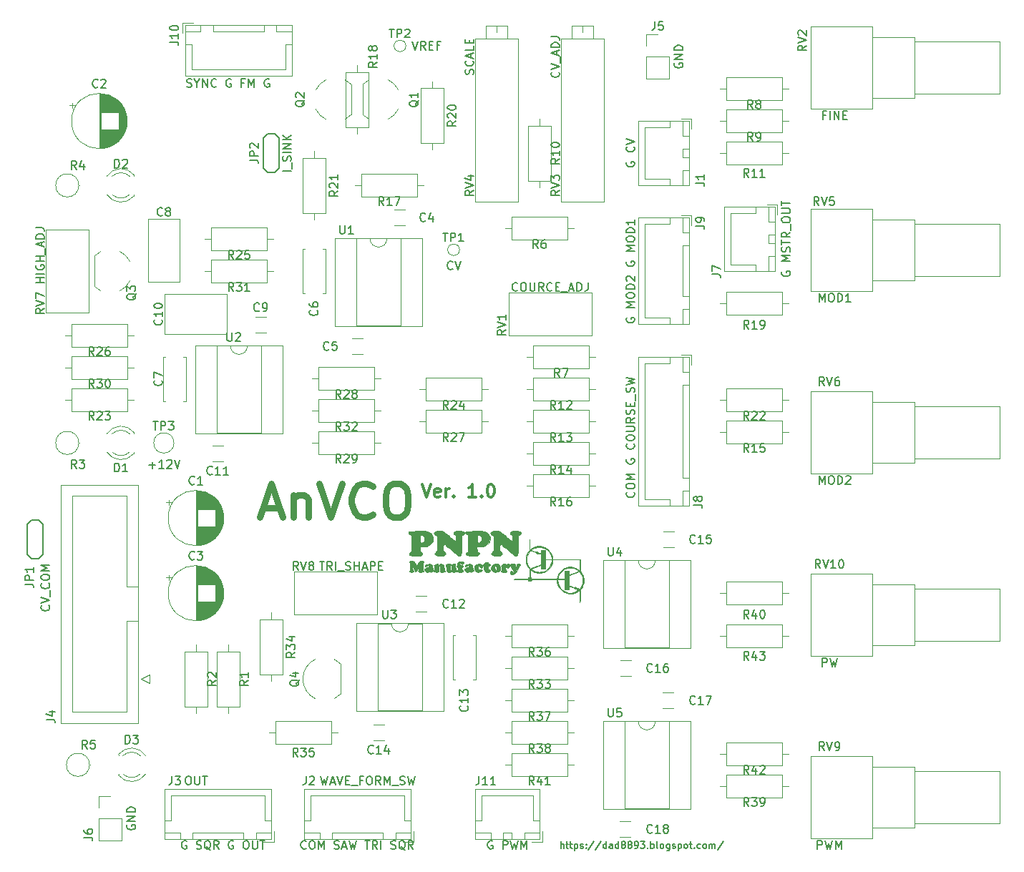
<source format=gbr>
G04 #@! TF.GenerationSoftware,KiCad,Pcbnew,(5.1.10)-1*
G04 #@! TF.CreationDate,2022-02-08T11:48:01+09:00*
G04 #@! TF.ProjectId,AnVCO,416e5643-4f2e-46b6-9963-61645f706362,Ver. 1.0*
G04 #@! TF.SameCoordinates,Original*
G04 #@! TF.FileFunction,Legend,Top*
G04 #@! TF.FilePolarity,Positive*
%FSLAX46Y46*%
G04 Gerber Fmt 4.6, Leading zero omitted, Abs format (unit mm)*
G04 Created by KiCad (PCBNEW (5.1.10)-1) date 2022-02-08 11:48:01*
%MOMM*%
%LPD*%
G01*
G04 APERTURE LIST*
%ADD10C,0.150000*%
%ADD11C,0.300000*%
%ADD12C,0.800000*%
%ADD13C,0.010000*%
%ADD14C,0.120000*%
G04 APERTURE END LIST*
D10*
X148553095Y-149586904D02*
X148553095Y-148786904D01*
X148895952Y-149586904D02*
X148895952Y-149167857D01*
X148857857Y-149091666D01*
X148781666Y-149053571D01*
X148667380Y-149053571D01*
X148591190Y-149091666D01*
X148553095Y-149129761D01*
X149162619Y-149053571D02*
X149467380Y-149053571D01*
X149276904Y-148786904D02*
X149276904Y-149472619D01*
X149315000Y-149548809D01*
X149391190Y-149586904D01*
X149467380Y-149586904D01*
X149619761Y-149053571D02*
X149924523Y-149053571D01*
X149734047Y-148786904D02*
X149734047Y-149472619D01*
X149772142Y-149548809D01*
X149848333Y-149586904D01*
X149924523Y-149586904D01*
X150191190Y-149053571D02*
X150191190Y-149853571D01*
X150191190Y-149091666D02*
X150267380Y-149053571D01*
X150419761Y-149053571D01*
X150495952Y-149091666D01*
X150534047Y-149129761D01*
X150572142Y-149205952D01*
X150572142Y-149434523D01*
X150534047Y-149510714D01*
X150495952Y-149548809D01*
X150419761Y-149586904D01*
X150267380Y-149586904D01*
X150191190Y-149548809D01*
X150876904Y-149548809D02*
X150953095Y-149586904D01*
X151105476Y-149586904D01*
X151181666Y-149548809D01*
X151219761Y-149472619D01*
X151219761Y-149434523D01*
X151181666Y-149358333D01*
X151105476Y-149320238D01*
X150991190Y-149320238D01*
X150915000Y-149282142D01*
X150876904Y-149205952D01*
X150876904Y-149167857D01*
X150915000Y-149091666D01*
X150991190Y-149053571D01*
X151105476Y-149053571D01*
X151181666Y-149091666D01*
X151562619Y-149510714D02*
X151600714Y-149548809D01*
X151562619Y-149586904D01*
X151524523Y-149548809D01*
X151562619Y-149510714D01*
X151562619Y-149586904D01*
X151562619Y-149091666D02*
X151600714Y-149129761D01*
X151562619Y-149167857D01*
X151524523Y-149129761D01*
X151562619Y-149091666D01*
X151562619Y-149167857D01*
X152515000Y-148748809D02*
X151829285Y-149777380D01*
X153353095Y-148748809D02*
X152667380Y-149777380D01*
X153962619Y-149586904D02*
X153962619Y-148786904D01*
X153962619Y-149548809D02*
X153886428Y-149586904D01*
X153734047Y-149586904D01*
X153657857Y-149548809D01*
X153619761Y-149510714D01*
X153581666Y-149434523D01*
X153581666Y-149205952D01*
X153619761Y-149129761D01*
X153657857Y-149091666D01*
X153734047Y-149053571D01*
X153886428Y-149053571D01*
X153962619Y-149091666D01*
X154686428Y-149586904D02*
X154686428Y-149167857D01*
X154648333Y-149091666D01*
X154572142Y-149053571D01*
X154419761Y-149053571D01*
X154343571Y-149091666D01*
X154686428Y-149548809D02*
X154610238Y-149586904D01*
X154419761Y-149586904D01*
X154343571Y-149548809D01*
X154305476Y-149472619D01*
X154305476Y-149396428D01*
X154343571Y-149320238D01*
X154419761Y-149282142D01*
X154610238Y-149282142D01*
X154686428Y-149244047D01*
X155410238Y-149586904D02*
X155410238Y-148786904D01*
X155410238Y-149548809D02*
X155334047Y-149586904D01*
X155181666Y-149586904D01*
X155105476Y-149548809D01*
X155067380Y-149510714D01*
X155029285Y-149434523D01*
X155029285Y-149205952D01*
X155067380Y-149129761D01*
X155105476Y-149091666D01*
X155181666Y-149053571D01*
X155334047Y-149053571D01*
X155410238Y-149091666D01*
X155905476Y-149129761D02*
X155829285Y-149091666D01*
X155791190Y-149053571D01*
X155753095Y-148977380D01*
X155753095Y-148939285D01*
X155791190Y-148863095D01*
X155829285Y-148825000D01*
X155905476Y-148786904D01*
X156057857Y-148786904D01*
X156134047Y-148825000D01*
X156172142Y-148863095D01*
X156210238Y-148939285D01*
X156210238Y-148977380D01*
X156172142Y-149053571D01*
X156134047Y-149091666D01*
X156057857Y-149129761D01*
X155905476Y-149129761D01*
X155829285Y-149167857D01*
X155791190Y-149205952D01*
X155753095Y-149282142D01*
X155753095Y-149434523D01*
X155791190Y-149510714D01*
X155829285Y-149548809D01*
X155905476Y-149586904D01*
X156057857Y-149586904D01*
X156134047Y-149548809D01*
X156172142Y-149510714D01*
X156210238Y-149434523D01*
X156210238Y-149282142D01*
X156172142Y-149205952D01*
X156134047Y-149167857D01*
X156057857Y-149129761D01*
X156667380Y-149129761D02*
X156591190Y-149091666D01*
X156553095Y-149053571D01*
X156515000Y-148977380D01*
X156515000Y-148939285D01*
X156553095Y-148863095D01*
X156591190Y-148825000D01*
X156667380Y-148786904D01*
X156819761Y-148786904D01*
X156895952Y-148825000D01*
X156934047Y-148863095D01*
X156972142Y-148939285D01*
X156972142Y-148977380D01*
X156934047Y-149053571D01*
X156895952Y-149091666D01*
X156819761Y-149129761D01*
X156667380Y-149129761D01*
X156591190Y-149167857D01*
X156553095Y-149205952D01*
X156515000Y-149282142D01*
X156515000Y-149434523D01*
X156553095Y-149510714D01*
X156591190Y-149548809D01*
X156667380Y-149586904D01*
X156819761Y-149586904D01*
X156895952Y-149548809D01*
X156934047Y-149510714D01*
X156972142Y-149434523D01*
X156972142Y-149282142D01*
X156934047Y-149205952D01*
X156895952Y-149167857D01*
X156819761Y-149129761D01*
X157353095Y-149586904D02*
X157505476Y-149586904D01*
X157581666Y-149548809D01*
X157619761Y-149510714D01*
X157695952Y-149396428D01*
X157734047Y-149244047D01*
X157734047Y-148939285D01*
X157695952Y-148863095D01*
X157657857Y-148825000D01*
X157581666Y-148786904D01*
X157429285Y-148786904D01*
X157353095Y-148825000D01*
X157315000Y-148863095D01*
X157276904Y-148939285D01*
X157276904Y-149129761D01*
X157315000Y-149205952D01*
X157353095Y-149244047D01*
X157429285Y-149282142D01*
X157581666Y-149282142D01*
X157657857Y-149244047D01*
X157695952Y-149205952D01*
X157734047Y-149129761D01*
X158000714Y-148786904D02*
X158495952Y-148786904D01*
X158229285Y-149091666D01*
X158343571Y-149091666D01*
X158419761Y-149129761D01*
X158457857Y-149167857D01*
X158495952Y-149244047D01*
X158495952Y-149434523D01*
X158457857Y-149510714D01*
X158419761Y-149548809D01*
X158343571Y-149586904D01*
X158115000Y-149586904D01*
X158038809Y-149548809D01*
X158000714Y-149510714D01*
X158838809Y-149510714D02*
X158876904Y-149548809D01*
X158838809Y-149586904D01*
X158800714Y-149548809D01*
X158838809Y-149510714D01*
X158838809Y-149586904D01*
X159219761Y-149586904D02*
X159219761Y-148786904D01*
X159219761Y-149091666D02*
X159295952Y-149053571D01*
X159448333Y-149053571D01*
X159524523Y-149091666D01*
X159562619Y-149129761D01*
X159600714Y-149205952D01*
X159600714Y-149434523D01*
X159562619Y-149510714D01*
X159524523Y-149548809D01*
X159448333Y-149586904D01*
X159295952Y-149586904D01*
X159219761Y-149548809D01*
X160057857Y-149586904D02*
X159981666Y-149548809D01*
X159943571Y-149472619D01*
X159943571Y-148786904D01*
X160476904Y-149586904D02*
X160400714Y-149548809D01*
X160362619Y-149510714D01*
X160324523Y-149434523D01*
X160324523Y-149205952D01*
X160362619Y-149129761D01*
X160400714Y-149091666D01*
X160476904Y-149053571D01*
X160591190Y-149053571D01*
X160667380Y-149091666D01*
X160705476Y-149129761D01*
X160743571Y-149205952D01*
X160743571Y-149434523D01*
X160705476Y-149510714D01*
X160667380Y-149548809D01*
X160591190Y-149586904D01*
X160476904Y-149586904D01*
X161429285Y-149053571D02*
X161429285Y-149701190D01*
X161391190Y-149777380D01*
X161353095Y-149815476D01*
X161276904Y-149853571D01*
X161162619Y-149853571D01*
X161086428Y-149815476D01*
X161429285Y-149548809D02*
X161353095Y-149586904D01*
X161200714Y-149586904D01*
X161124523Y-149548809D01*
X161086428Y-149510714D01*
X161048333Y-149434523D01*
X161048333Y-149205952D01*
X161086428Y-149129761D01*
X161124523Y-149091666D01*
X161200714Y-149053571D01*
X161353095Y-149053571D01*
X161429285Y-149091666D01*
X161772142Y-149548809D02*
X161848333Y-149586904D01*
X162000714Y-149586904D01*
X162076904Y-149548809D01*
X162115000Y-149472619D01*
X162115000Y-149434523D01*
X162076904Y-149358333D01*
X162000714Y-149320238D01*
X161886428Y-149320238D01*
X161810238Y-149282142D01*
X161772142Y-149205952D01*
X161772142Y-149167857D01*
X161810238Y-149091666D01*
X161886428Y-149053571D01*
X162000714Y-149053571D01*
X162076904Y-149091666D01*
X162457857Y-149053571D02*
X162457857Y-149853571D01*
X162457857Y-149091666D02*
X162534047Y-149053571D01*
X162686428Y-149053571D01*
X162762619Y-149091666D01*
X162800714Y-149129761D01*
X162838809Y-149205952D01*
X162838809Y-149434523D01*
X162800714Y-149510714D01*
X162762619Y-149548809D01*
X162686428Y-149586904D01*
X162534047Y-149586904D01*
X162457857Y-149548809D01*
X163295952Y-149586904D02*
X163219761Y-149548809D01*
X163181666Y-149510714D01*
X163143571Y-149434523D01*
X163143571Y-149205952D01*
X163181666Y-149129761D01*
X163219761Y-149091666D01*
X163295952Y-149053571D01*
X163410238Y-149053571D01*
X163486428Y-149091666D01*
X163524523Y-149129761D01*
X163562619Y-149205952D01*
X163562619Y-149434523D01*
X163524523Y-149510714D01*
X163486428Y-149548809D01*
X163410238Y-149586904D01*
X163295952Y-149586904D01*
X163791190Y-149053571D02*
X164095952Y-149053571D01*
X163905476Y-148786904D02*
X163905476Y-149472619D01*
X163943571Y-149548809D01*
X164019761Y-149586904D01*
X164095952Y-149586904D01*
X164362619Y-149510714D02*
X164400714Y-149548809D01*
X164362619Y-149586904D01*
X164324523Y-149548809D01*
X164362619Y-149510714D01*
X164362619Y-149586904D01*
X165086428Y-149548809D02*
X165010238Y-149586904D01*
X164857857Y-149586904D01*
X164781666Y-149548809D01*
X164743571Y-149510714D01*
X164705476Y-149434523D01*
X164705476Y-149205952D01*
X164743571Y-149129761D01*
X164781666Y-149091666D01*
X164857857Y-149053571D01*
X165010238Y-149053571D01*
X165086428Y-149091666D01*
X165543571Y-149586904D02*
X165467380Y-149548809D01*
X165429285Y-149510714D01*
X165391190Y-149434523D01*
X165391190Y-149205952D01*
X165429285Y-149129761D01*
X165467380Y-149091666D01*
X165543571Y-149053571D01*
X165657857Y-149053571D01*
X165734047Y-149091666D01*
X165772142Y-149129761D01*
X165810238Y-149205952D01*
X165810238Y-149434523D01*
X165772142Y-149510714D01*
X165734047Y-149548809D01*
X165657857Y-149586904D01*
X165543571Y-149586904D01*
X166153095Y-149586904D02*
X166153095Y-149053571D01*
X166153095Y-149129761D02*
X166191190Y-149091666D01*
X166267380Y-149053571D01*
X166381666Y-149053571D01*
X166457857Y-149091666D01*
X166495952Y-149167857D01*
X166495952Y-149586904D01*
X166495952Y-149167857D02*
X166534047Y-149091666D01*
X166610238Y-149053571D01*
X166724523Y-149053571D01*
X166800714Y-149091666D01*
X166838809Y-149167857D01*
X166838809Y-149586904D01*
X167791190Y-148748809D02*
X167105476Y-149777380D01*
D11*
X132203571Y-106493571D02*
X132703571Y-107993571D01*
X133203571Y-106493571D01*
X134275000Y-107922142D02*
X134132142Y-107993571D01*
X133846428Y-107993571D01*
X133703571Y-107922142D01*
X133632142Y-107779285D01*
X133632142Y-107207857D01*
X133703571Y-107065000D01*
X133846428Y-106993571D01*
X134132142Y-106993571D01*
X134275000Y-107065000D01*
X134346428Y-107207857D01*
X134346428Y-107350714D01*
X133632142Y-107493571D01*
X134989285Y-107993571D02*
X134989285Y-106993571D01*
X134989285Y-107279285D02*
X135060714Y-107136428D01*
X135132142Y-107065000D01*
X135275000Y-106993571D01*
X135417857Y-106993571D01*
X135917857Y-107850714D02*
X135989285Y-107922142D01*
X135917857Y-107993571D01*
X135846428Y-107922142D01*
X135917857Y-107850714D01*
X135917857Y-107993571D01*
X138560714Y-107993571D02*
X137703571Y-107993571D01*
X138132142Y-107993571D02*
X138132142Y-106493571D01*
X137989285Y-106707857D01*
X137846428Y-106850714D01*
X137703571Y-106922142D01*
X139203571Y-107850714D02*
X139275000Y-107922142D01*
X139203571Y-107993571D01*
X139132142Y-107922142D01*
X139203571Y-107850714D01*
X139203571Y-107993571D01*
X140203571Y-106493571D02*
X140346428Y-106493571D01*
X140489285Y-106565000D01*
X140560714Y-106636428D01*
X140632142Y-106779285D01*
X140703571Y-107065000D01*
X140703571Y-107422142D01*
X140632142Y-107707857D01*
X140560714Y-107850714D01*
X140489285Y-107922142D01*
X140346428Y-107993571D01*
X140203571Y-107993571D01*
X140060714Y-107922142D01*
X139989285Y-107850714D01*
X139917857Y-107707857D01*
X139846428Y-107422142D01*
X139846428Y-107065000D01*
X139917857Y-106779285D01*
X139989285Y-106636428D01*
X140060714Y-106565000D01*
X140203571Y-106493571D01*
D12*
X113348571Y-109251666D02*
X115253333Y-109251666D01*
X112967619Y-110394523D02*
X114300952Y-106394523D01*
X115634285Y-110394523D01*
X116967619Y-107727857D02*
X116967619Y-110394523D01*
X116967619Y-108108809D02*
X117158095Y-107918333D01*
X117539047Y-107727857D01*
X118110476Y-107727857D01*
X118491428Y-107918333D01*
X118681904Y-108299285D01*
X118681904Y-110394523D01*
X120015238Y-106394523D02*
X121348571Y-110394523D01*
X122681904Y-106394523D01*
X126300952Y-110013571D02*
X126110476Y-110204047D01*
X125539047Y-110394523D01*
X125158095Y-110394523D01*
X124586666Y-110204047D01*
X124205714Y-109823095D01*
X124015238Y-109442142D01*
X123824761Y-108680238D01*
X123824761Y-108108809D01*
X124015238Y-107346904D01*
X124205714Y-106965952D01*
X124586666Y-106585000D01*
X125158095Y-106394523D01*
X125539047Y-106394523D01*
X126110476Y-106585000D01*
X126300952Y-106775476D01*
X128777142Y-106394523D02*
X129539047Y-106394523D01*
X129920000Y-106585000D01*
X130300952Y-106965952D01*
X130491428Y-107727857D01*
X130491428Y-109061190D01*
X130300952Y-109823095D01*
X129920000Y-110204047D01*
X129539047Y-110394523D01*
X128777142Y-110394523D01*
X128396190Y-110204047D01*
X128015238Y-109823095D01*
X127824761Y-109061190D01*
X127824761Y-107727857D01*
X128015238Y-106965952D01*
X128396190Y-106585000D01*
X128777142Y-106394523D01*
D10*
X143439047Y-83542142D02*
X143391428Y-83589761D01*
X143248571Y-83637380D01*
X143153333Y-83637380D01*
X143010476Y-83589761D01*
X142915238Y-83494523D01*
X142867619Y-83399285D01*
X142820000Y-83208809D01*
X142820000Y-83065952D01*
X142867619Y-82875476D01*
X142915238Y-82780238D01*
X143010476Y-82685000D01*
X143153333Y-82637380D01*
X143248571Y-82637380D01*
X143391428Y-82685000D01*
X143439047Y-82732619D01*
X144058095Y-82637380D02*
X144248571Y-82637380D01*
X144343809Y-82685000D01*
X144439047Y-82780238D01*
X144486666Y-82970714D01*
X144486666Y-83304047D01*
X144439047Y-83494523D01*
X144343809Y-83589761D01*
X144248571Y-83637380D01*
X144058095Y-83637380D01*
X143962857Y-83589761D01*
X143867619Y-83494523D01*
X143820000Y-83304047D01*
X143820000Y-82970714D01*
X143867619Y-82780238D01*
X143962857Y-82685000D01*
X144058095Y-82637380D01*
X144915238Y-82637380D02*
X144915238Y-83446904D01*
X144962857Y-83542142D01*
X145010476Y-83589761D01*
X145105714Y-83637380D01*
X145296190Y-83637380D01*
X145391428Y-83589761D01*
X145439047Y-83542142D01*
X145486666Y-83446904D01*
X145486666Y-82637380D01*
X146534285Y-83637380D02*
X146200952Y-83161190D01*
X145962857Y-83637380D02*
X145962857Y-82637380D01*
X146343809Y-82637380D01*
X146439047Y-82685000D01*
X146486666Y-82732619D01*
X146534285Y-82827857D01*
X146534285Y-82970714D01*
X146486666Y-83065952D01*
X146439047Y-83113571D01*
X146343809Y-83161190D01*
X145962857Y-83161190D01*
X147534285Y-83542142D02*
X147486666Y-83589761D01*
X147343809Y-83637380D01*
X147248571Y-83637380D01*
X147105714Y-83589761D01*
X147010476Y-83494523D01*
X146962857Y-83399285D01*
X146915238Y-83208809D01*
X146915238Y-83065952D01*
X146962857Y-82875476D01*
X147010476Y-82780238D01*
X147105714Y-82685000D01*
X147248571Y-82637380D01*
X147343809Y-82637380D01*
X147486666Y-82685000D01*
X147534285Y-82732619D01*
X147962857Y-83113571D02*
X148296190Y-83113571D01*
X148439047Y-83637380D02*
X147962857Y-83637380D01*
X147962857Y-82637380D01*
X148439047Y-82637380D01*
X148629523Y-83732619D02*
X149391428Y-83732619D01*
X149581904Y-83351666D02*
X150058095Y-83351666D01*
X149486666Y-83637380D02*
X149820000Y-82637380D01*
X150153333Y-83637380D01*
X150486666Y-83637380D02*
X150486666Y-82637380D01*
X150724761Y-82637380D01*
X150867619Y-82685000D01*
X150962857Y-82780238D01*
X151010476Y-82875476D01*
X151058095Y-83065952D01*
X151058095Y-83208809D01*
X151010476Y-83399285D01*
X150962857Y-83494523D01*
X150867619Y-83589761D01*
X150724761Y-83637380D01*
X150486666Y-83637380D01*
X151772380Y-82637380D02*
X151772380Y-83351666D01*
X151724761Y-83494523D01*
X151629523Y-83589761D01*
X151486666Y-83637380D01*
X151391428Y-83637380D01*
X120039285Y-115657380D02*
X120610714Y-115657380D01*
X120325000Y-116657380D02*
X120325000Y-115657380D01*
X121515476Y-116657380D02*
X121182142Y-116181190D01*
X120944047Y-116657380D02*
X120944047Y-115657380D01*
X121325000Y-115657380D01*
X121420238Y-115705000D01*
X121467857Y-115752619D01*
X121515476Y-115847857D01*
X121515476Y-115990714D01*
X121467857Y-116085952D01*
X121420238Y-116133571D01*
X121325000Y-116181190D01*
X120944047Y-116181190D01*
X121944047Y-116657380D02*
X121944047Y-115657380D01*
X122182142Y-116752619D02*
X122944047Y-116752619D01*
X123134523Y-116609761D02*
X123277380Y-116657380D01*
X123515476Y-116657380D01*
X123610714Y-116609761D01*
X123658333Y-116562142D01*
X123705952Y-116466904D01*
X123705952Y-116371666D01*
X123658333Y-116276428D01*
X123610714Y-116228809D01*
X123515476Y-116181190D01*
X123325000Y-116133571D01*
X123229761Y-116085952D01*
X123182142Y-116038333D01*
X123134523Y-115943095D01*
X123134523Y-115847857D01*
X123182142Y-115752619D01*
X123229761Y-115705000D01*
X123325000Y-115657380D01*
X123563095Y-115657380D01*
X123705952Y-115705000D01*
X124134523Y-116657380D02*
X124134523Y-115657380D01*
X124134523Y-116133571D02*
X124705952Y-116133571D01*
X124705952Y-116657380D02*
X124705952Y-115657380D01*
X125134523Y-116371666D02*
X125610714Y-116371666D01*
X125039285Y-116657380D02*
X125372619Y-115657380D01*
X125705952Y-116657380D01*
X126039285Y-116657380D02*
X126039285Y-115657380D01*
X126420238Y-115657380D01*
X126515476Y-115705000D01*
X126563095Y-115752619D01*
X126610714Y-115847857D01*
X126610714Y-115990714D01*
X126563095Y-116085952D01*
X126515476Y-116133571D01*
X126420238Y-116181190D01*
X126039285Y-116181190D01*
X127039285Y-116133571D02*
X127372619Y-116133571D01*
X127515476Y-116657380D02*
X127039285Y-116657380D01*
X127039285Y-115657380D01*
X127515476Y-115657380D01*
X87447380Y-82613095D02*
X86447380Y-82613095D01*
X86923571Y-82613095D02*
X86923571Y-82041666D01*
X87447380Y-82041666D02*
X86447380Y-82041666D01*
X87447380Y-81565476D02*
X86447380Y-81565476D01*
X86495000Y-80565476D02*
X86447380Y-80660714D01*
X86447380Y-80803571D01*
X86495000Y-80946428D01*
X86590238Y-81041666D01*
X86685476Y-81089285D01*
X86875952Y-81136904D01*
X87018809Y-81136904D01*
X87209285Y-81089285D01*
X87304523Y-81041666D01*
X87399761Y-80946428D01*
X87447380Y-80803571D01*
X87447380Y-80708333D01*
X87399761Y-80565476D01*
X87352142Y-80517857D01*
X87018809Y-80517857D01*
X87018809Y-80708333D01*
X87447380Y-80089285D02*
X86447380Y-80089285D01*
X86923571Y-80089285D02*
X86923571Y-79517857D01*
X87447380Y-79517857D02*
X86447380Y-79517857D01*
X87542619Y-79279761D02*
X87542619Y-78517857D01*
X87161666Y-78327380D02*
X87161666Y-77851190D01*
X87447380Y-78422619D02*
X86447380Y-78089285D01*
X87447380Y-77755952D01*
X87447380Y-77422619D02*
X86447380Y-77422619D01*
X86447380Y-77184523D01*
X86495000Y-77041666D01*
X86590238Y-76946428D01*
X86685476Y-76898809D01*
X86875952Y-76851190D01*
X87018809Y-76851190D01*
X87209285Y-76898809D01*
X87304523Y-76946428D01*
X87399761Y-77041666D01*
X87447380Y-77184523D01*
X87447380Y-77422619D01*
X86447380Y-76136904D02*
X87161666Y-76136904D01*
X87304523Y-76184523D01*
X87399761Y-76279761D01*
X87447380Y-76422619D01*
X87447380Y-76517857D01*
X116657380Y-69429047D02*
X115657380Y-69429047D01*
X116752619Y-69190952D02*
X116752619Y-68429047D01*
X116609761Y-68238571D02*
X116657380Y-68095714D01*
X116657380Y-67857619D01*
X116609761Y-67762380D01*
X116562142Y-67714761D01*
X116466904Y-67667142D01*
X116371666Y-67667142D01*
X116276428Y-67714761D01*
X116228809Y-67762380D01*
X116181190Y-67857619D01*
X116133571Y-68048095D01*
X116085952Y-68143333D01*
X116038333Y-68190952D01*
X115943095Y-68238571D01*
X115847857Y-68238571D01*
X115752619Y-68190952D01*
X115705000Y-68143333D01*
X115657380Y-68048095D01*
X115657380Y-67810000D01*
X115705000Y-67667142D01*
X116657380Y-67238571D02*
X115657380Y-67238571D01*
X116657380Y-66762380D02*
X115657380Y-66762380D01*
X116657380Y-66190952D01*
X115657380Y-66190952D01*
X116657380Y-65714761D02*
X115657380Y-65714761D01*
X116657380Y-65143333D02*
X116085952Y-65571904D01*
X115657380Y-65143333D02*
X116228809Y-65714761D01*
X131000714Y-54062380D02*
X131334047Y-55062380D01*
X131667380Y-54062380D01*
X132572142Y-55062380D02*
X132238809Y-54586190D01*
X132000714Y-55062380D02*
X132000714Y-54062380D01*
X132381666Y-54062380D01*
X132476904Y-54110000D01*
X132524523Y-54157619D01*
X132572142Y-54252857D01*
X132572142Y-54395714D01*
X132524523Y-54490952D01*
X132476904Y-54538571D01*
X132381666Y-54586190D01*
X132000714Y-54586190D01*
X133000714Y-54538571D02*
X133334047Y-54538571D01*
X133476904Y-55062380D02*
X133000714Y-55062380D01*
X133000714Y-54062380D01*
X133476904Y-54062380D01*
X134238809Y-54538571D02*
X133905476Y-54538571D01*
X133905476Y-55062380D02*
X133905476Y-54062380D01*
X134381666Y-54062380D01*
X135770952Y-81002142D02*
X135723333Y-81049761D01*
X135580476Y-81097380D01*
X135485238Y-81097380D01*
X135342380Y-81049761D01*
X135247142Y-80954523D01*
X135199523Y-80859285D01*
X135151904Y-80668809D01*
X135151904Y-80525952D01*
X135199523Y-80335476D01*
X135247142Y-80240238D01*
X135342380Y-80145000D01*
X135485238Y-80097380D01*
X135580476Y-80097380D01*
X135723333Y-80145000D01*
X135770952Y-80192619D01*
X136056666Y-80097380D02*
X136390000Y-81097380D01*
X136723333Y-80097380D01*
X99838095Y-104211428D02*
X100600000Y-104211428D01*
X100219047Y-104592380D02*
X100219047Y-103830476D01*
X101600000Y-104592380D02*
X101028571Y-104592380D01*
X101314285Y-104592380D02*
X101314285Y-103592380D01*
X101219047Y-103735238D01*
X101123809Y-103830476D01*
X101028571Y-103878095D01*
X101980952Y-103687619D02*
X102028571Y-103640000D01*
X102123809Y-103592380D01*
X102361904Y-103592380D01*
X102457142Y-103640000D01*
X102504761Y-103687619D01*
X102552380Y-103782857D01*
X102552380Y-103878095D01*
X102504761Y-104020952D01*
X101933333Y-104592380D01*
X102552380Y-104592380D01*
X102838095Y-103592380D02*
X103171428Y-104592380D01*
X103504761Y-103592380D01*
X120158571Y-141057380D02*
X120396666Y-142057380D01*
X120587142Y-141343095D01*
X120777619Y-142057380D01*
X121015714Y-141057380D01*
X121349047Y-141771666D02*
X121825238Y-141771666D01*
X121253809Y-142057380D02*
X121587142Y-141057380D01*
X121920476Y-142057380D01*
X122110952Y-141057380D02*
X122444285Y-142057380D01*
X122777619Y-141057380D01*
X123110952Y-141533571D02*
X123444285Y-141533571D01*
X123587142Y-142057380D02*
X123110952Y-142057380D01*
X123110952Y-141057380D01*
X123587142Y-141057380D01*
X123777619Y-142152619D02*
X124539523Y-142152619D01*
X125110952Y-141533571D02*
X124777619Y-141533571D01*
X124777619Y-142057380D02*
X124777619Y-141057380D01*
X125253809Y-141057380D01*
X125825238Y-141057380D02*
X126015714Y-141057380D01*
X126110952Y-141105000D01*
X126206190Y-141200238D01*
X126253809Y-141390714D01*
X126253809Y-141724047D01*
X126206190Y-141914523D01*
X126110952Y-142009761D01*
X126015714Y-142057380D01*
X125825238Y-142057380D01*
X125730000Y-142009761D01*
X125634761Y-141914523D01*
X125587142Y-141724047D01*
X125587142Y-141390714D01*
X125634761Y-141200238D01*
X125730000Y-141105000D01*
X125825238Y-141057380D01*
X127253809Y-142057380D02*
X126920476Y-141581190D01*
X126682380Y-142057380D02*
X126682380Y-141057380D01*
X127063333Y-141057380D01*
X127158571Y-141105000D01*
X127206190Y-141152619D01*
X127253809Y-141247857D01*
X127253809Y-141390714D01*
X127206190Y-141485952D01*
X127158571Y-141533571D01*
X127063333Y-141581190D01*
X126682380Y-141581190D01*
X127682380Y-142057380D02*
X127682380Y-141057380D01*
X128015714Y-141771666D01*
X128349047Y-141057380D01*
X128349047Y-142057380D01*
X128587142Y-142152619D02*
X129349047Y-142152619D01*
X129539523Y-142009761D02*
X129682380Y-142057380D01*
X129920476Y-142057380D01*
X130015714Y-142009761D01*
X130063333Y-141962142D01*
X130110952Y-141866904D01*
X130110952Y-141771666D01*
X130063333Y-141676428D01*
X130015714Y-141628809D01*
X129920476Y-141581190D01*
X129730000Y-141533571D01*
X129634761Y-141485952D01*
X129587142Y-141438333D01*
X129539523Y-141343095D01*
X129539523Y-141247857D01*
X129587142Y-141152619D01*
X129634761Y-141105000D01*
X129730000Y-141057380D01*
X129968095Y-141057380D01*
X130110952Y-141105000D01*
X130444285Y-141057380D02*
X130682380Y-142057380D01*
X130872857Y-141343095D01*
X131063333Y-142057380D01*
X131301428Y-141057380D01*
X104410000Y-141057380D02*
X104600476Y-141057380D01*
X104695714Y-141105000D01*
X104790952Y-141200238D01*
X104838571Y-141390714D01*
X104838571Y-141724047D01*
X104790952Y-141914523D01*
X104695714Y-142009761D01*
X104600476Y-142057380D01*
X104410000Y-142057380D01*
X104314761Y-142009761D01*
X104219523Y-141914523D01*
X104171904Y-141724047D01*
X104171904Y-141390714D01*
X104219523Y-141200238D01*
X104314761Y-141105000D01*
X104410000Y-141057380D01*
X105267142Y-141057380D02*
X105267142Y-141866904D01*
X105314761Y-141962142D01*
X105362380Y-142009761D01*
X105457619Y-142057380D01*
X105648095Y-142057380D01*
X105743333Y-142009761D01*
X105790952Y-141962142D01*
X105838571Y-141866904D01*
X105838571Y-141057380D01*
X106171904Y-141057380D02*
X106743333Y-141057380D01*
X106457619Y-142057380D02*
X106457619Y-141057380D01*
X178935238Y-149677380D02*
X178935238Y-148677380D01*
X179316190Y-148677380D01*
X179411428Y-148725000D01*
X179459047Y-148772619D01*
X179506666Y-148867857D01*
X179506666Y-149010714D01*
X179459047Y-149105952D01*
X179411428Y-149153571D01*
X179316190Y-149201190D01*
X178935238Y-149201190D01*
X179840000Y-148677380D02*
X180078095Y-149677380D01*
X180268571Y-148963095D01*
X180459047Y-149677380D01*
X180697142Y-148677380D01*
X181078095Y-149677380D02*
X181078095Y-148677380D01*
X181411428Y-149391666D01*
X181744761Y-148677380D01*
X181744761Y-149677380D01*
X179506666Y-128087380D02*
X179506666Y-127087380D01*
X179887619Y-127087380D01*
X179982857Y-127135000D01*
X180030476Y-127182619D01*
X180078095Y-127277857D01*
X180078095Y-127420714D01*
X180030476Y-127515952D01*
X179982857Y-127563571D01*
X179887619Y-127611190D01*
X179506666Y-127611190D01*
X180411428Y-127087380D02*
X180649523Y-128087380D01*
X180840000Y-127373095D01*
X181030476Y-128087380D01*
X181268571Y-127087380D01*
X179141666Y-106497380D02*
X179141666Y-105497380D01*
X179475000Y-106211666D01*
X179808333Y-105497380D01*
X179808333Y-106497380D01*
X180475000Y-105497380D02*
X180665476Y-105497380D01*
X180760714Y-105545000D01*
X180855952Y-105640238D01*
X180903571Y-105830714D01*
X180903571Y-106164047D01*
X180855952Y-106354523D01*
X180760714Y-106449761D01*
X180665476Y-106497380D01*
X180475000Y-106497380D01*
X180379761Y-106449761D01*
X180284523Y-106354523D01*
X180236904Y-106164047D01*
X180236904Y-105830714D01*
X180284523Y-105640238D01*
X180379761Y-105545000D01*
X180475000Y-105497380D01*
X181332142Y-106497380D02*
X181332142Y-105497380D01*
X181570238Y-105497380D01*
X181713095Y-105545000D01*
X181808333Y-105640238D01*
X181855952Y-105735476D01*
X181903571Y-105925952D01*
X181903571Y-106068809D01*
X181855952Y-106259285D01*
X181808333Y-106354523D01*
X181713095Y-106449761D01*
X181570238Y-106497380D01*
X181332142Y-106497380D01*
X182284523Y-105592619D02*
X182332142Y-105545000D01*
X182427380Y-105497380D01*
X182665476Y-105497380D01*
X182760714Y-105545000D01*
X182808333Y-105592619D01*
X182855952Y-105687857D01*
X182855952Y-105783095D01*
X182808333Y-105925952D01*
X182236904Y-106497380D01*
X182855952Y-106497380D01*
X179141666Y-84907380D02*
X179141666Y-83907380D01*
X179475000Y-84621666D01*
X179808333Y-83907380D01*
X179808333Y-84907380D01*
X180475000Y-83907380D02*
X180665476Y-83907380D01*
X180760714Y-83955000D01*
X180855952Y-84050238D01*
X180903571Y-84240714D01*
X180903571Y-84574047D01*
X180855952Y-84764523D01*
X180760714Y-84859761D01*
X180665476Y-84907380D01*
X180475000Y-84907380D01*
X180379761Y-84859761D01*
X180284523Y-84764523D01*
X180236904Y-84574047D01*
X180236904Y-84240714D01*
X180284523Y-84050238D01*
X180379761Y-83955000D01*
X180475000Y-83907380D01*
X181332142Y-84907380D02*
X181332142Y-83907380D01*
X181570238Y-83907380D01*
X181713095Y-83955000D01*
X181808333Y-84050238D01*
X181855952Y-84145476D01*
X181903571Y-84335952D01*
X181903571Y-84478809D01*
X181855952Y-84669285D01*
X181808333Y-84764523D01*
X181713095Y-84859761D01*
X181570238Y-84907380D01*
X181332142Y-84907380D01*
X182855952Y-84907380D02*
X182284523Y-84907380D01*
X182570238Y-84907380D02*
X182570238Y-83907380D01*
X182475000Y-84050238D01*
X182379761Y-84145476D01*
X182284523Y-84193095D01*
X179903571Y-62793571D02*
X179570238Y-62793571D01*
X179570238Y-63317380D02*
X179570238Y-62317380D01*
X180046428Y-62317380D01*
X180427380Y-63317380D02*
X180427380Y-62317380D01*
X180903571Y-63317380D02*
X180903571Y-62317380D01*
X181475000Y-63317380D01*
X181475000Y-62317380D01*
X181951190Y-62793571D02*
X182284523Y-62793571D01*
X182427380Y-63317380D02*
X181951190Y-63317380D01*
X181951190Y-62317380D01*
X182427380Y-62317380D01*
X157202142Y-107417380D02*
X157249761Y-107465000D01*
X157297380Y-107607857D01*
X157297380Y-107703095D01*
X157249761Y-107845952D01*
X157154523Y-107941190D01*
X157059285Y-107988809D01*
X156868809Y-108036428D01*
X156725952Y-108036428D01*
X156535476Y-107988809D01*
X156440238Y-107941190D01*
X156345000Y-107845952D01*
X156297380Y-107703095D01*
X156297380Y-107607857D01*
X156345000Y-107465000D01*
X156392619Y-107417380D01*
X156297380Y-106798333D02*
X156297380Y-106607857D01*
X156345000Y-106512619D01*
X156440238Y-106417380D01*
X156630714Y-106369761D01*
X156964047Y-106369761D01*
X157154523Y-106417380D01*
X157249761Y-106512619D01*
X157297380Y-106607857D01*
X157297380Y-106798333D01*
X157249761Y-106893571D01*
X157154523Y-106988809D01*
X156964047Y-107036428D01*
X156630714Y-107036428D01*
X156440238Y-106988809D01*
X156345000Y-106893571D01*
X156297380Y-106798333D01*
X157297380Y-105941190D02*
X156297380Y-105941190D01*
X157011666Y-105607857D01*
X156297380Y-105274523D01*
X157297380Y-105274523D01*
X156345000Y-103512619D02*
X156297380Y-103607857D01*
X156297380Y-103750714D01*
X156345000Y-103893571D01*
X156440238Y-103988809D01*
X156535476Y-104036428D01*
X156725952Y-104084047D01*
X156868809Y-104084047D01*
X157059285Y-104036428D01*
X157154523Y-103988809D01*
X157249761Y-103893571D01*
X157297380Y-103750714D01*
X157297380Y-103655476D01*
X157249761Y-103512619D01*
X157202142Y-103465000D01*
X156868809Y-103465000D01*
X156868809Y-103655476D01*
X157202142Y-101703095D02*
X157249761Y-101750714D01*
X157297380Y-101893571D01*
X157297380Y-101988809D01*
X157249761Y-102131666D01*
X157154523Y-102226904D01*
X157059285Y-102274523D01*
X156868809Y-102322142D01*
X156725952Y-102322142D01*
X156535476Y-102274523D01*
X156440238Y-102226904D01*
X156345000Y-102131666D01*
X156297380Y-101988809D01*
X156297380Y-101893571D01*
X156345000Y-101750714D01*
X156392619Y-101703095D01*
X156297380Y-101084047D02*
X156297380Y-100893571D01*
X156345000Y-100798333D01*
X156440238Y-100703095D01*
X156630714Y-100655476D01*
X156964047Y-100655476D01*
X157154523Y-100703095D01*
X157249761Y-100798333D01*
X157297380Y-100893571D01*
X157297380Y-101084047D01*
X157249761Y-101179285D01*
X157154523Y-101274523D01*
X156964047Y-101322142D01*
X156630714Y-101322142D01*
X156440238Y-101274523D01*
X156345000Y-101179285D01*
X156297380Y-101084047D01*
X156297380Y-100226904D02*
X157106904Y-100226904D01*
X157202142Y-100179285D01*
X157249761Y-100131666D01*
X157297380Y-100036428D01*
X157297380Y-99845952D01*
X157249761Y-99750714D01*
X157202142Y-99703095D01*
X157106904Y-99655476D01*
X156297380Y-99655476D01*
X157297380Y-98607857D02*
X156821190Y-98941190D01*
X157297380Y-99179285D02*
X156297380Y-99179285D01*
X156297380Y-98798333D01*
X156345000Y-98703095D01*
X156392619Y-98655476D01*
X156487857Y-98607857D01*
X156630714Y-98607857D01*
X156725952Y-98655476D01*
X156773571Y-98703095D01*
X156821190Y-98798333D01*
X156821190Y-99179285D01*
X157249761Y-98226904D02*
X157297380Y-98084047D01*
X157297380Y-97845952D01*
X157249761Y-97750714D01*
X157202142Y-97703095D01*
X157106904Y-97655476D01*
X157011666Y-97655476D01*
X156916428Y-97703095D01*
X156868809Y-97750714D01*
X156821190Y-97845952D01*
X156773571Y-98036428D01*
X156725952Y-98131666D01*
X156678333Y-98179285D01*
X156583095Y-98226904D01*
X156487857Y-98226904D01*
X156392619Y-98179285D01*
X156345000Y-98131666D01*
X156297380Y-98036428D01*
X156297380Y-97798333D01*
X156345000Y-97655476D01*
X156773571Y-97226904D02*
X156773571Y-96893571D01*
X157297380Y-96750714D02*
X157297380Y-97226904D01*
X156297380Y-97226904D01*
X156297380Y-96750714D01*
X157392619Y-96560238D02*
X157392619Y-95798333D01*
X157249761Y-95607857D02*
X157297380Y-95465000D01*
X157297380Y-95226904D01*
X157249761Y-95131666D01*
X157202142Y-95084047D01*
X157106904Y-95036428D01*
X157011666Y-95036428D01*
X156916428Y-95084047D01*
X156868809Y-95131666D01*
X156821190Y-95226904D01*
X156773571Y-95417380D01*
X156725952Y-95512619D01*
X156678333Y-95560238D01*
X156583095Y-95607857D01*
X156487857Y-95607857D01*
X156392619Y-95560238D01*
X156345000Y-95512619D01*
X156297380Y-95417380D01*
X156297380Y-95179285D01*
X156345000Y-95036428D01*
X156297380Y-94703095D02*
X157297380Y-94465000D01*
X156583095Y-94274523D01*
X157297380Y-94084047D01*
X156297380Y-93845952D01*
X156345000Y-68357619D02*
X156297380Y-68452857D01*
X156297380Y-68595714D01*
X156345000Y-68738571D01*
X156440238Y-68833809D01*
X156535476Y-68881428D01*
X156725952Y-68929047D01*
X156868809Y-68929047D01*
X157059285Y-68881428D01*
X157154523Y-68833809D01*
X157249761Y-68738571D01*
X157297380Y-68595714D01*
X157297380Y-68500476D01*
X157249761Y-68357619D01*
X157202142Y-68310000D01*
X156868809Y-68310000D01*
X156868809Y-68500476D01*
X157202142Y-66548095D02*
X157249761Y-66595714D01*
X157297380Y-66738571D01*
X157297380Y-66833809D01*
X157249761Y-66976666D01*
X157154523Y-67071904D01*
X157059285Y-67119523D01*
X156868809Y-67167142D01*
X156725952Y-67167142D01*
X156535476Y-67119523D01*
X156440238Y-67071904D01*
X156345000Y-66976666D01*
X156297380Y-66833809D01*
X156297380Y-66738571D01*
X156345000Y-66595714D01*
X156392619Y-66548095D01*
X156297380Y-66262380D02*
X157297380Y-65929047D01*
X156297380Y-65595714D01*
X156345000Y-86803809D02*
X156297380Y-86899047D01*
X156297380Y-87041904D01*
X156345000Y-87184761D01*
X156440238Y-87280000D01*
X156535476Y-87327619D01*
X156725952Y-87375238D01*
X156868809Y-87375238D01*
X157059285Y-87327619D01*
X157154523Y-87280000D01*
X157249761Y-87184761D01*
X157297380Y-87041904D01*
X157297380Y-86946666D01*
X157249761Y-86803809D01*
X157202142Y-86756190D01*
X156868809Y-86756190D01*
X156868809Y-86946666D01*
X157297380Y-85565714D02*
X156297380Y-85565714D01*
X157011666Y-85232380D01*
X156297380Y-84899047D01*
X157297380Y-84899047D01*
X156297380Y-84232380D02*
X156297380Y-84041904D01*
X156345000Y-83946666D01*
X156440238Y-83851428D01*
X156630714Y-83803809D01*
X156964047Y-83803809D01*
X157154523Y-83851428D01*
X157249761Y-83946666D01*
X157297380Y-84041904D01*
X157297380Y-84232380D01*
X157249761Y-84327619D01*
X157154523Y-84422857D01*
X156964047Y-84470476D01*
X156630714Y-84470476D01*
X156440238Y-84422857D01*
X156345000Y-84327619D01*
X156297380Y-84232380D01*
X157297380Y-83375238D02*
X156297380Y-83375238D01*
X156297380Y-83137142D01*
X156345000Y-82994285D01*
X156440238Y-82899047D01*
X156535476Y-82851428D01*
X156725952Y-82803809D01*
X156868809Y-82803809D01*
X157059285Y-82851428D01*
X157154523Y-82899047D01*
X157249761Y-82994285D01*
X157297380Y-83137142D01*
X157297380Y-83375238D01*
X156392619Y-82422857D02*
X156345000Y-82375238D01*
X156297380Y-82280000D01*
X156297380Y-82041904D01*
X156345000Y-81946666D01*
X156392619Y-81899047D01*
X156487857Y-81851428D01*
X156583095Y-81851428D01*
X156725952Y-81899047D01*
X157297380Y-82470476D01*
X157297380Y-81851428D01*
X156345000Y-80137142D02*
X156297380Y-80232380D01*
X156297380Y-80375238D01*
X156345000Y-80518095D01*
X156440238Y-80613333D01*
X156535476Y-80660952D01*
X156725952Y-80708571D01*
X156868809Y-80708571D01*
X157059285Y-80660952D01*
X157154523Y-80613333D01*
X157249761Y-80518095D01*
X157297380Y-80375238D01*
X157297380Y-80280000D01*
X157249761Y-80137142D01*
X157202142Y-80089523D01*
X156868809Y-80089523D01*
X156868809Y-80280000D01*
X157297380Y-78899047D02*
X156297380Y-78899047D01*
X157011666Y-78565714D01*
X156297380Y-78232380D01*
X157297380Y-78232380D01*
X156297380Y-77565714D02*
X156297380Y-77375238D01*
X156345000Y-77280000D01*
X156440238Y-77184761D01*
X156630714Y-77137142D01*
X156964047Y-77137142D01*
X157154523Y-77184761D01*
X157249761Y-77280000D01*
X157297380Y-77375238D01*
X157297380Y-77565714D01*
X157249761Y-77660952D01*
X157154523Y-77756190D01*
X156964047Y-77803809D01*
X156630714Y-77803809D01*
X156440238Y-77756190D01*
X156345000Y-77660952D01*
X156297380Y-77565714D01*
X157297380Y-76708571D02*
X156297380Y-76708571D01*
X156297380Y-76470476D01*
X156345000Y-76327619D01*
X156440238Y-76232380D01*
X156535476Y-76184761D01*
X156725952Y-76137142D01*
X156868809Y-76137142D01*
X157059285Y-76184761D01*
X157154523Y-76232380D01*
X157249761Y-76327619D01*
X157297380Y-76470476D01*
X157297380Y-76708571D01*
X157297380Y-75184761D02*
X157297380Y-75756190D01*
X157297380Y-75470476D02*
X156297380Y-75470476D01*
X156440238Y-75565714D01*
X156535476Y-75660952D01*
X156583095Y-75756190D01*
X174760000Y-81327142D02*
X174712380Y-81422380D01*
X174712380Y-81565238D01*
X174760000Y-81708095D01*
X174855238Y-81803333D01*
X174950476Y-81850952D01*
X175140952Y-81898571D01*
X175283809Y-81898571D01*
X175474285Y-81850952D01*
X175569523Y-81803333D01*
X175664761Y-81708095D01*
X175712380Y-81565238D01*
X175712380Y-81470000D01*
X175664761Y-81327142D01*
X175617142Y-81279523D01*
X175283809Y-81279523D01*
X175283809Y-81470000D01*
X175712380Y-80089047D02*
X174712380Y-80089047D01*
X175426666Y-79755714D01*
X174712380Y-79422380D01*
X175712380Y-79422380D01*
X175664761Y-78993809D02*
X175712380Y-78850952D01*
X175712380Y-78612857D01*
X175664761Y-78517619D01*
X175617142Y-78470000D01*
X175521904Y-78422380D01*
X175426666Y-78422380D01*
X175331428Y-78470000D01*
X175283809Y-78517619D01*
X175236190Y-78612857D01*
X175188571Y-78803333D01*
X175140952Y-78898571D01*
X175093333Y-78946190D01*
X174998095Y-78993809D01*
X174902857Y-78993809D01*
X174807619Y-78946190D01*
X174760000Y-78898571D01*
X174712380Y-78803333D01*
X174712380Y-78565238D01*
X174760000Y-78422380D01*
X174712380Y-78136666D02*
X174712380Y-77565238D01*
X175712380Y-77850952D02*
X174712380Y-77850952D01*
X175712380Y-76660476D02*
X175236190Y-76993809D01*
X175712380Y-77231904D02*
X174712380Y-77231904D01*
X174712380Y-76850952D01*
X174760000Y-76755714D01*
X174807619Y-76708095D01*
X174902857Y-76660476D01*
X175045714Y-76660476D01*
X175140952Y-76708095D01*
X175188571Y-76755714D01*
X175236190Y-76850952D01*
X175236190Y-77231904D01*
X175807619Y-76470000D02*
X175807619Y-75708095D01*
X174712380Y-75279523D02*
X174712380Y-75089047D01*
X174760000Y-74993809D01*
X174855238Y-74898571D01*
X175045714Y-74850952D01*
X175379047Y-74850952D01*
X175569523Y-74898571D01*
X175664761Y-74993809D01*
X175712380Y-75089047D01*
X175712380Y-75279523D01*
X175664761Y-75374761D01*
X175569523Y-75470000D01*
X175379047Y-75517619D01*
X175045714Y-75517619D01*
X174855238Y-75470000D01*
X174760000Y-75374761D01*
X174712380Y-75279523D01*
X174712380Y-74422380D02*
X175521904Y-74422380D01*
X175617142Y-74374761D01*
X175664761Y-74327142D01*
X175712380Y-74231904D01*
X175712380Y-74041428D01*
X175664761Y-73946190D01*
X175617142Y-73898571D01*
X175521904Y-73850952D01*
X174712380Y-73850952D01*
X174712380Y-73517619D02*
X174712380Y-72946190D01*
X175712380Y-73231904D02*
X174712380Y-73231904D01*
X162060000Y-56641904D02*
X162012380Y-56737142D01*
X162012380Y-56880000D01*
X162060000Y-57022857D01*
X162155238Y-57118095D01*
X162250476Y-57165714D01*
X162440952Y-57213333D01*
X162583809Y-57213333D01*
X162774285Y-57165714D01*
X162869523Y-57118095D01*
X162964761Y-57022857D01*
X163012380Y-56880000D01*
X163012380Y-56784761D01*
X162964761Y-56641904D01*
X162917142Y-56594285D01*
X162583809Y-56594285D01*
X162583809Y-56784761D01*
X163012380Y-56165714D02*
X162012380Y-56165714D01*
X163012380Y-55594285D01*
X162012380Y-55594285D01*
X163012380Y-55118095D02*
X162012380Y-55118095D01*
X162012380Y-54880000D01*
X162060000Y-54737142D01*
X162155238Y-54641904D01*
X162250476Y-54594285D01*
X162440952Y-54546666D01*
X162583809Y-54546666D01*
X162774285Y-54594285D01*
X162869523Y-54641904D01*
X162964761Y-54737142D01*
X163012380Y-54880000D01*
X163012380Y-55118095D01*
X148312142Y-57689523D02*
X148359761Y-57737142D01*
X148407380Y-57880000D01*
X148407380Y-57975238D01*
X148359761Y-58118095D01*
X148264523Y-58213333D01*
X148169285Y-58260952D01*
X147978809Y-58308571D01*
X147835952Y-58308571D01*
X147645476Y-58260952D01*
X147550238Y-58213333D01*
X147455000Y-58118095D01*
X147407380Y-57975238D01*
X147407380Y-57880000D01*
X147455000Y-57737142D01*
X147502619Y-57689523D01*
X147407380Y-57403809D02*
X148407380Y-57070476D01*
X147407380Y-56737142D01*
X148502619Y-56641904D02*
X148502619Y-55880000D01*
X148121666Y-55689523D02*
X148121666Y-55213333D01*
X148407380Y-55784761D02*
X147407380Y-55451428D01*
X148407380Y-55118095D01*
X148407380Y-54784761D02*
X147407380Y-54784761D01*
X147407380Y-54546666D01*
X147455000Y-54403809D01*
X147550238Y-54308571D01*
X147645476Y-54260952D01*
X147835952Y-54213333D01*
X147978809Y-54213333D01*
X148169285Y-54260952D01*
X148264523Y-54308571D01*
X148359761Y-54403809D01*
X148407380Y-54546666D01*
X148407380Y-54784761D01*
X147407380Y-53499047D02*
X148121666Y-53499047D01*
X148264523Y-53546666D01*
X148359761Y-53641904D01*
X148407380Y-53784761D01*
X148407380Y-53880000D01*
X138199761Y-57951428D02*
X138247380Y-57808571D01*
X138247380Y-57570476D01*
X138199761Y-57475238D01*
X138152142Y-57427619D01*
X138056904Y-57380000D01*
X137961666Y-57380000D01*
X137866428Y-57427619D01*
X137818809Y-57475238D01*
X137771190Y-57570476D01*
X137723571Y-57760952D01*
X137675952Y-57856190D01*
X137628333Y-57903809D01*
X137533095Y-57951428D01*
X137437857Y-57951428D01*
X137342619Y-57903809D01*
X137295000Y-57856190D01*
X137247380Y-57760952D01*
X137247380Y-57522857D01*
X137295000Y-57380000D01*
X138152142Y-56380000D02*
X138199761Y-56427619D01*
X138247380Y-56570476D01*
X138247380Y-56665714D01*
X138199761Y-56808571D01*
X138104523Y-56903809D01*
X138009285Y-56951428D01*
X137818809Y-56999047D01*
X137675952Y-56999047D01*
X137485476Y-56951428D01*
X137390238Y-56903809D01*
X137295000Y-56808571D01*
X137247380Y-56665714D01*
X137247380Y-56570476D01*
X137295000Y-56427619D01*
X137342619Y-56380000D01*
X137961666Y-55999047D02*
X137961666Y-55522857D01*
X138247380Y-56094285D02*
X137247380Y-55760952D01*
X138247380Y-55427619D01*
X138247380Y-54618095D02*
X138247380Y-55094285D01*
X137247380Y-55094285D01*
X137723571Y-54284761D02*
X137723571Y-53951428D01*
X138247380Y-53808571D02*
X138247380Y-54284761D01*
X137247380Y-54284761D01*
X137247380Y-53808571D01*
X140478095Y-148725000D02*
X140382857Y-148677380D01*
X140240000Y-148677380D01*
X140097142Y-148725000D01*
X140001904Y-148820238D01*
X139954285Y-148915476D01*
X139906666Y-149105952D01*
X139906666Y-149248809D01*
X139954285Y-149439285D01*
X140001904Y-149534523D01*
X140097142Y-149629761D01*
X140240000Y-149677380D01*
X140335238Y-149677380D01*
X140478095Y-149629761D01*
X140525714Y-149582142D01*
X140525714Y-149248809D01*
X140335238Y-149248809D01*
X141716190Y-149677380D02*
X141716190Y-148677380D01*
X142097142Y-148677380D01*
X142192380Y-148725000D01*
X142240000Y-148772619D01*
X142287619Y-148867857D01*
X142287619Y-149010714D01*
X142240000Y-149105952D01*
X142192380Y-149153571D01*
X142097142Y-149201190D01*
X141716190Y-149201190D01*
X142620952Y-148677380D02*
X142859047Y-149677380D01*
X143049523Y-148963095D01*
X143240000Y-149677380D01*
X143478095Y-148677380D01*
X143859047Y-149677380D02*
X143859047Y-148677380D01*
X144192380Y-149391666D01*
X144525714Y-148677380D01*
X144525714Y-149677380D01*
X118436190Y-149582142D02*
X118388571Y-149629761D01*
X118245714Y-149677380D01*
X118150476Y-149677380D01*
X118007619Y-149629761D01*
X117912380Y-149534523D01*
X117864761Y-149439285D01*
X117817142Y-149248809D01*
X117817142Y-149105952D01*
X117864761Y-148915476D01*
X117912380Y-148820238D01*
X118007619Y-148725000D01*
X118150476Y-148677380D01*
X118245714Y-148677380D01*
X118388571Y-148725000D01*
X118436190Y-148772619D01*
X119055238Y-148677380D02*
X119245714Y-148677380D01*
X119340952Y-148725000D01*
X119436190Y-148820238D01*
X119483809Y-149010714D01*
X119483809Y-149344047D01*
X119436190Y-149534523D01*
X119340952Y-149629761D01*
X119245714Y-149677380D01*
X119055238Y-149677380D01*
X118960000Y-149629761D01*
X118864761Y-149534523D01*
X118817142Y-149344047D01*
X118817142Y-149010714D01*
X118864761Y-148820238D01*
X118960000Y-148725000D01*
X119055238Y-148677380D01*
X119912380Y-149677380D02*
X119912380Y-148677380D01*
X120245714Y-149391666D01*
X120579047Y-148677380D01*
X120579047Y-149677380D01*
X121769523Y-149629761D02*
X121912380Y-149677380D01*
X122150476Y-149677380D01*
X122245714Y-149629761D01*
X122293333Y-149582142D01*
X122340952Y-149486904D01*
X122340952Y-149391666D01*
X122293333Y-149296428D01*
X122245714Y-149248809D01*
X122150476Y-149201190D01*
X121960000Y-149153571D01*
X121864761Y-149105952D01*
X121817142Y-149058333D01*
X121769523Y-148963095D01*
X121769523Y-148867857D01*
X121817142Y-148772619D01*
X121864761Y-148725000D01*
X121960000Y-148677380D01*
X122198095Y-148677380D01*
X122340952Y-148725000D01*
X122721904Y-149391666D02*
X123198095Y-149391666D01*
X122626666Y-149677380D02*
X122960000Y-148677380D01*
X123293333Y-149677380D01*
X123531428Y-148677380D02*
X123769523Y-149677380D01*
X123960000Y-148963095D01*
X124150476Y-149677380D01*
X124388571Y-148677380D01*
X125388571Y-148677380D02*
X125960000Y-148677380D01*
X125674285Y-149677380D02*
X125674285Y-148677380D01*
X126864761Y-149677380D02*
X126531428Y-149201190D01*
X126293333Y-149677380D02*
X126293333Y-148677380D01*
X126674285Y-148677380D01*
X126769523Y-148725000D01*
X126817142Y-148772619D01*
X126864761Y-148867857D01*
X126864761Y-149010714D01*
X126817142Y-149105952D01*
X126769523Y-149153571D01*
X126674285Y-149201190D01*
X126293333Y-149201190D01*
X127293333Y-149677380D02*
X127293333Y-148677380D01*
X128483809Y-149629761D02*
X128626666Y-149677380D01*
X128864761Y-149677380D01*
X128960000Y-149629761D01*
X129007619Y-149582142D01*
X129055238Y-149486904D01*
X129055238Y-149391666D01*
X129007619Y-149296428D01*
X128960000Y-149248809D01*
X128864761Y-149201190D01*
X128674285Y-149153571D01*
X128579047Y-149105952D01*
X128531428Y-149058333D01*
X128483809Y-148963095D01*
X128483809Y-148867857D01*
X128531428Y-148772619D01*
X128579047Y-148725000D01*
X128674285Y-148677380D01*
X128912380Y-148677380D01*
X129055238Y-148725000D01*
X130150476Y-149772619D02*
X130055238Y-149725000D01*
X129960000Y-149629761D01*
X129817142Y-149486904D01*
X129721904Y-149439285D01*
X129626666Y-149439285D01*
X129674285Y-149677380D02*
X129579047Y-149629761D01*
X129483809Y-149534523D01*
X129436190Y-149344047D01*
X129436190Y-149010714D01*
X129483809Y-148820238D01*
X129579047Y-148725000D01*
X129674285Y-148677380D01*
X129864761Y-148677380D01*
X129960000Y-148725000D01*
X130055238Y-148820238D01*
X130102857Y-149010714D01*
X130102857Y-149344047D01*
X130055238Y-149534523D01*
X129960000Y-149629761D01*
X129864761Y-149677380D01*
X129674285Y-149677380D01*
X131102857Y-149677380D02*
X130769523Y-149201190D01*
X130531428Y-149677380D02*
X130531428Y-148677380D01*
X130912380Y-148677380D01*
X131007619Y-148725000D01*
X131055238Y-148772619D01*
X131102857Y-148867857D01*
X131102857Y-149010714D01*
X131055238Y-149105952D01*
X131007619Y-149153571D01*
X130912380Y-149201190D01*
X130531428Y-149201190D01*
X104275476Y-148725000D02*
X104180238Y-148677380D01*
X104037380Y-148677380D01*
X103894523Y-148725000D01*
X103799285Y-148820238D01*
X103751666Y-148915476D01*
X103704047Y-149105952D01*
X103704047Y-149248809D01*
X103751666Y-149439285D01*
X103799285Y-149534523D01*
X103894523Y-149629761D01*
X104037380Y-149677380D01*
X104132619Y-149677380D01*
X104275476Y-149629761D01*
X104323095Y-149582142D01*
X104323095Y-149248809D01*
X104132619Y-149248809D01*
X105465952Y-149629761D02*
X105608809Y-149677380D01*
X105846904Y-149677380D01*
X105942142Y-149629761D01*
X105989761Y-149582142D01*
X106037380Y-149486904D01*
X106037380Y-149391666D01*
X105989761Y-149296428D01*
X105942142Y-149248809D01*
X105846904Y-149201190D01*
X105656428Y-149153571D01*
X105561190Y-149105952D01*
X105513571Y-149058333D01*
X105465952Y-148963095D01*
X105465952Y-148867857D01*
X105513571Y-148772619D01*
X105561190Y-148725000D01*
X105656428Y-148677380D01*
X105894523Y-148677380D01*
X106037380Y-148725000D01*
X107132619Y-149772619D02*
X107037380Y-149725000D01*
X106942142Y-149629761D01*
X106799285Y-149486904D01*
X106704047Y-149439285D01*
X106608809Y-149439285D01*
X106656428Y-149677380D02*
X106561190Y-149629761D01*
X106465952Y-149534523D01*
X106418333Y-149344047D01*
X106418333Y-149010714D01*
X106465952Y-148820238D01*
X106561190Y-148725000D01*
X106656428Y-148677380D01*
X106846904Y-148677380D01*
X106942142Y-148725000D01*
X107037380Y-148820238D01*
X107085000Y-149010714D01*
X107085000Y-149344047D01*
X107037380Y-149534523D01*
X106942142Y-149629761D01*
X106846904Y-149677380D01*
X106656428Y-149677380D01*
X108085000Y-149677380D02*
X107751666Y-149201190D01*
X107513571Y-149677380D02*
X107513571Y-148677380D01*
X107894523Y-148677380D01*
X107989761Y-148725000D01*
X108037380Y-148772619D01*
X108085000Y-148867857D01*
X108085000Y-149010714D01*
X108037380Y-149105952D01*
X107989761Y-149153571D01*
X107894523Y-149201190D01*
X107513571Y-149201190D01*
X109799285Y-148725000D02*
X109704047Y-148677380D01*
X109561190Y-148677380D01*
X109418333Y-148725000D01*
X109323095Y-148820238D01*
X109275476Y-148915476D01*
X109227857Y-149105952D01*
X109227857Y-149248809D01*
X109275476Y-149439285D01*
X109323095Y-149534523D01*
X109418333Y-149629761D01*
X109561190Y-149677380D01*
X109656428Y-149677380D01*
X109799285Y-149629761D01*
X109846904Y-149582142D01*
X109846904Y-149248809D01*
X109656428Y-149248809D01*
X111227857Y-148677380D02*
X111418333Y-148677380D01*
X111513571Y-148725000D01*
X111608809Y-148820238D01*
X111656428Y-149010714D01*
X111656428Y-149344047D01*
X111608809Y-149534523D01*
X111513571Y-149629761D01*
X111418333Y-149677380D01*
X111227857Y-149677380D01*
X111132619Y-149629761D01*
X111037380Y-149534523D01*
X110989761Y-149344047D01*
X110989761Y-149010714D01*
X111037380Y-148820238D01*
X111132619Y-148725000D01*
X111227857Y-148677380D01*
X112085000Y-148677380D02*
X112085000Y-149486904D01*
X112132619Y-149582142D01*
X112180238Y-149629761D01*
X112275476Y-149677380D01*
X112465952Y-149677380D01*
X112561190Y-149629761D01*
X112608809Y-149582142D01*
X112656428Y-149486904D01*
X112656428Y-148677380D01*
X112989761Y-148677380D02*
X113561190Y-148677380D01*
X113275476Y-149677380D02*
X113275476Y-148677380D01*
X97290000Y-146811904D02*
X97242380Y-146907142D01*
X97242380Y-147050000D01*
X97290000Y-147192857D01*
X97385238Y-147288095D01*
X97480476Y-147335714D01*
X97670952Y-147383333D01*
X97813809Y-147383333D01*
X98004285Y-147335714D01*
X98099523Y-147288095D01*
X98194761Y-147192857D01*
X98242380Y-147050000D01*
X98242380Y-146954761D01*
X98194761Y-146811904D01*
X98147142Y-146764285D01*
X97813809Y-146764285D01*
X97813809Y-146954761D01*
X98242380Y-146335714D02*
X97242380Y-146335714D01*
X98242380Y-145764285D01*
X97242380Y-145764285D01*
X98242380Y-145288095D02*
X97242380Y-145288095D01*
X97242380Y-145050000D01*
X97290000Y-144907142D01*
X97385238Y-144811904D01*
X97480476Y-144764285D01*
X97670952Y-144716666D01*
X97813809Y-144716666D01*
X98004285Y-144764285D01*
X98099523Y-144811904D01*
X98194761Y-144907142D01*
X98242380Y-145050000D01*
X98242380Y-145288095D01*
X87987142Y-120840238D02*
X88034761Y-120887857D01*
X88082380Y-121030714D01*
X88082380Y-121125952D01*
X88034761Y-121268809D01*
X87939523Y-121364047D01*
X87844285Y-121411666D01*
X87653809Y-121459285D01*
X87510952Y-121459285D01*
X87320476Y-121411666D01*
X87225238Y-121364047D01*
X87130000Y-121268809D01*
X87082380Y-121125952D01*
X87082380Y-121030714D01*
X87130000Y-120887857D01*
X87177619Y-120840238D01*
X87082380Y-120554523D02*
X88082380Y-120221190D01*
X87082380Y-119887857D01*
X88177619Y-119792619D02*
X88177619Y-119030714D01*
X87987142Y-118221190D02*
X88034761Y-118268809D01*
X88082380Y-118411666D01*
X88082380Y-118506904D01*
X88034761Y-118649761D01*
X87939523Y-118745000D01*
X87844285Y-118792619D01*
X87653809Y-118840238D01*
X87510952Y-118840238D01*
X87320476Y-118792619D01*
X87225238Y-118745000D01*
X87130000Y-118649761D01*
X87082380Y-118506904D01*
X87082380Y-118411666D01*
X87130000Y-118268809D01*
X87177619Y-118221190D01*
X87082380Y-117602142D02*
X87082380Y-117411666D01*
X87130000Y-117316428D01*
X87225238Y-117221190D01*
X87415714Y-117173571D01*
X87749047Y-117173571D01*
X87939523Y-117221190D01*
X88034761Y-117316428D01*
X88082380Y-117411666D01*
X88082380Y-117602142D01*
X88034761Y-117697380D01*
X87939523Y-117792619D01*
X87749047Y-117840238D01*
X87415714Y-117840238D01*
X87225238Y-117792619D01*
X87130000Y-117697380D01*
X87082380Y-117602142D01*
X88082380Y-116745000D02*
X87082380Y-116745000D01*
X87796666Y-116411666D01*
X87082380Y-116078333D01*
X88082380Y-116078333D01*
X104339047Y-59459761D02*
X104481904Y-59507380D01*
X104720000Y-59507380D01*
X104815238Y-59459761D01*
X104862857Y-59412142D01*
X104910476Y-59316904D01*
X104910476Y-59221666D01*
X104862857Y-59126428D01*
X104815238Y-59078809D01*
X104720000Y-59031190D01*
X104529523Y-58983571D01*
X104434285Y-58935952D01*
X104386666Y-58888333D01*
X104339047Y-58793095D01*
X104339047Y-58697857D01*
X104386666Y-58602619D01*
X104434285Y-58555000D01*
X104529523Y-58507380D01*
X104767619Y-58507380D01*
X104910476Y-58555000D01*
X105529523Y-59031190D02*
X105529523Y-59507380D01*
X105196190Y-58507380D02*
X105529523Y-59031190D01*
X105862857Y-58507380D01*
X106196190Y-59507380D02*
X106196190Y-58507380D01*
X106767619Y-59507380D01*
X106767619Y-58507380D01*
X107815238Y-59412142D02*
X107767619Y-59459761D01*
X107624761Y-59507380D01*
X107529523Y-59507380D01*
X107386666Y-59459761D01*
X107291428Y-59364523D01*
X107243809Y-59269285D01*
X107196190Y-59078809D01*
X107196190Y-58935952D01*
X107243809Y-58745476D01*
X107291428Y-58650238D01*
X107386666Y-58555000D01*
X107529523Y-58507380D01*
X107624761Y-58507380D01*
X107767619Y-58555000D01*
X107815238Y-58602619D01*
X109529523Y-58555000D02*
X109434285Y-58507380D01*
X109291428Y-58507380D01*
X109148571Y-58555000D01*
X109053333Y-58650238D01*
X109005714Y-58745476D01*
X108958095Y-58935952D01*
X108958095Y-59078809D01*
X109005714Y-59269285D01*
X109053333Y-59364523D01*
X109148571Y-59459761D01*
X109291428Y-59507380D01*
X109386666Y-59507380D01*
X109529523Y-59459761D01*
X109577142Y-59412142D01*
X109577142Y-59078809D01*
X109386666Y-59078809D01*
X111100952Y-58983571D02*
X110767619Y-58983571D01*
X110767619Y-59507380D02*
X110767619Y-58507380D01*
X111243809Y-58507380D01*
X111624761Y-59507380D02*
X111624761Y-58507380D01*
X111958095Y-59221666D01*
X112291428Y-58507380D01*
X112291428Y-59507380D01*
X114053333Y-58555000D02*
X113958095Y-58507380D01*
X113815238Y-58507380D01*
X113672380Y-58555000D01*
X113577142Y-58650238D01*
X113529523Y-58745476D01*
X113481904Y-58935952D01*
X113481904Y-59078809D01*
X113529523Y-59269285D01*
X113577142Y-59364523D01*
X113672380Y-59459761D01*
X113815238Y-59507380D01*
X113910476Y-59507380D01*
X114053333Y-59459761D01*
X114100952Y-59412142D01*
X114100952Y-59078809D01*
X113910476Y-59078809D01*
D13*
G04 #@! TO.C,G\u002A\u002A\u002A*
G36*
X144887990Y-113059301D02*
G01*
X144894521Y-113086300D01*
X144899470Y-113136050D01*
X144903014Y-113212442D01*
X144905332Y-113319364D01*
X144906601Y-113460705D01*
X144906999Y-113640355D01*
X144907000Y-113647072D01*
X144907080Y-113821022D01*
X144907523Y-113956881D01*
X144908634Y-114058888D01*
X144910718Y-114131286D01*
X144914078Y-114178315D01*
X144919020Y-114204217D01*
X144925848Y-114213232D01*
X144934867Y-114209603D01*
X144946382Y-114197569D01*
X144946524Y-114197405D01*
X144983171Y-114164024D01*
X145010024Y-114151833D01*
X145032808Y-114139316D01*
X145034000Y-114133675D01*
X145052462Y-114108567D01*
X145102524Y-114072411D01*
X145176201Y-114029160D01*
X145265506Y-113982766D01*
X145362452Y-113937182D01*
X145459056Y-113896362D01*
X145547329Y-113864258D01*
X145616407Y-113845391D01*
X145811025Y-113814875D01*
X145999249Y-113801814D01*
X146169393Y-113806642D01*
X146272250Y-113821054D01*
X146337367Y-113834197D01*
X146386726Y-113844128D01*
X146475031Y-113869227D01*
X146584142Y-113910941D01*
X146699348Y-113962852D01*
X146805938Y-114018540D01*
X146856682Y-114049177D01*
X147032844Y-114182801D01*
X147192798Y-114342745D01*
X147331413Y-114521590D01*
X147443560Y-114711916D01*
X147524106Y-114906304D01*
X147564427Y-115072583D01*
X147574701Y-115133933D01*
X147583106Y-115178416D01*
X147589974Y-115230225D01*
X147593547Y-115289411D01*
X147595167Y-115358072D01*
X149230234Y-115363494D01*
X150865302Y-115368916D01*
X150865648Y-116765916D01*
X150964608Y-116904132D01*
X151021043Y-116987839D01*
X151076868Y-117078942D01*
X151126199Y-117166936D01*
X151163149Y-117241317D01*
X151181831Y-117291581D01*
X151181906Y-117291926D01*
X151194232Y-117333035D01*
X151199841Y-117348000D01*
X151245737Y-117503152D01*
X151272312Y-117683601D01*
X151279378Y-117876878D01*
X151266747Y-118070518D01*
X151234229Y-118252051D01*
X151214552Y-118321828D01*
X151161547Y-118463630D01*
X151094729Y-118605492D01*
X151020447Y-118735815D01*
X150945052Y-118842997D01*
X150903779Y-118889525D01*
X150869557Y-118933924D01*
X150858851Y-118953025D01*
X150854975Y-118981854D01*
X150851526Y-119047937D01*
X150848601Y-119146192D01*
X150846295Y-119271542D01*
X150844706Y-119418907D01*
X150843929Y-119583208D01*
X150843987Y-119734541D01*
X150844256Y-119938806D01*
X150843771Y-120104281D01*
X150842414Y-120234503D01*
X150840063Y-120333010D01*
X150836599Y-120403341D01*
X150831902Y-120449033D01*
X150825852Y-120473625D01*
X150818664Y-120480666D01*
X150811105Y-120472883D01*
X150804996Y-120447160D01*
X150800204Y-120399940D01*
X150796596Y-120327663D01*
X150794039Y-120226770D01*
X150792399Y-120093703D01*
X150791543Y-119924904D01*
X150791333Y-119749828D01*
X150791333Y-119018990D01*
X150656590Y-119122264D01*
X150443570Y-119260385D01*
X150218175Y-119360401D01*
X149984599Y-119423161D01*
X149747035Y-119449518D01*
X149509676Y-119440321D01*
X149276714Y-119396423D01*
X149052344Y-119318673D01*
X148840757Y-119207923D01*
X148646148Y-119065024D01*
X148472709Y-118890827D01*
X148324634Y-118686183D01*
X148299733Y-118643964D01*
X148262264Y-118572329D01*
X148225692Y-118492698D01*
X148194714Y-118416580D01*
X148174028Y-118355487D01*
X148168211Y-118321666D01*
X148162432Y-118296484D01*
X148146490Y-118250193D01*
X148145735Y-118248202D01*
X148127889Y-118181005D01*
X148112350Y-118085790D01*
X148100899Y-117976868D01*
X148095311Y-117868550D01*
X148095040Y-117840125D01*
X148095074Y-117818958D01*
X148206855Y-117818958D01*
X148207564Y-117936703D01*
X148219143Y-118049665D01*
X148243857Y-118179605D01*
X148244845Y-118184083D01*
X148317778Y-118418125D01*
X148427405Y-118634762D01*
X148570233Y-118829903D01*
X148742769Y-118999451D01*
X148941521Y-119139315D01*
X149144142Y-119238102D01*
X149237826Y-119273537D01*
X149314284Y-119297158D01*
X149390476Y-119312896D01*
X149483362Y-119324680D01*
X149542500Y-119330423D01*
X149613718Y-119337681D01*
X149665716Y-119344304D01*
X149686600Y-119348657D01*
X149709863Y-119349576D01*
X149728934Y-119346361D01*
X149770493Y-119339942D01*
X149835272Y-119332586D01*
X149870583Y-119329261D01*
X149930898Y-119323400D01*
X149969223Y-119318524D01*
X149976417Y-119316690D01*
X149994368Y-119310940D01*
X150029333Y-119303771D01*
X150143910Y-119272207D01*
X150276652Y-119218351D01*
X150414507Y-119148504D01*
X150544422Y-119068969D01*
X150603853Y-119026374D01*
X150659525Y-118982787D01*
X150685213Y-118957110D01*
X150685035Y-118942164D01*
X150663106Y-118930772D01*
X150659461Y-118929397D01*
X150615026Y-118919128D01*
X150543243Y-118908955D01*
X150459049Y-118900966D01*
X150452667Y-118900514D01*
X150348250Y-118893098D01*
X150279084Y-118886581D01*
X150238193Y-118878816D01*
X150218605Y-118867658D01*
X150213346Y-118850961D01*
X150215333Y-118827486D01*
X150215216Y-118807155D01*
X150205538Y-118789579D01*
X150180481Y-118771758D01*
X150134224Y-118750693D01*
X150060949Y-118723383D01*
X149954834Y-118686828D01*
X149919000Y-118674715D01*
X149810027Y-118638582D01*
X149712869Y-118607548D01*
X149635702Y-118584135D01*
X149586705Y-118570868D01*
X149576038Y-118568881D01*
X149556732Y-118570564D01*
X149544598Y-118585243D01*
X149537859Y-118620759D01*
X149534735Y-118684955D01*
X149533705Y-118755583D01*
X149531917Y-118946083D01*
X149283208Y-118949357D01*
X149034500Y-118952632D01*
X149034500Y-117750166D01*
X148209000Y-117750166D01*
X148206855Y-117818958D01*
X148095074Y-117818958D01*
X148095185Y-117750166D01*
X145140920Y-117750166D01*
X145109709Y-117810523D01*
X145050967Y-117886018D01*
X144974451Y-117931799D01*
X144889679Y-117947629D01*
X144806170Y-117933267D01*
X144733445Y-117888476D01*
X144684714Y-117821185D01*
X144651014Y-117750166D01*
X143824743Y-117750166D01*
X143608085Y-117749902D01*
X143430548Y-117749039D01*
X143288922Y-117747474D01*
X143180000Y-117745103D01*
X143100570Y-117741821D01*
X143047424Y-117737526D01*
X143017353Y-117732114D01*
X143007147Y-117725480D01*
X143007292Y-117723708D01*
X143018743Y-117716647D01*
X143050084Y-117710865D01*
X143104535Y-117706260D01*
X143185313Y-117702727D01*
X143295638Y-117700164D01*
X143438729Y-117698465D01*
X143617804Y-117697528D01*
X143829264Y-117697250D01*
X144642417Y-117697250D01*
X144678337Y-117618067D01*
X144734457Y-117540089D01*
X144787572Y-117503923D01*
X144841043Y-117467516D01*
X144867613Y-117426716D01*
X144868068Y-117424356D01*
X144870227Y-117390102D01*
X144872037Y-117320748D01*
X144873401Y-117223526D01*
X144874222Y-117105670D01*
X144874334Y-117023987D01*
X144928167Y-117023987D01*
X144928167Y-117467159D01*
X144997201Y-117500079D01*
X145065256Y-117550526D01*
X145112355Y-117630431D01*
X145124636Y-117665500D01*
X145130498Y-117671697D01*
X145145873Y-117677047D01*
X145173597Y-117681610D01*
X145216507Y-117685447D01*
X145277439Y-117688617D01*
X145359232Y-117691182D01*
X145464720Y-117693200D01*
X145596742Y-117694734D01*
X145758134Y-117695843D01*
X145951732Y-117696587D01*
X146180375Y-117697027D01*
X146446897Y-117697223D01*
X146616729Y-117697250D01*
X148099013Y-117697250D01*
X148102941Y-117671680D01*
X148222181Y-117671680D01*
X148229942Y-117686513D01*
X148255736Y-117689942D01*
X148316845Y-117692946D01*
X148406253Y-117695336D01*
X148516942Y-117696920D01*
X148635628Y-117697507D01*
X149023917Y-117697765D01*
X149033262Y-117267886D01*
X149531917Y-117267886D01*
X149535681Y-117863568D01*
X149536709Y-118018325D01*
X149537737Y-118159141D01*
X149538720Y-118280499D01*
X149539608Y-118376884D01*
X149540354Y-118442780D01*
X149540910Y-118472671D01*
X149540973Y-118473698D01*
X149560648Y-118490589D01*
X149607166Y-118510243D01*
X149658917Y-118524855D01*
X149685726Y-118533237D01*
X149744511Y-118552956D01*
X149827311Y-118581303D01*
X149926169Y-118615569D01*
X149955185Y-118625696D01*
X150056071Y-118659601D01*
X150142407Y-118686058D01*
X150206549Y-118702918D01*
X150240853Y-118708031D01*
X150244172Y-118706964D01*
X150260088Y-118674966D01*
X150265404Y-118655201D01*
X150273669Y-118642866D01*
X150295037Y-118643093D01*
X150335059Y-118658054D01*
X150399283Y-118689922D01*
X150493260Y-118740871D01*
X150515133Y-118752996D01*
X150623448Y-118811477D01*
X150700402Y-118848738D01*
X150750189Y-118866533D01*
X150777006Y-118866615D01*
X150780723Y-118863962D01*
X150804637Y-118835523D01*
X150844624Y-118784191D01*
X150889975Y-118723833D01*
X150941662Y-118646767D01*
X150994816Y-118555846D01*
X151043051Y-118463309D01*
X151079980Y-118381398D01*
X151099067Y-118323118D01*
X151106451Y-118294074D01*
X151108833Y-118289916D01*
X151115684Y-118272942D01*
X151119529Y-118258166D01*
X151157656Y-118029787D01*
X151166294Y-117802360D01*
X151145670Y-117586168D01*
X151100923Y-117405675D01*
X151045802Y-117270146D01*
X150971745Y-117126174D01*
X150888189Y-116990550D01*
X150807339Y-116883261D01*
X150787462Y-116859804D01*
X150769694Y-116842616D01*
X150748953Y-116832736D01*
X150720156Y-116831206D01*
X150678220Y-116839066D01*
X150618062Y-116857358D01*
X150534600Y-116887121D01*
X150422752Y-116929397D01*
X150277434Y-116985226D01*
X150241000Y-116999227D01*
X150183273Y-117021246D01*
X150103282Y-117051572D01*
X150018750Y-117083487D01*
X149935955Y-117115149D01*
X149860250Y-117144917D01*
X149807776Y-117166441D01*
X149807083Y-117166740D01*
X149748701Y-117190230D01*
X149673383Y-117218368D01*
X149637750Y-117231035D01*
X149531917Y-117267886D01*
X149033262Y-117267886D01*
X149045083Y-116724153D01*
X149267333Y-116722779D01*
X149361813Y-116722919D01*
X149441336Y-116724384D01*
X149495835Y-116726911D01*
X149513918Y-116729235D01*
X149526491Y-116753345D01*
X149533612Y-116816649D01*
X149535402Y-116920414D01*
X149535085Y-116949321D01*
X149534925Y-117041077D01*
X149537046Y-117117225D01*
X149541044Y-117167652D01*
X149544405Y-117181766D01*
X149568103Y-117182596D01*
X149623682Y-117169074D01*
X149703999Y-117143258D01*
X149798405Y-117108565D01*
X149908757Y-117066091D01*
X150043643Y-117014473D01*
X150187973Y-116959470D01*
X150326655Y-116906843D01*
X150362708Y-116893208D01*
X150470858Y-116851771D01*
X150563600Y-116815145D01*
X150634348Y-116786021D01*
X150676514Y-116767089D01*
X150685500Y-116761388D01*
X150667772Y-116736391D01*
X150619905Y-116697736D01*
X150549875Y-116650190D01*
X150465658Y-116598516D01*
X150375229Y-116547481D01*
X150286564Y-116501850D01*
X150207639Y-116466388D01*
X150166917Y-116451542D01*
X150078835Y-116425014D01*
X150004916Y-116407001D01*
X149931884Y-116395575D01*
X149846466Y-116388811D01*
X149735385Y-116384780D01*
X149701250Y-116383956D01*
X149582348Y-116383132D01*
X149489235Y-116388149D01*
X149405554Y-116400855D01*
X149314951Y-116423097D01*
X149288500Y-116430596D01*
X149177280Y-116468028D01*
X149059636Y-116516423D01*
X148948337Y-116569794D01*
X148856153Y-116622154D01*
X148809821Y-116655011D01*
X148650104Y-116801592D01*
X148511034Y-116959748D01*
X148401240Y-117119317D01*
X148374185Y-117168083D01*
X148331872Y-117258518D01*
X148293240Y-117357534D01*
X148260621Y-117456744D01*
X148236350Y-117547763D01*
X148222759Y-117622203D01*
X148222181Y-117671680D01*
X148102941Y-117671680D01*
X148110395Y-117623166D01*
X148120485Y-117563819D01*
X148133597Y-117502547D01*
X148153322Y-117422083D01*
X148226349Y-117213986D01*
X148335954Y-117012342D01*
X148476383Y-116823870D01*
X148641879Y-116655289D01*
X148826689Y-116513319D01*
X149024383Y-116404979D01*
X149268873Y-116318976D01*
X149519208Y-116272888D01*
X149770802Y-116266120D01*
X150019073Y-116298080D01*
X150259437Y-116368174D01*
X150487310Y-116475809D01*
X150698108Y-116620390D01*
X150700003Y-116621929D01*
X150809756Y-116711252D01*
X150810083Y-116066542D01*
X150809757Y-115873026D01*
X150808478Y-115718602D01*
X150806121Y-115600039D01*
X150802560Y-115514103D01*
X150797671Y-115457563D01*
X150791327Y-115427186D01*
X150784996Y-115419535D01*
X150760206Y-115419126D01*
X150696431Y-115418661D01*
X150597019Y-115418151D01*
X150465318Y-115417607D01*
X150304677Y-115417041D01*
X150118443Y-115416464D01*
X149909966Y-115415885D01*
X149682593Y-115415317D01*
X149439673Y-115414771D01*
X149184553Y-115414257D01*
X149177375Y-115414244D01*
X147595167Y-115411250D01*
X147593426Y-115485333D01*
X147577385Y-115644858D01*
X147539166Y-115818445D01*
X147483319Y-115987329D01*
X147456204Y-116051249D01*
X147330201Y-116276859D01*
X147171309Y-116477355D01*
X146982795Y-116649635D01*
X146767930Y-116790598D01*
X146587087Y-116875648D01*
X146492114Y-116912623D01*
X146416492Y-116938675D01*
X146348436Y-116956032D01*
X146276161Y-116966925D01*
X146187884Y-116973582D01*
X146071818Y-116978235D01*
X146039417Y-116979273D01*
X145907890Y-116981327D01*
X145804929Y-116977354D01*
X145717058Y-116966318D01*
X145634166Y-116948054D01*
X145411162Y-116874584D01*
X145201955Y-116771582D01*
X144996044Y-116633695D01*
X144954625Y-116601691D01*
X144945536Y-116602591D01*
X144938670Y-116624321D01*
X144933764Y-116671081D01*
X144930554Y-116747066D01*
X144928778Y-116856474D01*
X144928173Y-117003503D01*
X144928167Y-117023987D01*
X144874334Y-117023987D01*
X144874403Y-116974410D01*
X144874369Y-116954092D01*
X144873493Y-116530610D01*
X145047344Y-116530610D01*
X145047402Y-116531690D01*
X145068969Y-116553744D01*
X145116471Y-116589347D01*
X145175765Y-116628333D01*
X145376271Y-116739148D01*
X145568152Y-116814909D01*
X145761545Y-116858514D01*
X145966587Y-116872857D01*
X146028833Y-116871982D01*
X146130224Y-116867712D01*
X146223431Y-116861712D01*
X146295451Y-116854918D01*
X146323942Y-116850683D01*
X146506300Y-116796254D01*
X146692464Y-116707199D01*
X146872714Y-116589008D01*
X147036071Y-116448416D01*
X147200877Y-116261825D01*
X147326329Y-116064153D01*
X147415011Y-115850069D01*
X147469512Y-115614242D01*
X147480194Y-115532958D01*
X147485961Y-115468370D01*
X147482549Y-115435080D01*
X147466471Y-115422435D01*
X147443235Y-115420065D01*
X147405878Y-115419252D01*
X147334622Y-115418154D01*
X147237899Y-115416886D01*
X147124141Y-115415560D01*
X147050123Y-115414773D01*
X146706162Y-115411250D01*
X146704561Y-115474750D01*
X146704064Y-115514137D01*
X146703573Y-115588722D01*
X146703117Y-115691368D01*
X146702725Y-115814940D01*
X146702427Y-115952301D01*
X146702341Y-116009208D01*
X146701723Y-116480166D01*
X146203431Y-116480166D01*
X146203046Y-116277802D01*
X146201873Y-116189638D01*
X146199037Y-116118611D01*
X146195030Y-116074516D01*
X146192398Y-116065175D01*
X146169602Y-116068063D01*
X146117165Y-116084411D01*
X146044419Y-116111150D01*
X146004942Y-116126809D01*
X145927642Y-116157914D01*
X145820926Y-116200493D01*
X145694797Y-116250573D01*
X145559255Y-116304183D01*
X145433035Y-116353918D01*
X145310143Y-116403486D01*
X145204769Y-116448410D01*
X145122272Y-116486219D01*
X145068010Y-116514442D01*
X145047344Y-116530610D01*
X144873493Y-116530610D01*
X144873488Y-116528434D01*
X144789702Y-116432609D01*
X144693258Y-116305457D01*
X144602607Y-116155205D01*
X144525186Y-115996317D01*
X144468428Y-115843255D01*
X144449616Y-115771083D01*
X144421512Y-115592348D01*
X144410018Y-115406591D01*
X144410638Y-115387823D01*
X144521915Y-115387823D01*
X144522133Y-115419667D01*
X144526270Y-115530401D01*
X144536427Y-115624814D01*
X144555453Y-115721276D01*
X144586199Y-115838155D01*
X144588080Y-115844812D01*
X144620828Y-115937056D01*
X144667865Y-116039112D01*
X144724575Y-116143850D01*
X144786339Y-116244142D01*
X144848540Y-116332858D01*
X144906559Y-116402870D01*
X144955780Y-116447048D01*
X144985905Y-116459000D01*
X145014303Y-116451533D01*
X145074961Y-116430833D01*
X145160860Y-116399455D01*
X145264980Y-116359949D01*
X145357796Y-116323767D01*
X145560323Y-116244002D01*
X145726944Y-116178618D01*
X145861076Y-116126318D01*
X145966138Y-116085806D01*
X146045547Y-116055784D01*
X146102719Y-116034957D01*
X146141074Y-116022027D01*
X146164028Y-116015697D01*
X146172895Y-116014500D01*
X146179757Y-116014169D01*
X146185446Y-116010782D01*
X146190059Y-116000741D01*
X146193693Y-115980452D01*
X146196444Y-115946318D01*
X146198408Y-115894743D01*
X146199682Y-115822132D01*
X146200364Y-115724890D01*
X146200548Y-115599419D01*
X146200333Y-115442126D01*
X146199814Y-115249413D01*
X146199149Y-115037042D01*
X146198167Y-114726334D01*
X146087042Y-114705090D01*
X145999028Y-114691379D01*
X145887555Y-114678251D01*
X145771455Y-114667566D01*
X145669561Y-114661185D01*
X145632482Y-114660205D01*
X145600285Y-114654988D01*
X145597171Y-114631719D01*
X145605740Y-114606284D01*
X145615186Y-114566067D01*
X145596660Y-114543103D01*
X145568174Y-114530483D01*
X145512590Y-114510272D01*
X145436240Y-114483938D01*
X145351053Y-114455419D01*
X145268958Y-114428653D01*
X145201885Y-114407578D01*
X145161762Y-114396130D01*
X145159843Y-114395699D01*
X145119060Y-114383139D01*
X145061853Y-114361447D01*
X145052630Y-114357643D01*
X145007587Y-114341606D01*
X144972252Y-114340871D01*
X144937627Y-114360200D01*
X144894713Y-114404351D01*
X144841498Y-114469333D01*
X144703418Y-114675268D01*
X144603606Y-114898547D01*
X144542844Y-115136841D01*
X144521915Y-115387823D01*
X144410638Y-115387823D01*
X144415805Y-115231636D01*
X144426232Y-115148635D01*
X144437359Y-115078804D01*
X144445055Y-115024393D01*
X144447201Y-115003791D01*
X144460334Y-114979150D01*
X144467277Y-114977333D01*
X144476377Y-114964040D01*
X144472510Y-114955239D01*
X144471898Y-114921693D01*
X144480044Y-114907614D01*
X144499208Y-114878974D01*
X144501667Y-114871500D01*
X144515204Y-114816847D01*
X144548924Y-114738146D01*
X144597333Y-114645010D01*
X144654940Y-114547051D01*
X144716252Y-114453879D01*
X144775778Y-114375106D01*
X144802813Y-114344483D01*
X144816640Y-114329017D01*
X144827538Y-114311834D01*
X144835862Y-114288050D01*
X144837760Y-114277078D01*
X145034000Y-114277078D01*
X145052987Y-114288952D01*
X145105111Y-114310722D01*
X145183116Y-114339613D01*
X145279746Y-114372852D01*
X145314458Y-114384294D01*
X145418304Y-114418231D01*
X145508735Y-114447914D01*
X145577598Y-114470656D01*
X145616735Y-114483771D01*
X145621375Y-114485395D01*
X145644184Y-114477488D01*
X145647833Y-114462263D01*
X145653063Y-114433814D01*
X145672139Y-114422803D01*
X145710144Y-114430520D01*
X145772158Y-114458254D01*
X145863262Y-114507291D01*
X145894189Y-114524739D01*
X146007751Y-114589589D01*
X146088997Y-114634165D01*
X146143297Y-114657478D01*
X146176022Y-114658540D01*
X146192540Y-114636363D01*
X146198221Y-114589960D01*
X146198434Y-114518342D01*
X146198167Y-114468809D01*
X146198167Y-114257666D01*
X146701705Y-114257666D01*
X146703170Y-114739208D01*
X146703628Y-114881987D01*
X146704098Y-115014169D01*
X146704550Y-115128628D01*
X146704955Y-115218238D01*
X146705284Y-115275870D01*
X146705401Y-115289541D01*
X146706167Y-115358333D01*
X147493704Y-115358333D01*
X147480980Y-115257791D01*
X147460681Y-115119122D01*
X147436799Y-115007177D01*
X147405167Y-114906349D01*
X147361614Y-114801032D01*
X147355150Y-114786833D01*
X147238237Y-114579039D01*
X147089465Y-114391023D01*
X146914649Y-114228188D01*
X146719601Y-114095939D01*
X146510136Y-113999682D01*
X146507385Y-113998707D01*
X146264465Y-113934762D01*
X146017861Y-113912178D01*
X145771827Y-113930735D01*
X145530612Y-113990211D01*
X145362083Y-114058354D01*
X145275717Y-114102743D01*
X145191691Y-114151686D01*
X145118222Y-114199705D01*
X145063527Y-114241322D01*
X145035823Y-114271059D01*
X145034000Y-114277078D01*
X144837760Y-114277078D01*
X144841965Y-114252782D01*
X144846205Y-114201145D01*
X144848936Y-114128256D01*
X144850513Y-114029231D01*
X144851292Y-113899186D01*
X144851627Y-113733238D01*
X144851698Y-113672441D01*
X144852261Y-113487244D01*
X144853605Y-113340562D01*
X144855901Y-113228583D01*
X144859321Y-113147493D01*
X144864037Y-113093480D01*
X144870221Y-113062730D01*
X144878044Y-113051429D01*
X144879697Y-113051166D01*
X144887990Y-113059301D01*
G37*
X144887990Y-113059301D02*
X144894521Y-113086300D01*
X144899470Y-113136050D01*
X144903014Y-113212442D01*
X144905332Y-113319364D01*
X144906601Y-113460705D01*
X144906999Y-113640355D01*
X144907000Y-113647072D01*
X144907080Y-113821022D01*
X144907523Y-113956881D01*
X144908634Y-114058888D01*
X144910718Y-114131286D01*
X144914078Y-114178315D01*
X144919020Y-114204217D01*
X144925848Y-114213232D01*
X144934867Y-114209603D01*
X144946382Y-114197569D01*
X144946524Y-114197405D01*
X144983171Y-114164024D01*
X145010024Y-114151833D01*
X145032808Y-114139316D01*
X145034000Y-114133675D01*
X145052462Y-114108567D01*
X145102524Y-114072411D01*
X145176201Y-114029160D01*
X145265506Y-113982766D01*
X145362452Y-113937182D01*
X145459056Y-113896362D01*
X145547329Y-113864258D01*
X145616407Y-113845391D01*
X145811025Y-113814875D01*
X145999249Y-113801814D01*
X146169393Y-113806642D01*
X146272250Y-113821054D01*
X146337367Y-113834197D01*
X146386726Y-113844128D01*
X146475031Y-113869227D01*
X146584142Y-113910941D01*
X146699348Y-113962852D01*
X146805938Y-114018540D01*
X146856682Y-114049177D01*
X147032844Y-114182801D01*
X147192798Y-114342745D01*
X147331413Y-114521590D01*
X147443560Y-114711916D01*
X147524106Y-114906304D01*
X147564427Y-115072583D01*
X147574701Y-115133933D01*
X147583106Y-115178416D01*
X147589974Y-115230225D01*
X147593547Y-115289411D01*
X147595167Y-115358072D01*
X149230234Y-115363494D01*
X150865302Y-115368916D01*
X150865648Y-116765916D01*
X150964608Y-116904132D01*
X151021043Y-116987839D01*
X151076868Y-117078942D01*
X151126199Y-117166936D01*
X151163149Y-117241317D01*
X151181831Y-117291581D01*
X151181906Y-117291926D01*
X151194232Y-117333035D01*
X151199841Y-117348000D01*
X151245737Y-117503152D01*
X151272312Y-117683601D01*
X151279378Y-117876878D01*
X151266747Y-118070518D01*
X151234229Y-118252051D01*
X151214552Y-118321828D01*
X151161547Y-118463630D01*
X151094729Y-118605492D01*
X151020447Y-118735815D01*
X150945052Y-118842997D01*
X150903779Y-118889525D01*
X150869557Y-118933924D01*
X150858851Y-118953025D01*
X150854975Y-118981854D01*
X150851526Y-119047937D01*
X150848601Y-119146192D01*
X150846295Y-119271542D01*
X150844706Y-119418907D01*
X150843929Y-119583208D01*
X150843987Y-119734541D01*
X150844256Y-119938806D01*
X150843771Y-120104281D01*
X150842414Y-120234503D01*
X150840063Y-120333010D01*
X150836599Y-120403341D01*
X150831902Y-120449033D01*
X150825852Y-120473625D01*
X150818664Y-120480666D01*
X150811105Y-120472883D01*
X150804996Y-120447160D01*
X150800204Y-120399940D01*
X150796596Y-120327663D01*
X150794039Y-120226770D01*
X150792399Y-120093703D01*
X150791543Y-119924904D01*
X150791333Y-119749828D01*
X150791333Y-119018990D01*
X150656590Y-119122264D01*
X150443570Y-119260385D01*
X150218175Y-119360401D01*
X149984599Y-119423161D01*
X149747035Y-119449518D01*
X149509676Y-119440321D01*
X149276714Y-119396423D01*
X149052344Y-119318673D01*
X148840757Y-119207923D01*
X148646148Y-119065024D01*
X148472709Y-118890827D01*
X148324634Y-118686183D01*
X148299733Y-118643964D01*
X148262264Y-118572329D01*
X148225692Y-118492698D01*
X148194714Y-118416580D01*
X148174028Y-118355487D01*
X148168211Y-118321666D01*
X148162432Y-118296484D01*
X148146490Y-118250193D01*
X148145735Y-118248202D01*
X148127889Y-118181005D01*
X148112350Y-118085790D01*
X148100899Y-117976868D01*
X148095311Y-117868550D01*
X148095040Y-117840125D01*
X148095074Y-117818958D01*
X148206855Y-117818958D01*
X148207564Y-117936703D01*
X148219143Y-118049665D01*
X148243857Y-118179605D01*
X148244845Y-118184083D01*
X148317778Y-118418125D01*
X148427405Y-118634762D01*
X148570233Y-118829903D01*
X148742769Y-118999451D01*
X148941521Y-119139315D01*
X149144142Y-119238102D01*
X149237826Y-119273537D01*
X149314284Y-119297158D01*
X149390476Y-119312896D01*
X149483362Y-119324680D01*
X149542500Y-119330423D01*
X149613718Y-119337681D01*
X149665716Y-119344304D01*
X149686600Y-119348657D01*
X149709863Y-119349576D01*
X149728934Y-119346361D01*
X149770493Y-119339942D01*
X149835272Y-119332586D01*
X149870583Y-119329261D01*
X149930898Y-119323400D01*
X149969223Y-119318524D01*
X149976417Y-119316690D01*
X149994368Y-119310940D01*
X150029333Y-119303771D01*
X150143910Y-119272207D01*
X150276652Y-119218351D01*
X150414507Y-119148504D01*
X150544422Y-119068969D01*
X150603853Y-119026374D01*
X150659525Y-118982787D01*
X150685213Y-118957110D01*
X150685035Y-118942164D01*
X150663106Y-118930772D01*
X150659461Y-118929397D01*
X150615026Y-118919128D01*
X150543243Y-118908955D01*
X150459049Y-118900966D01*
X150452667Y-118900514D01*
X150348250Y-118893098D01*
X150279084Y-118886581D01*
X150238193Y-118878816D01*
X150218605Y-118867658D01*
X150213346Y-118850961D01*
X150215333Y-118827486D01*
X150215216Y-118807155D01*
X150205538Y-118789579D01*
X150180481Y-118771758D01*
X150134224Y-118750693D01*
X150060949Y-118723383D01*
X149954834Y-118686828D01*
X149919000Y-118674715D01*
X149810027Y-118638582D01*
X149712869Y-118607548D01*
X149635702Y-118584135D01*
X149586705Y-118570868D01*
X149576038Y-118568881D01*
X149556732Y-118570564D01*
X149544598Y-118585243D01*
X149537859Y-118620759D01*
X149534735Y-118684955D01*
X149533705Y-118755583D01*
X149531917Y-118946083D01*
X149283208Y-118949357D01*
X149034500Y-118952632D01*
X149034500Y-117750166D01*
X148209000Y-117750166D01*
X148206855Y-117818958D01*
X148095074Y-117818958D01*
X148095185Y-117750166D01*
X145140920Y-117750166D01*
X145109709Y-117810523D01*
X145050967Y-117886018D01*
X144974451Y-117931799D01*
X144889679Y-117947629D01*
X144806170Y-117933267D01*
X144733445Y-117888476D01*
X144684714Y-117821185D01*
X144651014Y-117750166D01*
X143824743Y-117750166D01*
X143608085Y-117749902D01*
X143430548Y-117749039D01*
X143288922Y-117747474D01*
X143180000Y-117745103D01*
X143100570Y-117741821D01*
X143047424Y-117737526D01*
X143017353Y-117732114D01*
X143007147Y-117725480D01*
X143007292Y-117723708D01*
X143018743Y-117716647D01*
X143050084Y-117710865D01*
X143104535Y-117706260D01*
X143185313Y-117702727D01*
X143295638Y-117700164D01*
X143438729Y-117698465D01*
X143617804Y-117697528D01*
X143829264Y-117697250D01*
X144642417Y-117697250D01*
X144678337Y-117618067D01*
X144734457Y-117540089D01*
X144787572Y-117503923D01*
X144841043Y-117467516D01*
X144867613Y-117426716D01*
X144868068Y-117424356D01*
X144870227Y-117390102D01*
X144872037Y-117320748D01*
X144873401Y-117223526D01*
X144874222Y-117105670D01*
X144874334Y-117023987D01*
X144928167Y-117023987D01*
X144928167Y-117467159D01*
X144997201Y-117500079D01*
X145065256Y-117550526D01*
X145112355Y-117630431D01*
X145124636Y-117665500D01*
X145130498Y-117671697D01*
X145145873Y-117677047D01*
X145173597Y-117681610D01*
X145216507Y-117685447D01*
X145277439Y-117688617D01*
X145359232Y-117691182D01*
X145464720Y-117693200D01*
X145596742Y-117694734D01*
X145758134Y-117695843D01*
X145951732Y-117696587D01*
X146180375Y-117697027D01*
X146446897Y-117697223D01*
X146616729Y-117697250D01*
X148099013Y-117697250D01*
X148102941Y-117671680D01*
X148222181Y-117671680D01*
X148229942Y-117686513D01*
X148255736Y-117689942D01*
X148316845Y-117692946D01*
X148406253Y-117695336D01*
X148516942Y-117696920D01*
X148635628Y-117697507D01*
X149023917Y-117697765D01*
X149033262Y-117267886D01*
X149531917Y-117267886D01*
X149535681Y-117863568D01*
X149536709Y-118018325D01*
X149537737Y-118159141D01*
X149538720Y-118280499D01*
X149539608Y-118376884D01*
X149540354Y-118442780D01*
X149540910Y-118472671D01*
X149540973Y-118473698D01*
X149560648Y-118490589D01*
X149607166Y-118510243D01*
X149658917Y-118524855D01*
X149685726Y-118533237D01*
X149744511Y-118552956D01*
X149827311Y-118581303D01*
X149926169Y-118615569D01*
X149955185Y-118625696D01*
X150056071Y-118659601D01*
X150142407Y-118686058D01*
X150206549Y-118702918D01*
X150240853Y-118708031D01*
X150244172Y-118706964D01*
X150260088Y-118674966D01*
X150265404Y-118655201D01*
X150273669Y-118642866D01*
X150295037Y-118643093D01*
X150335059Y-118658054D01*
X150399283Y-118689922D01*
X150493260Y-118740871D01*
X150515133Y-118752996D01*
X150623448Y-118811477D01*
X150700402Y-118848738D01*
X150750189Y-118866533D01*
X150777006Y-118866615D01*
X150780723Y-118863962D01*
X150804637Y-118835523D01*
X150844624Y-118784191D01*
X150889975Y-118723833D01*
X150941662Y-118646767D01*
X150994816Y-118555846D01*
X151043051Y-118463309D01*
X151079980Y-118381398D01*
X151099067Y-118323118D01*
X151106451Y-118294074D01*
X151108833Y-118289916D01*
X151115684Y-118272942D01*
X151119529Y-118258166D01*
X151157656Y-118029787D01*
X151166294Y-117802360D01*
X151145670Y-117586168D01*
X151100923Y-117405675D01*
X151045802Y-117270146D01*
X150971745Y-117126174D01*
X150888189Y-116990550D01*
X150807339Y-116883261D01*
X150787462Y-116859804D01*
X150769694Y-116842616D01*
X150748953Y-116832736D01*
X150720156Y-116831206D01*
X150678220Y-116839066D01*
X150618062Y-116857358D01*
X150534600Y-116887121D01*
X150422752Y-116929397D01*
X150277434Y-116985226D01*
X150241000Y-116999227D01*
X150183273Y-117021246D01*
X150103282Y-117051572D01*
X150018750Y-117083487D01*
X149935955Y-117115149D01*
X149860250Y-117144917D01*
X149807776Y-117166441D01*
X149807083Y-117166740D01*
X149748701Y-117190230D01*
X149673383Y-117218368D01*
X149637750Y-117231035D01*
X149531917Y-117267886D01*
X149033262Y-117267886D01*
X149045083Y-116724153D01*
X149267333Y-116722779D01*
X149361813Y-116722919D01*
X149441336Y-116724384D01*
X149495835Y-116726911D01*
X149513918Y-116729235D01*
X149526491Y-116753345D01*
X149533612Y-116816649D01*
X149535402Y-116920414D01*
X149535085Y-116949321D01*
X149534925Y-117041077D01*
X149537046Y-117117225D01*
X149541044Y-117167652D01*
X149544405Y-117181766D01*
X149568103Y-117182596D01*
X149623682Y-117169074D01*
X149703999Y-117143258D01*
X149798405Y-117108565D01*
X149908757Y-117066091D01*
X150043643Y-117014473D01*
X150187973Y-116959470D01*
X150326655Y-116906843D01*
X150362708Y-116893208D01*
X150470858Y-116851771D01*
X150563600Y-116815145D01*
X150634348Y-116786021D01*
X150676514Y-116767089D01*
X150685500Y-116761388D01*
X150667772Y-116736391D01*
X150619905Y-116697736D01*
X150549875Y-116650190D01*
X150465658Y-116598516D01*
X150375229Y-116547481D01*
X150286564Y-116501850D01*
X150207639Y-116466388D01*
X150166917Y-116451542D01*
X150078835Y-116425014D01*
X150004916Y-116407001D01*
X149931884Y-116395575D01*
X149846466Y-116388811D01*
X149735385Y-116384780D01*
X149701250Y-116383956D01*
X149582348Y-116383132D01*
X149489235Y-116388149D01*
X149405554Y-116400855D01*
X149314951Y-116423097D01*
X149288500Y-116430596D01*
X149177280Y-116468028D01*
X149059636Y-116516423D01*
X148948337Y-116569794D01*
X148856153Y-116622154D01*
X148809821Y-116655011D01*
X148650104Y-116801592D01*
X148511034Y-116959748D01*
X148401240Y-117119317D01*
X148374185Y-117168083D01*
X148331872Y-117258518D01*
X148293240Y-117357534D01*
X148260621Y-117456744D01*
X148236350Y-117547763D01*
X148222759Y-117622203D01*
X148222181Y-117671680D01*
X148102941Y-117671680D01*
X148110395Y-117623166D01*
X148120485Y-117563819D01*
X148133597Y-117502547D01*
X148153322Y-117422083D01*
X148226349Y-117213986D01*
X148335954Y-117012342D01*
X148476383Y-116823870D01*
X148641879Y-116655289D01*
X148826689Y-116513319D01*
X149024383Y-116404979D01*
X149268873Y-116318976D01*
X149519208Y-116272888D01*
X149770802Y-116266120D01*
X150019073Y-116298080D01*
X150259437Y-116368174D01*
X150487310Y-116475809D01*
X150698108Y-116620390D01*
X150700003Y-116621929D01*
X150809756Y-116711252D01*
X150810083Y-116066542D01*
X150809757Y-115873026D01*
X150808478Y-115718602D01*
X150806121Y-115600039D01*
X150802560Y-115514103D01*
X150797671Y-115457563D01*
X150791327Y-115427186D01*
X150784996Y-115419535D01*
X150760206Y-115419126D01*
X150696431Y-115418661D01*
X150597019Y-115418151D01*
X150465318Y-115417607D01*
X150304677Y-115417041D01*
X150118443Y-115416464D01*
X149909966Y-115415885D01*
X149682593Y-115415317D01*
X149439673Y-115414771D01*
X149184553Y-115414257D01*
X149177375Y-115414244D01*
X147595167Y-115411250D01*
X147593426Y-115485333D01*
X147577385Y-115644858D01*
X147539166Y-115818445D01*
X147483319Y-115987329D01*
X147456204Y-116051249D01*
X147330201Y-116276859D01*
X147171309Y-116477355D01*
X146982795Y-116649635D01*
X146767930Y-116790598D01*
X146587087Y-116875648D01*
X146492114Y-116912623D01*
X146416492Y-116938675D01*
X146348436Y-116956032D01*
X146276161Y-116966925D01*
X146187884Y-116973582D01*
X146071818Y-116978235D01*
X146039417Y-116979273D01*
X145907890Y-116981327D01*
X145804929Y-116977354D01*
X145717058Y-116966318D01*
X145634166Y-116948054D01*
X145411162Y-116874584D01*
X145201955Y-116771582D01*
X144996044Y-116633695D01*
X144954625Y-116601691D01*
X144945536Y-116602591D01*
X144938670Y-116624321D01*
X144933764Y-116671081D01*
X144930554Y-116747066D01*
X144928778Y-116856474D01*
X144928173Y-117003503D01*
X144928167Y-117023987D01*
X144874334Y-117023987D01*
X144874403Y-116974410D01*
X144874369Y-116954092D01*
X144873493Y-116530610D01*
X145047344Y-116530610D01*
X145047402Y-116531690D01*
X145068969Y-116553744D01*
X145116471Y-116589347D01*
X145175765Y-116628333D01*
X145376271Y-116739148D01*
X145568152Y-116814909D01*
X145761545Y-116858514D01*
X145966587Y-116872857D01*
X146028833Y-116871982D01*
X146130224Y-116867712D01*
X146223431Y-116861712D01*
X146295451Y-116854918D01*
X146323942Y-116850683D01*
X146506300Y-116796254D01*
X146692464Y-116707199D01*
X146872714Y-116589008D01*
X147036071Y-116448416D01*
X147200877Y-116261825D01*
X147326329Y-116064153D01*
X147415011Y-115850069D01*
X147469512Y-115614242D01*
X147480194Y-115532958D01*
X147485961Y-115468370D01*
X147482549Y-115435080D01*
X147466471Y-115422435D01*
X147443235Y-115420065D01*
X147405878Y-115419252D01*
X147334622Y-115418154D01*
X147237899Y-115416886D01*
X147124141Y-115415560D01*
X147050123Y-115414773D01*
X146706162Y-115411250D01*
X146704561Y-115474750D01*
X146704064Y-115514137D01*
X146703573Y-115588722D01*
X146703117Y-115691368D01*
X146702725Y-115814940D01*
X146702427Y-115952301D01*
X146702341Y-116009208D01*
X146701723Y-116480166D01*
X146203431Y-116480166D01*
X146203046Y-116277802D01*
X146201873Y-116189638D01*
X146199037Y-116118611D01*
X146195030Y-116074516D01*
X146192398Y-116065175D01*
X146169602Y-116068063D01*
X146117165Y-116084411D01*
X146044419Y-116111150D01*
X146004942Y-116126809D01*
X145927642Y-116157914D01*
X145820926Y-116200493D01*
X145694797Y-116250573D01*
X145559255Y-116304183D01*
X145433035Y-116353918D01*
X145310143Y-116403486D01*
X145204769Y-116448410D01*
X145122272Y-116486219D01*
X145068010Y-116514442D01*
X145047344Y-116530610D01*
X144873493Y-116530610D01*
X144873488Y-116528434D01*
X144789702Y-116432609D01*
X144693258Y-116305457D01*
X144602607Y-116155205D01*
X144525186Y-115996317D01*
X144468428Y-115843255D01*
X144449616Y-115771083D01*
X144421512Y-115592348D01*
X144410018Y-115406591D01*
X144410638Y-115387823D01*
X144521915Y-115387823D01*
X144522133Y-115419667D01*
X144526270Y-115530401D01*
X144536427Y-115624814D01*
X144555453Y-115721276D01*
X144586199Y-115838155D01*
X144588080Y-115844812D01*
X144620828Y-115937056D01*
X144667865Y-116039112D01*
X144724575Y-116143850D01*
X144786339Y-116244142D01*
X144848540Y-116332858D01*
X144906559Y-116402870D01*
X144955780Y-116447048D01*
X144985905Y-116459000D01*
X145014303Y-116451533D01*
X145074961Y-116430833D01*
X145160860Y-116399455D01*
X145264980Y-116359949D01*
X145357796Y-116323767D01*
X145560323Y-116244002D01*
X145726944Y-116178618D01*
X145861076Y-116126318D01*
X145966138Y-116085806D01*
X146045547Y-116055784D01*
X146102719Y-116034957D01*
X146141074Y-116022027D01*
X146164028Y-116015697D01*
X146172895Y-116014500D01*
X146179757Y-116014169D01*
X146185446Y-116010782D01*
X146190059Y-116000741D01*
X146193693Y-115980452D01*
X146196444Y-115946318D01*
X146198408Y-115894743D01*
X146199682Y-115822132D01*
X146200364Y-115724890D01*
X146200548Y-115599419D01*
X146200333Y-115442126D01*
X146199814Y-115249413D01*
X146199149Y-115037042D01*
X146198167Y-114726334D01*
X146087042Y-114705090D01*
X145999028Y-114691379D01*
X145887555Y-114678251D01*
X145771455Y-114667566D01*
X145669561Y-114661185D01*
X145632482Y-114660205D01*
X145600285Y-114654988D01*
X145597171Y-114631719D01*
X145605740Y-114606284D01*
X145615186Y-114566067D01*
X145596660Y-114543103D01*
X145568174Y-114530483D01*
X145512590Y-114510272D01*
X145436240Y-114483938D01*
X145351053Y-114455419D01*
X145268958Y-114428653D01*
X145201885Y-114407578D01*
X145161762Y-114396130D01*
X145159843Y-114395699D01*
X145119060Y-114383139D01*
X145061853Y-114361447D01*
X145052630Y-114357643D01*
X145007587Y-114341606D01*
X144972252Y-114340871D01*
X144937627Y-114360200D01*
X144894713Y-114404351D01*
X144841498Y-114469333D01*
X144703418Y-114675268D01*
X144603606Y-114898547D01*
X144542844Y-115136841D01*
X144521915Y-115387823D01*
X144410638Y-115387823D01*
X144415805Y-115231636D01*
X144426232Y-115148635D01*
X144437359Y-115078804D01*
X144445055Y-115024393D01*
X144447201Y-115003791D01*
X144460334Y-114979150D01*
X144467277Y-114977333D01*
X144476377Y-114964040D01*
X144472510Y-114955239D01*
X144471898Y-114921693D01*
X144480044Y-114907614D01*
X144499208Y-114878974D01*
X144501667Y-114871500D01*
X144515204Y-114816847D01*
X144548924Y-114738146D01*
X144597333Y-114645010D01*
X144654940Y-114547051D01*
X144716252Y-114453879D01*
X144775778Y-114375106D01*
X144802813Y-114344483D01*
X144816640Y-114329017D01*
X144827538Y-114311834D01*
X144835862Y-114288050D01*
X144837760Y-114277078D01*
X145034000Y-114277078D01*
X145052987Y-114288952D01*
X145105111Y-114310722D01*
X145183116Y-114339613D01*
X145279746Y-114372852D01*
X145314458Y-114384294D01*
X145418304Y-114418231D01*
X145508735Y-114447914D01*
X145577598Y-114470656D01*
X145616735Y-114483771D01*
X145621375Y-114485395D01*
X145644184Y-114477488D01*
X145647833Y-114462263D01*
X145653063Y-114433814D01*
X145672139Y-114422803D01*
X145710144Y-114430520D01*
X145772158Y-114458254D01*
X145863262Y-114507291D01*
X145894189Y-114524739D01*
X146007751Y-114589589D01*
X146088997Y-114634165D01*
X146143297Y-114657478D01*
X146176022Y-114658540D01*
X146192540Y-114636363D01*
X146198221Y-114589960D01*
X146198434Y-114518342D01*
X146198167Y-114468809D01*
X146198167Y-114257666D01*
X146701705Y-114257666D01*
X146703170Y-114739208D01*
X146703628Y-114881987D01*
X146704098Y-115014169D01*
X146704550Y-115128628D01*
X146704955Y-115218238D01*
X146705284Y-115275870D01*
X146705401Y-115289541D01*
X146706167Y-115358333D01*
X147493704Y-115358333D01*
X147480980Y-115257791D01*
X147460681Y-115119122D01*
X147436799Y-115007177D01*
X147405167Y-114906349D01*
X147361614Y-114801032D01*
X147355150Y-114786833D01*
X147238237Y-114579039D01*
X147089465Y-114391023D01*
X146914649Y-114228188D01*
X146719601Y-114095939D01*
X146510136Y-113999682D01*
X146507385Y-113998707D01*
X146264465Y-113934762D01*
X146017861Y-113912178D01*
X145771827Y-113930735D01*
X145530612Y-113990211D01*
X145362083Y-114058354D01*
X145275717Y-114102743D01*
X145191691Y-114151686D01*
X145118222Y-114199705D01*
X145063527Y-114241322D01*
X145035823Y-114271059D01*
X145034000Y-114277078D01*
X144837760Y-114277078D01*
X144841965Y-114252782D01*
X144846205Y-114201145D01*
X144848936Y-114128256D01*
X144850513Y-114029231D01*
X144851292Y-113899186D01*
X144851627Y-113733238D01*
X144851698Y-113672441D01*
X144852261Y-113487244D01*
X144853605Y-113340562D01*
X144855901Y-113228583D01*
X144859321Y-113147493D01*
X144864037Y-113093480D01*
X144870221Y-113062730D01*
X144878044Y-113051429D01*
X144879697Y-113051166D01*
X144887990Y-113059301D01*
G36*
X143715999Y-115927306D02*
G01*
X143766377Y-115979400D01*
X143738237Y-116059210D01*
X143682965Y-116117690D01*
X143593409Y-116229915D01*
X143501009Y-116402738D01*
X143443903Y-116541076D01*
X143323103Y-116803724D01*
X143183185Y-116997910D01*
X143029227Y-117119461D01*
X142866308Y-117164205D01*
X142719018Y-117136511D01*
X142624147Y-117069362D01*
X142580464Y-117012691D01*
X142558957Y-116935081D01*
X142599625Y-116862358D01*
X142620030Y-116840970D01*
X142710378Y-116769110D01*
X142779702Y-116771677D01*
X142850706Y-116850601D01*
X142857726Y-116861167D01*
X142928278Y-116945099D01*
X142980072Y-116962194D01*
X143001886Y-116909242D01*
X143002000Y-116902443D01*
X142981823Y-116825548D01*
X142928954Y-116698913D01*
X142854886Y-116545022D01*
X142771110Y-116386356D01*
X142689121Y-116245399D01*
X142620411Y-116144635D01*
X142605874Y-116127505D01*
X142546344Y-116056937D01*
X142543090Y-116015568D01*
X142594366Y-115970932D01*
X142597341Y-115968755D01*
X142691030Y-115933484D01*
X142831911Y-115913750D01*
X142984364Y-115910958D01*
X143112767Y-115926511D01*
X143165280Y-115946363D01*
X143202527Y-116013596D01*
X143196832Y-116064352D01*
X143196541Y-116152279D01*
X143235390Y-116232168D01*
X143294259Y-116276156D01*
X143338047Y-116270119D01*
X143371573Y-116201180D01*
X143364639Y-116099230D01*
X143360588Y-115993618D01*
X143406908Y-115934493D01*
X143516703Y-115910758D01*
X143589663Y-115908667D01*
X143715999Y-115927306D01*
G37*
X143715999Y-115927306D02*
X143766377Y-115979400D01*
X143738237Y-116059210D01*
X143682965Y-116117690D01*
X143593409Y-116229915D01*
X143501009Y-116402738D01*
X143443903Y-116541076D01*
X143323103Y-116803724D01*
X143183185Y-116997910D01*
X143029227Y-117119461D01*
X142866308Y-117164205D01*
X142719018Y-117136511D01*
X142624147Y-117069362D01*
X142580464Y-117012691D01*
X142558957Y-116935081D01*
X142599625Y-116862358D01*
X142620030Y-116840970D01*
X142710378Y-116769110D01*
X142779702Y-116771677D01*
X142850706Y-116850601D01*
X142857726Y-116861167D01*
X142928278Y-116945099D01*
X142980072Y-116962194D01*
X143001886Y-116909242D01*
X143002000Y-116902443D01*
X142981823Y-116825548D01*
X142928954Y-116698913D01*
X142854886Y-116545022D01*
X142771110Y-116386356D01*
X142689121Y-116245399D01*
X142620411Y-116144635D01*
X142605874Y-116127505D01*
X142546344Y-116056937D01*
X142543090Y-116015568D01*
X142594366Y-115970932D01*
X142597341Y-115968755D01*
X142691030Y-115933484D01*
X142831911Y-115913750D01*
X142984364Y-115910958D01*
X143112767Y-115926511D01*
X143165280Y-115946363D01*
X143202527Y-116013596D01*
X143196832Y-116064352D01*
X143196541Y-116152279D01*
X143235390Y-116232168D01*
X143294259Y-116276156D01*
X143338047Y-116270119D01*
X143371573Y-116201180D01*
X143364639Y-116099230D01*
X143360588Y-115993618D01*
X143406908Y-115934493D01*
X143516703Y-115910758D01*
X143589663Y-115908667D01*
X143715999Y-115927306D01*
G36*
X132161874Y-115576472D02*
G01*
X132257035Y-115592379D01*
X132267038Y-115595696D01*
X132324381Y-115654973D01*
X132325182Y-115744644D01*
X132281084Y-115817682D01*
X132250438Y-115893082D01*
X132233471Y-116027330D01*
X132229336Y-116195861D01*
X132237189Y-116374110D01*
X132256184Y-116537512D01*
X132285475Y-116661503D01*
X132311862Y-116711927D01*
X132358676Y-116773754D01*
X132341337Y-116811106D01*
X132297962Y-116836631D01*
X132199057Y-116865996D01*
X132061153Y-116879984D01*
X131914070Y-116878967D01*
X131787627Y-116863315D01*
X131711644Y-116833397D01*
X131707684Y-116829296D01*
X131690128Y-116758592D01*
X131723667Y-116694205D01*
X131762783Y-116608692D01*
X131781883Y-116504303D01*
X131780416Y-116408478D01*
X131757828Y-116348660D01*
X131730750Y-116342339D01*
X131685771Y-116387276D01*
X131621694Y-116486813D01*
X131562146Y-116599867D01*
X131495609Y-116724736D01*
X131437145Y-116811572D01*
X131403001Y-116840000D01*
X131364383Y-116804724D01*
X131303054Y-116711742D01*
X131231561Y-116580327D01*
X131223852Y-116564833D01*
X131153430Y-116430642D01*
X131093921Y-116332684D01*
X131057102Y-116290140D01*
X131054914Y-116289667D01*
X131027684Y-116325776D01*
X131018291Y-116414035D01*
X131024505Y-116524339D01*
X131044092Y-116626585D01*
X131074821Y-116690667D01*
X131085167Y-116697691D01*
X131142466Y-116751664D01*
X131132190Y-116819262D01*
X131081704Y-116856637D01*
X130968889Y-116880759D01*
X130840452Y-116882283D01*
X130727495Y-116863893D01*
X130661119Y-116828274D01*
X130656393Y-116819921D01*
X130664112Y-116743490D01*
X130700055Y-116689897D01*
X130737844Y-116607674D01*
X130762000Y-116466946D01*
X130772571Y-116292761D01*
X130769605Y-116110169D01*
X130753149Y-115944217D01*
X130723250Y-115819955D01*
X130698324Y-115775211D01*
X130652841Y-115689093D01*
X130683779Y-115624114D01*
X130784412Y-115585454D01*
X130948012Y-115578294D01*
X130953606Y-115578607D01*
X131068015Y-115588172D01*
X131143992Y-115611496D01*
X131204812Y-115665346D01*
X131273749Y-115766487D01*
X131320088Y-115842601D01*
X131401938Y-115970424D01*
X131471693Y-116065711D01*
X131514503Y-116108210D01*
X131514999Y-116108388D01*
X131556214Y-116082220D01*
X131611262Y-115999498D01*
X131637562Y-115946428D01*
X131730902Y-115762040D01*
X131818906Y-115646722D01*
X131915723Y-115587151D01*
X132035501Y-115570002D01*
X132037277Y-115570000D01*
X132161874Y-115576472D01*
G37*
X132161874Y-115576472D02*
X132257035Y-115592379D01*
X132267038Y-115595696D01*
X132324381Y-115654973D01*
X132325182Y-115744644D01*
X132281084Y-115817682D01*
X132250438Y-115893082D01*
X132233471Y-116027330D01*
X132229336Y-116195861D01*
X132237189Y-116374110D01*
X132256184Y-116537512D01*
X132285475Y-116661503D01*
X132311862Y-116711927D01*
X132358676Y-116773754D01*
X132341337Y-116811106D01*
X132297962Y-116836631D01*
X132199057Y-116865996D01*
X132061153Y-116879984D01*
X131914070Y-116878967D01*
X131787627Y-116863315D01*
X131711644Y-116833397D01*
X131707684Y-116829296D01*
X131690128Y-116758592D01*
X131723667Y-116694205D01*
X131762783Y-116608692D01*
X131781883Y-116504303D01*
X131780416Y-116408478D01*
X131757828Y-116348660D01*
X131730750Y-116342339D01*
X131685771Y-116387276D01*
X131621694Y-116486813D01*
X131562146Y-116599867D01*
X131495609Y-116724736D01*
X131437145Y-116811572D01*
X131403001Y-116840000D01*
X131364383Y-116804724D01*
X131303054Y-116711742D01*
X131231561Y-116580327D01*
X131223852Y-116564833D01*
X131153430Y-116430642D01*
X131093921Y-116332684D01*
X131057102Y-116290140D01*
X131054914Y-116289667D01*
X131027684Y-116325776D01*
X131018291Y-116414035D01*
X131024505Y-116524339D01*
X131044092Y-116626585D01*
X131074821Y-116690667D01*
X131085167Y-116697691D01*
X131142466Y-116751664D01*
X131132190Y-116819262D01*
X131081704Y-116856637D01*
X130968889Y-116880759D01*
X130840452Y-116882283D01*
X130727495Y-116863893D01*
X130661119Y-116828274D01*
X130656393Y-116819921D01*
X130664112Y-116743490D01*
X130700055Y-116689897D01*
X130737844Y-116607674D01*
X130762000Y-116466946D01*
X130772571Y-116292761D01*
X130769605Y-116110169D01*
X130753149Y-115944217D01*
X130723250Y-115819955D01*
X130698324Y-115775211D01*
X130652841Y-115689093D01*
X130683779Y-115624114D01*
X130784412Y-115585454D01*
X130948012Y-115578294D01*
X130953606Y-115578607D01*
X131068015Y-115588172D01*
X131143992Y-115611496D01*
X131204812Y-115665346D01*
X131273749Y-115766487D01*
X131320088Y-115842601D01*
X131401938Y-115970424D01*
X131471693Y-116065711D01*
X131514503Y-116108210D01*
X131514999Y-116108388D01*
X131556214Y-116082220D01*
X131611262Y-115999498D01*
X131637562Y-115946428D01*
X131730902Y-115762040D01*
X131818906Y-115646722D01*
X131915723Y-115587151D01*
X132035501Y-115570002D01*
X132037277Y-115570000D01*
X132161874Y-115576472D01*
G36*
X133172199Y-115947260D02*
G01*
X133295894Y-116006783D01*
X133365306Y-116120010D01*
X133391330Y-116298281D01*
X133392334Y-116355753D01*
X133400663Y-116504702D01*
X133429427Y-116590955D01*
X133466417Y-116626109D01*
X133508574Y-116660625D01*
X133498781Y-116700569D01*
X133430254Y-116768747D01*
X133421723Y-116776379D01*
X133289513Y-116859596D01*
X133162560Y-116879019D01*
X133063282Y-116832681D01*
X133003008Y-116804218D01*
X132911478Y-116829613D01*
X132904657Y-116832681D01*
X132724963Y-116879372D01*
X132569139Y-116844855D01*
X132480243Y-116778424D01*
X132400408Y-116685837D01*
X132385176Y-116612023D01*
X132401036Y-116583873D01*
X132808530Y-116583873D01*
X132851708Y-116652141D01*
X132904172Y-116670667D01*
X132956619Y-116634008D01*
X132969000Y-116564833D01*
X132943096Y-116483263D01*
X132884772Y-116456972D01*
X132823110Y-116497925D01*
X132819581Y-116503360D01*
X132808530Y-116583873D01*
X132401036Y-116583873D01*
X132433792Y-116525736D01*
X132472980Y-116478363D01*
X132578844Y-116392995D01*
X132726829Y-116349142D01*
X132769314Y-116343496D01*
X132891248Y-116324619D01*
X132950338Y-116295169D01*
X132968351Y-116241612D01*
X132969000Y-116219332D01*
X132943948Y-116122731D01*
X132876614Y-116092968D01*
X132778731Y-116131682D01*
X132715000Y-116183833D01*
X132608180Y-116259761D01*
X132522405Y-116273630D01*
X132472783Y-116227351D01*
X132468614Y-116152669D01*
X132523361Y-116054195D01*
X132648544Y-115981235D01*
X132832439Y-115938860D01*
X132983324Y-115930101D01*
X133172199Y-115947260D01*
G37*
X133172199Y-115947260D02*
X133295894Y-116006783D01*
X133365306Y-116120010D01*
X133391330Y-116298281D01*
X133392334Y-116355753D01*
X133400663Y-116504702D01*
X133429427Y-116590955D01*
X133466417Y-116626109D01*
X133508574Y-116660625D01*
X133498781Y-116700569D01*
X133430254Y-116768747D01*
X133421723Y-116776379D01*
X133289513Y-116859596D01*
X133162560Y-116879019D01*
X133063282Y-116832681D01*
X133003008Y-116804218D01*
X132911478Y-116829613D01*
X132904657Y-116832681D01*
X132724963Y-116879372D01*
X132569139Y-116844855D01*
X132480243Y-116778424D01*
X132400408Y-116685837D01*
X132385176Y-116612023D01*
X132401036Y-116583873D01*
X132808530Y-116583873D01*
X132851708Y-116652141D01*
X132904172Y-116670667D01*
X132956619Y-116634008D01*
X132969000Y-116564833D01*
X132943096Y-116483263D01*
X132884772Y-116456972D01*
X132823110Y-116497925D01*
X132819581Y-116503360D01*
X132808530Y-116583873D01*
X132401036Y-116583873D01*
X132433792Y-116525736D01*
X132472980Y-116478363D01*
X132578844Y-116392995D01*
X132726829Y-116349142D01*
X132769314Y-116343496D01*
X132891248Y-116324619D01*
X132950338Y-116295169D01*
X132968351Y-116241612D01*
X132969000Y-116219332D01*
X132943948Y-116122731D01*
X132876614Y-116092968D01*
X132778731Y-116131682D01*
X132715000Y-116183833D01*
X132608180Y-116259761D01*
X132522405Y-116273630D01*
X132472783Y-116227351D01*
X132468614Y-116152669D01*
X132523361Y-116054195D01*
X132648544Y-115981235D01*
X132832439Y-115938860D01*
X132983324Y-115930101D01*
X133172199Y-115947260D01*
G36*
X134578030Y-115946050D02*
G01*
X134682708Y-116051426D01*
X134739229Y-116214635D01*
X134747000Y-116317902D01*
X134761845Y-116474612D01*
X134798517Y-116624994D01*
X134808226Y-116650587D01*
X134844467Y-116749135D01*
X134841171Y-116801218D01*
X134795434Y-116836705D01*
X134789843Y-116839727D01*
X134689113Y-116868257D01*
X134549259Y-116880159D01*
X134407960Y-116875057D01*
X134302898Y-116852577D01*
X134287546Y-116844735D01*
X134252224Y-116796441D01*
X134276963Y-116721167D01*
X134311512Y-116609008D01*
X134322973Y-116467812D01*
X134312296Y-116330337D01*
X134280432Y-116229341D01*
X134262021Y-116206539D01*
X134188005Y-116170771D01*
X134140235Y-116210166D01*
X134117621Y-116326908D01*
X134117667Y-116495462D01*
X134119553Y-116647363D01*
X134111894Y-116768521D01*
X134097584Y-116829417D01*
X134036990Y-116861104D01*
X133924642Y-116878086D01*
X133792287Y-116879640D01*
X133671674Y-116865044D01*
X133604000Y-116840643D01*
X133563303Y-116795876D01*
X133584104Y-116730376D01*
X133593417Y-116714866D01*
X133630640Y-116608463D01*
X133645709Y-116467115D01*
X133639265Y-116322779D01*
X133611953Y-116207406D01*
X133582311Y-116162233D01*
X133544603Y-116096989D01*
X133589372Y-116034928D01*
X133714435Y-115978187D01*
X133793360Y-115955703D01*
X133940026Y-115921555D01*
X134023143Y-115913560D01*
X134060431Y-115934131D01*
X134069612Y-115985682D01*
X134069667Y-115993333D01*
X134084671Y-116062164D01*
X134105439Y-116078000D01*
X134157694Y-116049693D01*
X134217834Y-115993333D01*
X134330644Y-115924646D01*
X134432989Y-115908667D01*
X134578030Y-115946050D01*
G37*
X134578030Y-115946050D02*
X134682708Y-116051426D01*
X134739229Y-116214635D01*
X134747000Y-116317902D01*
X134761845Y-116474612D01*
X134798517Y-116624994D01*
X134808226Y-116650587D01*
X134844467Y-116749135D01*
X134841171Y-116801218D01*
X134795434Y-116836705D01*
X134789843Y-116839727D01*
X134689113Y-116868257D01*
X134549259Y-116880159D01*
X134407960Y-116875057D01*
X134302898Y-116852577D01*
X134287546Y-116844735D01*
X134252224Y-116796441D01*
X134276963Y-116721167D01*
X134311512Y-116609008D01*
X134322973Y-116467812D01*
X134312296Y-116330337D01*
X134280432Y-116229341D01*
X134262021Y-116206539D01*
X134188005Y-116170771D01*
X134140235Y-116210166D01*
X134117621Y-116326908D01*
X134117667Y-116495462D01*
X134119553Y-116647363D01*
X134111894Y-116768521D01*
X134097584Y-116829417D01*
X134036990Y-116861104D01*
X133924642Y-116878086D01*
X133792287Y-116879640D01*
X133671674Y-116865044D01*
X133604000Y-116840643D01*
X133563303Y-116795876D01*
X133584104Y-116730376D01*
X133593417Y-116714866D01*
X133630640Y-116608463D01*
X133645709Y-116467115D01*
X133639265Y-116322779D01*
X133611953Y-116207406D01*
X133582311Y-116162233D01*
X133544603Y-116096989D01*
X133589372Y-116034928D01*
X133714435Y-115978187D01*
X133793360Y-115955703D01*
X133940026Y-115921555D01*
X134023143Y-115913560D01*
X134060431Y-115934131D01*
X134069612Y-115985682D01*
X134069667Y-115993333D01*
X134084671Y-116062164D01*
X134105439Y-116078000D01*
X134157694Y-116049693D01*
X134217834Y-115993333D01*
X134330644Y-115924646D01*
X134432989Y-115908667D01*
X134578030Y-115946050D01*
G36*
X136833449Y-115625609D02*
G01*
X136972005Y-115670284D01*
X137053230Y-115749150D01*
X137067344Y-115837259D01*
X137021801Y-115917129D01*
X136928760Y-115943114D01*
X136808424Y-115912171D01*
X136758163Y-115883823D01*
X136658032Y-115838691D01*
X136604232Y-115854835D01*
X136603524Y-115904116D01*
X136660420Y-115967978D01*
X136753630Y-116030262D01*
X136861870Y-116074810D01*
X136906555Y-116084325D01*
X136992712Y-116123419D01*
X137030079Y-116190923D01*
X137014129Y-116258288D01*
X136940336Y-116296966D01*
X136940265Y-116296976D01*
X136872145Y-116321983D01*
X136848684Y-116387879D01*
X136848776Y-116448726D01*
X136893302Y-116598167D01*
X136954609Y-116670948D01*
X137020597Y-116732378D01*
X137024859Y-116771437D01*
X136971992Y-116818805D01*
X136873847Y-116857864D01*
X136725259Y-116878746D01*
X136558545Y-116881161D01*
X136406018Y-116864815D01*
X136299994Y-116829417D01*
X136293346Y-116824930D01*
X136221305Y-116789559D01*
X136143193Y-116806174D01*
X136105338Y-116824669D01*
X135978475Y-116868791D01*
X135848150Y-116880802D01*
X135742825Y-116861211D01*
X135693059Y-116817314D01*
X135666824Y-116775885D01*
X135620214Y-116785773D01*
X135568877Y-116817314D01*
X135421341Y-116873997D01*
X135267112Y-116870381D01*
X135138959Y-116807927D01*
X135128000Y-116797667D01*
X135075899Y-116722476D01*
X135049896Y-116614128D01*
X135043334Y-116462024D01*
X135031592Y-116279492D01*
X134994842Y-116167745D01*
X134975722Y-116143436D01*
X134929350Y-116061355D01*
X134960193Y-115992679D01*
X135061277Y-115941843D01*
X135225626Y-115913280D01*
X135344959Y-115908667D01*
X135466667Y-115908667D01*
X135466667Y-116242150D01*
X135476533Y-116455995D01*
X135505557Y-116593098D01*
X135552876Y-116651454D01*
X135617629Y-116629056D01*
X135628541Y-116618859D01*
X135664788Y-116535846D01*
X135677413Y-116407185D01*
X135667461Y-116268219D01*
X135635976Y-116154295D01*
X135613766Y-116119153D01*
X135571410Y-116058247D01*
X135593135Y-116012421D01*
X135615170Y-115993054D01*
X135694836Y-115956841D01*
X135821908Y-115927244D01*
X135891405Y-115918098D01*
X136101667Y-115897894D01*
X136101667Y-116257930D01*
X136109077Y-116475375D01*
X136133688Y-116616337D01*
X136179071Y-116687893D01*
X136248797Y-116697123D01*
X136310627Y-116672115D01*
X136371899Y-116604957D01*
X136402297Y-116504578D01*
X136401619Y-116399566D01*
X136369664Y-116318509D01*
X136313334Y-116289667D01*
X136242581Y-116259732D01*
X136228667Y-116205000D01*
X136246602Y-116136213D01*
X136271500Y-116120333D01*
X136294840Y-116082791D01*
X136291963Y-115982242D01*
X136288857Y-115961009D01*
X136293127Y-115814123D01*
X136363387Y-115710686D01*
X136504242Y-115646386D01*
X136650883Y-115622007D01*
X136833449Y-115625609D01*
G37*
X136833449Y-115625609D02*
X136972005Y-115670284D01*
X137053230Y-115749150D01*
X137067344Y-115837259D01*
X137021801Y-115917129D01*
X136928760Y-115943114D01*
X136808424Y-115912171D01*
X136758163Y-115883823D01*
X136658032Y-115838691D01*
X136604232Y-115854835D01*
X136603524Y-115904116D01*
X136660420Y-115967978D01*
X136753630Y-116030262D01*
X136861870Y-116074810D01*
X136906555Y-116084325D01*
X136992712Y-116123419D01*
X137030079Y-116190923D01*
X137014129Y-116258288D01*
X136940336Y-116296966D01*
X136940265Y-116296976D01*
X136872145Y-116321983D01*
X136848684Y-116387879D01*
X136848776Y-116448726D01*
X136893302Y-116598167D01*
X136954609Y-116670948D01*
X137020597Y-116732378D01*
X137024859Y-116771437D01*
X136971992Y-116818805D01*
X136873847Y-116857864D01*
X136725259Y-116878746D01*
X136558545Y-116881161D01*
X136406018Y-116864815D01*
X136299994Y-116829417D01*
X136293346Y-116824930D01*
X136221305Y-116789559D01*
X136143193Y-116806174D01*
X136105338Y-116824669D01*
X135978475Y-116868791D01*
X135848150Y-116880802D01*
X135742825Y-116861211D01*
X135693059Y-116817314D01*
X135666824Y-116775885D01*
X135620214Y-116785773D01*
X135568877Y-116817314D01*
X135421341Y-116873997D01*
X135267112Y-116870381D01*
X135138959Y-116807927D01*
X135128000Y-116797667D01*
X135075899Y-116722476D01*
X135049896Y-116614128D01*
X135043334Y-116462024D01*
X135031592Y-116279492D01*
X134994842Y-116167745D01*
X134975722Y-116143436D01*
X134929350Y-116061355D01*
X134960193Y-115992679D01*
X135061277Y-115941843D01*
X135225626Y-115913280D01*
X135344959Y-115908667D01*
X135466667Y-115908667D01*
X135466667Y-116242150D01*
X135476533Y-116455995D01*
X135505557Y-116593098D01*
X135552876Y-116651454D01*
X135617629Y-116629056D01*
X135628541Y-116618859D01*
X135664788Y-116535846D01*
X135677413Y-116407185D01*
X135667461Y-116268219D01*
X135635976Y-116154295D01*
X135613766Y-116119153D01*
X135571410Y-116058247D01*
X135593135Y-116012421D01*
X135615170Y-115993054D01*
X135694836Y-115956841D01*
X135821908Y-115927244D01*
X135891405Y-115918098D01*
X136101667Y-115897894D01*
X136101667Y-116257930D01*
X136109077Y-116475375D01*
X136133688Y-116616337D01*
X136179071Y-116687893D01*
X136248797Y-116697123D01*
X136310627Y-116672115D01*
X136371899Y-116604957D01*
X136402297Y-116504578D01*
X136401619Y-116399566D01*
X136369664Y-116318509D01*
X136313334Y-116289667D01*
X136242581Y-116259732D01*
X136228667Y-116205000D01*
X136246602Y-116136213D01*
X136271500Y-116120333D01*
X136294840Y-116082791D01*
X136291963Y-115982242D01*
X136288857Y-115961009D01*
X136293127Y-115814123D01*
X136363387Y-115710686D01*
X136504242Y-115646386D01*
X136650883Y-115622007D01*
X136833449Y-115625609D01*
G36*
X137913532Y-115947260D02*
G01*
X138037227Y-116006783D01*
X138106639Y-116120010D01*
X138132663Y-116298281D01*
X138133667Y-116355753D01*
X138141996Y-116504702D01*
X138170761Y-116590955D01*
X138207750Y-116626109D01*
X138249908Y-116660625D01*
X138240114Y-116700569D01*
X138171587Y-116768747D01*
X138163056Y-116776379D01*
X138030847Y-116859596D01*
X137903893Y-116879019D01*
X137804615Y-116832681D01*
X137744341Y-116804218D01*
X137652811Y-116829613D01*
X137645990Y-116832681D01*
X137466296Y-116879372D01*
X137310472Y-116844855D01*
X137221576Y-116778424D01*
X137141741Y-116685837D01*
X137126510Y-116612023D01*
X137142370Y-116583873D01*
X137549863Y-116583873D01*
X137593042Y-116652141D01*
X137645505Y-116670667D01*
X137697952Y-116634008D01*
X137710334Y-116564833D01*
X137684429Y-116483263D01*
X137626105Y-116456972D01*
X137564444Y-116497925D01*
X137560914Y-116503360D01*
X137549863Y-116583873D01*
X137142370Y-116583873D01*
X137175126Y-116525736D01*
X137214314Y-116478363D01*
X137320177Y-116392995D01*
X137468162Y-116349142D01*
X137510647Y-116343496D01*
X137632582Y-116324619D01*
X137691671Y-116295169D01*
X137709684Y-116241612D01*
X137710334Y-116219332D01*
X137685281Y-116122731D01*
X137617947Y-116092968D01*
X137520065Y-116131682D01*
X137456334Y-116183833D01*
X137349514Y-116259761D01*
X137263738Y-116273630D01*
X137214117Y-116227351D01*
X137209948Y-116152669D01*
X137264694Y-116054195D01*
X137389877Y-115981235D01*
X137573772Y-115938860D01*
X137724657Y-115930101D01*
X137913532Y-115947260D01*
G37*
X137913532Y-115947260D02*
X138037227Y-116006783D01*
X138106639Y-116120010D01*
X138132663Y-116298281D01*
X138133667Y-116355753D01*
X138141996Y-116504702D01*
X138170761Y-116590955D01*
X138207750Y-116626109D01*
X138249908Y-116660625D01*
X138240114Y-116700569D01*
X138171587Y-116768747D01*
X138163056Y-116776379D01*
X138030847Y-116859596D01*
X137903893Y-116879019D01*
X137804615Y-116832681D01*
X137744341Y-116804218D01*
X137652811Y-116829613D01*
X137645990Y-116832681D01*
X137466296Y-116879372D01*
X137310472Y-116844855D01*
X137221576Y-116778424D01*
X137141741Y-116685837D01*
X137126510Y-116612023D01*
X137142370Y-116583873D01*
X137549863Y-116583873D01*
X137593042Y-116652141D01*
X137645505Y-116670667D01*
X137697952Y-116634008D01*
X137710334Y-116564833D01*
X137684429Y-116483263D01*
X137626105Y-116456972D01*
X137564444Y-116497925D01*
X137560914Y-116503360D01*
X137549863Y-116583873D01*
X137142370Y-116583873D01*
X137175126Y-116525736D01*
X137214314Y-116478363D01*
X137320177Y-116392995D01*
X137468162Y-116349142D01*
X137510647Y-116343496D01*
X137632582Y-116324619D01*
X137691671Y-116295169D01*
X137709684Y-116241612D01*
X137710334Y-116219332D01*
X137685281Y-116122731D01*
X137617947Y-116092968D01*
X137520065Y-116131682D01*
X137456334Y-116183833D01*
X137349514Y-116259761D01*
X137263738Y-116273630D01*
X137214117Y-116227351D01*
X137209948Y-116152669D01*
X137264694Y-116054195D01*
X137389877Y-115981235D01*
X137573772Y-115938860D01*
X137724657Y-115930101D01*
X137913532Y-115947260D01*
G36*
X138989745Y-115924475D02*
G01*
X139152069Y-115972766D01*
X139263619Y-116056862D01*
X139297179Y-116118270D01*
X139302123Y-116233510D01*
X139251786Y-116319956D01*
X139168605Y-116367382D01*
X139075015Y-116365567D01*
X138993453Y-116304286D01*
X138971748Y-116266562D01*
X138904460Y-116182650D01*
X138835072Y-116171312D01*
X138759680Y-116217207D01*
X138733247Y-116311054D01*
X138759155Y-116429454D01*
X138789633Y-116485802D01*
X138844992Y-116551726D01*
X138915966Y-116579469D01*
X139034236Y-116580056D01*
X139056303Y-116578604D01*
X139200329Y-116585470D01*
X139270343Y-116625839D01*
X139263154Y-116691595D01*
X139175569Y-116774621D01*
X139141969Y-116796375D01*
X138960327Y-116864497D01*
X138756889Y-116875303D01*
X138569742Y-116827532D01*
X138546949Y-116816065D01*
X138402179Y-116695150D01*
X138323419Y-116537047D01*
X138313405Y-116360825D01*
X138374874Y-116185554D01*
X138443209Y-116093095D01*
X138550629Y-115992839D01*
X138660117Y-115941541D01*
X138796032Y-115919671D01*
X138989745Y-115924475D01*
G37*
X138989745Y-115924475D02*
X139152069Y-115972766D01*
X139263619Y-116056862D01*
X139297179Y-116118270D01*
X139302123Y-116233510D01*
X139251786Y-116319956D01*
X139168605Y-116367382D01*
X139075015Y-116365567D01*
X138993453Y-116304286D01*
X138971748Y-116266562D01*
X138904460Y-116182650D01*
X138835072Y-116171312D01*
X138759680Y-116217207D01*
X138733247Y-116311054D01*
X138759155Y-116429454D01*
X138789633Y-116485802D01*
X138844992Y-116551726D01*
X138915966Y-116579469D01*
X139034236Y-116580056D01*
X139056303Y-116578604D01*
X139200329Y-116585470D01*
X139270343Y-116625839D01*
X139263154Y-116691595D01*
X139175569Y-116774621D01*
X139141969Y-116796375D01*
X138960327Y-116864497D01*
X138756889Y-116875303D01*
X138569742Y-116827532D01*
X138546949Y-116816065D01*
X138402179Y-116695150D01*
X138323419Y-116537047D01*
X138313405Y-116360825D01*
X138374874Y-116185554D01*
X138443209Y-116093095D01*
X138550629Y-115992839D01*
X138660117Y-115941541D01*
X138796032Y-115919671D01*
X138989745Y-115924475D01*
G36*
X139931129Y-115721649D02*
G01*
X139954000Y-115800151D01*
X139969111Y-115874147D01*
X140030793Y-115907858D01*
X140091584Y-115916568D01*
X140191232Y-115939803D01*
X140227598Y-115992408D01*
X140229167Y-116014500D01*
X140207417Y-116077533D01*
X140128693Y-116107690D01*
X140089555Y-116112583D01*
X139949944Y-116126000D01*
X139962555Y-116366583D01*
X139971999Y-116502482D01*
X139989701Y-116574238D01*
X140027205Y-116602312D01*
X140096054Y-116607166D01*
X140098288Y-116607167D01*
X140204024Y-116625488D01*
X140234145Y-116674196D01*
X140187779Y-116743902D01*
X140115856Y-116796242D01*
X139932638Y-116870958D01*
X139760266Y-116871343D01*
X139613323Y-116797895D01*
X139592243Y-116778424D01*
X139534053Y-116707824D01*
X139502468Y-116625522D01*
X139489901Y-116503703D01*
X139488334Y-116397424D01*
X139485730Y-116247879D01*
X139474122Y-116164285D01*
X139447809Y-116127990D01*
X139403667Y-116120333D01*
X139327888Y-116099938D01*
X139319140Y-116045603D01*
X139372247Y-115967607D01*
X139482037Y-115876227D01*
X139547866Y-115833890D01*
X139731155Y-115736730D01*
X139857881Y-115699402D01*
X139931129Y-115721649D01*
G37*
X139931129Y-115721649D02*
X139954000Y-115800151D01*
X139969111Y-115874147D01*
X140030793Y-115907858D01*
X140091584Y-115916568D01*
X140191232Y-115939803D01*
X140227598Y-115992408D01*
X140229167Y-116014500D01*
X140207417Y-116077533D01*
X140128693Y-116107690D01*
X140089555Y-116112583D01*
X139949944Y-116126000D01*
X139962555Y-116366583D01*
X139971999Y-116502482D01*
X139989701Y-116574238D01*
X140027205Y-116602312D01*
X140096054Y-116607166D01*
X140098288Y-116607167D01*
X140204024Y-116625488D01*
X140234145Y-116674196D01*
X140187779Y-116743902D01*
X140115856Y-116796242D01*
X139932638Y-116870958D01*
X139760266Y-116871343D01*
X139613323Y-116797895D01*
X139592243Y-116778424D01*
X139534053Y-116707824D01*
X139502468Y-116625522D01*
X139489901Y-116503703D01*
X139488334Y-116397424D01*
X139485730Y-116247879D01*
X139474122Y-116164285D01*
X139447809Y-116127990D01*
X139403667Y-116120333D01*
X139327888Y-116099938D01*
X139319140Y-116045603D01*
X139372247Y-115967607D01*
X139482037Y-115876227D01*
X139547866Y-115833890D01*
X139731155Y-115736730D01*
X139857881Y-115699402D01*
X139931129Y-115721649D01*
G36*
X141035109Y-115923637D02*
G01*
X141209811Y-115995570D01*
X141343342Y-116119352D01*
X141421400Y-116287227D01*
X141435667Y-116408855D01*
X141397180Y-116566921D01*
X141293704Y-116700439D01*
X141143210Y-116801756D01*
X140963674Y-116863218D01*
X140773069Y-116877173D01*
X140589368Y-116835966D01*
X140517619Y-116799774D01*
X140373917Y-116679557D01*
X140306660Y-116533472D01*
X140305490Y-116364945D01*
X140342460Y-116247986D01*
X140759383Y-116247986D01*
X140760714Y-116367349D01*
X140783955Y-116487999D01*
X140824730Y-116577289D01*
X140892587Y-116643900D01*
X140941803Y-116630251D01*
X140967446Y-116539631D01*
X140970000Y-116480424D01*
X140954153Y-116322497D01*
X140912270Y-116198245D01*
X140852839Y-116128444D01*
X140822881Y-116120333D01*
X140780069Y-116156714D01*
X140759383Y-116247986D01*
X140342460Y-116247986D01*
X140365088Y-116176402D01*
X140490271Y-116037745D01*
X140619390Y-115966324D01*
X140833535Y-115911304D01*
X141035109Y-115923637D01*
G37*
X141035109Y-115923637D02*
X141209811Y-115995570D01*
X141343342Y-116119352D01*
X141421400Y-116287227D01*
X141435667Y-116408855D01*
X141397180Y-116566921D01*
X141293704Y-116700439D01*
X141143210Y-116801756D01*
X140963674Y-116863218D01*
X140773069Y-116877173D01*
X140589368Y-116835966D01*
X140517619Y-116799774D01*
X140373917Y-116679557D01*
X140306660Y-116533472D01*
X140305490Y-116364945D01*
X140342460Y-116247986D01*
X140759383Y-116247986D01*
X140760714Y-116367349D01*
X140783955Y-116487999D01*
X140824730Y-116577289D01*
X140892587Y-116643900D01*
X140941803Y-116630251D01*
X140967446Y-116539631D01*
X140970000Y-116480424D01*
X140954153Y-116322497D01*
X140912270Y-116198245D01*
X140852839Y-116128444D01*
X140822881Y-116120333D01*
X140780069Y-116156714D01*
X140759383Y-116247986D01*
X140342460Y-116247986D01*
X140365088Y-116176402D01*
X140490271Y-116037745D01*
X140619390Y-115966324D01*
X140833535Y-115911304D01*
X141035109Y-115923637D01*
G36*
X142020904Y-115961134D02*
G01*
X142028334Y-116000712D01*
X142028334Y-116092758D01*
X142126312Y-116000712D01*
X142252373Y-115922022D01*
X142370399Y-115923484D01*
X142469909Y-116004636D01*
X142477863Y-116016234D01*
X142523613Y-116115186D01*
X142509655Y-116207615D01*
X142501445Y-116226733D01*
X142420550Y-116322054D01*
X142307965Y-116362504D01*
X142194741Y-116339967D01*
X142160776Y-116315758D01*
X142090167Y-116271411D01*
X142048001Y-116297886D01*
X142029856Y-116400148D01*
X142028334Y-116464566D01*
X142044572Y-116591694D01*
X142099705Y-116662803D01*
X142113000Y-116670667D01*
X142184633Y-116737568D01*
X142187960Y-116809119D01*
X142130704Y-116856637D01*
X142023430Y-116878650D01*
X141880174Y-116884777D01*
X141730103Y-116876740D01*
X141602380Y-116856263D01*
X141526173Y-116825071D01*
X141521843Y-116820652D01*
X141494323Y-116757352D01*
X141526638Y-116679538D01*
X141537826Y-116663066D01*
X141587299Y-116546422D01*
X141604118Y-116406524D01*
X141588473Y-116276316D01*
X141540558Y-116188740D01*
X141535033Y-116184339D01*
X141490369Y-116118504D01*
X141529156Y-116048945D01*
X141650350Y-115977312D01*
X141672308Y-115967847D01*
X141839340Y-115914946D01*
X141958384Y-115912971D01*
X142020904Y-115961134D01*
G37*
X142020904Y-115961134D02*
X142028334Y-116000712D01*
X142028334Y-116092758D01*
X142126312Y-116000712D01*
X142252373Y-115922022D01*
X142370399Y-115923484D01*
X142469909Y-116004636D01*
X142477863Y-116016234D01*
X142523613Y-116115186D01*
X142509655Y-116207615D01*
X142501445Y-116226733D01*
X142420550Y-116322054D01*
X142307965Y-116362504D01*
X142194741Y-116339967D01*
X142160776Y-116315758D01*
X142090167Y-116271411D01*
X142048001Y-116297886D01*
X142029856Y-116400148D01*
X142028334Y-116464566D01*
X142044572Y-116591694D01*
X142099705Y-116662803D01*
X142113000Y-116670667D01*
X142184633Y-116737568D01*
X142187960Y-116809119D01*
X142130704Y-116856637D01*
X142023430Y-116878650D01*
X141880174Y-116884777D01*
X141730103Y-116876740D01*
X141602380Y-116856263D01*
X141526173Y-116825071D01*
X141521843Y-116820652D01*
X141494323Y-116757352D01*
X141526638Y-116679538D01*
X141537826Y-116663066D01*
X141587299Y-116546422D01*
X141604118Y-116406524D01*
X141588473Y-116276316D01*
X141540558Y-116188740D01*
X141535033Y-116184339D01*
X141490369Y-116118504D01*
X141529156Y-116048945D01*
X141650350Y-115977312D01*
X141672308Y-115967847D01*
X141839340Y-115914946D01*
X141958384Y-115912971D01*
X142020904Y-115961134D01*
G36*
X132404047Y-112025914D02*
G01*
X132546389Y-112033180D01*
X132657608Y-112046503D01*
X132751066Y-112066386D01*
X132793001Y-112078244D01*
X133043226Y-112191803D01*
X133235558Y-112355179D01*
X133368623Y-112555163D01*
X133441049Y-112778541D01*
X133451461Y-113012101D01*
X133398488Y-113242632D01*
X133280754Y-113456921D01*
X133096888Y-113641758D01*
X132964437Y-113727524D01*
X132842758Y-113788422D01*
X132729242Y-113827638D01*
X132596723Y-113851185D01*
X132418036Y-113865079D01*
X132323417Y-113869452D01*
X131910667Y-113886514D01*
X131910667Y-114110961D01*
X131916843Y-114286712D01*
X131941645Y-114400930D01*
X131994479Y-114476245D01*
X132084755Y-114535286D01*
X132087708Y-114536819D01*
X132182710Y-114620997D01*
X132203481Y-114723323D01*
X132151617Y-114824267D01*
X132058834Y-114890936D01*
X131940178Y-114925751D01*
X131761551Y-114950640D01*
X131547122Y-114965091D01*
X131321062Y-114968586D01*
X131107541Y-114960612D01*
X130930728Y-114940653D01*
X130835399Y-114917013D01*
X130679819Y-114841679D01*
X130608061Y-114759733D01*
X130619341Y-114667817D01*
X130712877Y-114562573D01*
X130746500Y-114535703D01*
X130894667Y-114422691D01*
X130894667Y-113133928D01*
X131917034Y-113133928D01*
X131924666Y-113274139D01*
X131943564Y-113352421D01*
X131961965Y-113375103D01*
X132089679Y-113409567D01*
X132229870Y-113369015D01*
X132337257Y-113287256D01*
X132415703Y-113193249D01*
X132452145Y-113093614D01*
X132461000Y-112950950D01*
X132432695Y-112745297D01*
X132348603Y-112602057D01*
X132209961Y-112522750D01*
X132099048Y-112506412D01*
X131931834Y-112500833D01*
X131919632Y-112920668D01*
X131917034Y-113133928D01*
X130894667Y-113133928D01*
X130894667Y-112517680D01*
X130753714Y-112458786D01*
X130600979Y-112372318D01*
X130531019Y-112274405D01*
X130534158Y-112185463D01*
X130548780Y-112148900D01*
X130573300Y-112120267D01*
X130617710Y-112098228D01*
X130692002Y-112081449D01*
X130806169Y-112068593D01*
X130970201Y-112058325D01*
X131194092Y-112049309D01*
X131487834Y-112040209D01*
X131656667Y-112035417D01*
X131972548Y-112027536D01*
X132217221Y-112024200D01*
X132404047Y-112025914D01*
G37*
X132404047Y-112025914D02*
X132546389Y-112033180D01*
X132657608Y-112046503D01*
X132751066Y-112066386D01*
X132793001Y-112078244D01*
X133043226Y-112191803D01*
X133235558Y-112355179D01*
X133368623Y-112555163D01*
X133441049Y-112778541D01*
X133451461Y-113012101D01*
X133398488Y-113242632D01*
X133280754Y-113456921D01*
X133096888Y-113641758D01*
X132964437Y-113727524D01*
X132842758Y-113788422D01*
X132729242Y-113827638D01*
X132596723Y-113851185D01*
X132418036Y-113865079D01*
X132323417Y-113869452D01*
X131910667Y-113886514D01*
X131910667Y-114110961D01*
X131916843Y-114286712D01*
X131941645Y-114400930D01*
X131994479Y-114476245D01*
X132084755Y-114535286D01*
X132087708Y-114536819D01*
X132182710Y-114620997D01*
X132203481Y-114723323D01*
X132151617Y-114824267D01*
X132058834Y-114890936D01*
X131940178Y-114925751D01*
X131761551Y-114950640D01*
X131547122Y-114965091D01*
X131321062Y-114968586D01*
X131107541Y-114960612D01*
X130930728Y-114940653D01*
X130835399Y-114917013D01*
X130679819Y-114841679D01*
X130608061Y-114759733D01*
X130619341Y-114667817D01*
X130712877Y-114562573D01*
X130746500Y-114535703D01*
X130894667Y-114422691D01*
X130894667Y-113133928D01*
X131917034Y-113133928D01*
X131924666Y-113274139D01*
X131943564Y-113352421D01*
X131961965Y-113375103D01*
X132089679Y-113409567D01*
X132229870Y-113369015D01*
X132337257Y-113287256D01*
X132415703Y-113193249D01*
X132452145Y-113093614D01*
X132461000Y-112950950D01*
X132432695Y-112745297D01*
X132348603Y-112602057D01*
X132209961Y-112522750D01*
X132099048Y-112506412D01*
X131931834Y-112500833D01*
X131919632Y-112920668D01*
X131917034Y-113133928D01*
X130894667Y-113133928D01*
X130894667Y-112517680D01*
X130753714Y-112458786D01*
X130600979Y-112372318D01*
X130531019Y-112274405D01*
X130534158Y-112185463D01*
X130548780Y-112148900D01*
X130573300Y-112120267D01*
X130617710Y-112098228D01*
X130692002Y-112081449D01*
X130806169Y-112068593D01*
X130970201Y-112058325D01*
X131194092Y-112049309D01*
X131487834Y-112040209D01*
X131656667Y-112035417D01*
X131972548Y-112027536D01*
X132217221Y-112024200D01*
X132404047Y-112025914D01*
G36*
X134417308Y-112018379D02*
G01*
X134565323Y-112030907D01*
X134656245Y-112053099D01*
X134657792Y-112053902D01*
X134711880Y-112092716D01*
X134819147Y-112177638D01*
X134968534Y-112299621D01*
X135148982Y-112449620D01*
X135349433Y-112618589D01*
X135383929Y-112647891D01*
X135585102Y-112815759D01*
X135767541Y-112961959D01*
X135920514Y-113078375D01*
X136033289Y-113156891D01*
X136095133Y-113189390D01*
X136100337Y-113189675D01*
X136143269Y-113152344D01*
X136168924Y-113051963D01*
X136178251Y-112947199D01*
X136181257Y-112748006D01*
X136159074Y-112612472D01*
X136105373Y-112521716D01*
X136013882Y-112456888D01*
X135924657Y-112396263D01*
X135895754Y-112320469D01*
X135898079Y-112256000D01*
X135922730Y-112156839D01*
X135981849Y-112087939D01*
X136087016Y-112045182D01*
X136249811Y-112024448D01*
X136481816Y-112021618D01*
X136552419Y-112023238D01*
X136759842Y-112031760D01*
X136900824Y-112045793D01*
X136993562Y-112068583D01*
X137056251Y-112103379D01*
X137071003Y-112115811D01*
X137137184Y-112201248D01*
X137160000Y-112272892D01*
X137154046Y-112323466D01*
X137125710Y-112370248D01*
X137059282Y-112431442D01*
X136948334Y-112518172D01*
X136842500Y-112598981D01*
X136820455Y-113650574D01*
X136811614Y-114017543D01*
X136800959Y-114308711D01*
X136786640Y-114532946D01*
X136766809Y-114699113D01*
X136739616Y-114816079D01*
X136703214Y-114892711D01*
X136655752Y-114937874D01*
X136595383Y-114960435D01*
X136545872Y-114967404D01*
X136497660Y-114964652D01*
X136439549Y-114943976D01*
X136362878Y-114899027D01*
X136258988Y-114823456D01*
X136119221Y-114710913D01*
X135934916Y-114555049D01*
X135697415Y-114349514D01*
X135666680Y-114322737D01*
X135450183Y-114135072D01*
X135251584Y-113964892D01*
X135080837Y-113820569D01*
X134947896Y-113710475D01*
X134862714Y-113642981D01*
X134838899Y-113626537D01*
X134748140Y-113604975D01*
X134684100Y-113655402D01*
X134643869Y-113781761D01*
X134628765Y-113911150D01*
X134629379Y-114127040D01*
X134661285Y-114306802D01*
X134719964Y-114434384D01*
X134791994Y-114491344D01*
X134877786Y-114548557D01*
X134920697Y-114604487D01*
X134942962Y-114684086D01*
X134908887Y-114767958D01*
X134885086Y-114801695D01*
X134794658Y-114889643D01*
X134700851Y-114940356D01*
X134601657Y-114954927D01*
X134447674Y-114963829D01*
X134268607Y-114966791D01*
X134094161Y-114963542D01*
X133954041Y-114953810D01*
X133911760Y-114947568D01*
X133826184Y-114904327D01*
X133734799Y-114822466D01*
X133666017Y-114731360D01*
X133646334Y-114673133D01*
X133675164Y-114624257D01*
X133748620Y-114542962D01*
X133801266Y-114492413D01*
X133956199Y-114350476D01*
X133976045Y-113800869D01*
X133981356Y-113560983D01*
X133980911Y-113321041D01*
X133975087Y-113109835D01*
X133965067Y-112963428D01*
X133943924Y-112803606D01*
X133912540Y-112695671D01*
X133855801Y-112606984D01*
X133758593Y-112504907D01*
X133747955Y-112494543D01*
X133649993Y-112395494D01*
X133582516Y-112319926D01*
X133561667Y-112287963D01*
X133598600Y-112192432D01*
X133692350Y-112104160D01*
X133778757Y-112060786D01*
X133892925Y-112036717D01*
X134054887Y-112021489D01*
X134238422Y-112015308D01*
X134417308Y-112018379D01*
G37*
X134417308Y-112018379D02*
X134565323Y-112030907D01*
X134656245Y-112053099D01*
X134657792Y-112053902D01*
X134711880Y-112092716D01*
X134819147Y-112177638D01*
X134968534Y-112299621D01*
X135148982Y-112449620D01*
X135349433Y-112618589D01*
X135383929Y-112647891D01*
X135585102Y-112815759D01*
X135767541Y-112961959D01*
X135920514Y-113078375D01*
X136033289Y-113156891D01*
X136095133Y-113189390D01*
X136100337Y-113189675D01*
X136143269Y-113152344D01*
X136168924Y-113051963D01*
X136178251Y-112947199D01*
X136181257Y-112748006D01*
X136159074Y-112612472D01*
X136105373Y-112521716D01*
X136013882Y-112456888D01*
X135924657Y-112396263D01*
X135895754Y-112320469D01*
X135898079Y-112256000D01*
X135922730Y-112156839D01*
X135981849Y-112087939D01*
X136087016Y-112045182D01*
X136249811Y-112024448D01*
X136481816Y-112021618D01*
X136552419Y-112023238D01*
X136759842Y-112031760D01*
X136900824Y-112045793D01*
X136993562Y-112068583D01*
X137056251Y-112103379D01*
X137071003Y-112115811D01*
X137137184Y-112201248D01*
X137160000Y-112272892D01*
X137154046Y-112323466D01*
X137125710Y-112370248D01*
X137059282Y-112431442D01*
X136948334Y-112518172D01*
X136842500Y-112598981D01*
X136820455Y-113650574D01*
X136811614Y-114017543D01*
X136800959Y-114308711D01*
X136786640Y-114532946D01*
X136766809Y-114699113D01*
X136739616Y-114816079D01*
X136703214Y-114892711D01*
X136655752Y-114937874D01*
X136595383Y-114960435D01*
X136545872Y-114967404D01*
X136497660Y-114964652D01*
X136439549Y-114943976D01*
X136362878Y-114899027D01*
X136258988Y-114823456D01*
X136119221Y-114710913D01*
X135934916Y-114555049D01*
X135697415Y-114349514D01*
X135666680Y-114322737D01*
X135450183Y-114135072D01*
X135251584Y-113964892D01*
X135080837Y-113820569D01*
X134947896Y-113710475D01*
X134862714Y-113642981D01*
X134838899Y-113626537D01*
X134748140Y-113604975D01*
X134684100Y-113655402D01*
X134643869Y-113781761D01*
X134628765Y-113911150D01*
X134629379Y-114127040D01*
X134661285Y-114306802D01*
X134719964Y-114434384D01*
X134791994Y-114491344D01*
X134877786Y-114548557D01*
X134920697Y-114604487D01*
X134942962Y-114684086D01*
X134908887Y-114767958D01*
X134885086Y-114801695D01*
X134794658Y-114889643D01*
X134700851Y-114940356D01*
X134601657Y-114954927D01*
X134447674Y-114963829D01*
X134268607Y-114966791D01*
X134094161Y-114963542D01*
X133954041Y-114953810D01*
X133911760Y-114947568D01*
X133826184Y-114904327D01*
X133734799Y-114822466D01*
X133666017Y-114731360D01*
X133646334Y-114673133D01*
X133675164Y-114624257D01*
X133748620Y-114542962D01*
X133801266Y-114492413D01*
X133956199Y-114350476D01*
X133976045Y-113800869D01*
X133981356Y-113560983D01*
X133980911Y-113321041D01*
X133975087Y-113109835D01*
X133965067Y-112963428D01*
X133943924Y-112803606D01*
X133912540Y-112695671D01*
X133855801Y-112606984D01*
X133758593Y-112504907D01*
X133747955Y-112494543D01*
X133649993Y-112395494D01*
X133582516Y-112319926D01*
X133561667Y-112287963D01*
X133598600Y-112192432D01*
X133692350Y-112104160D01*
X133778757Y-112060786D01*
X133892925Y-112036717D01*
X134054887Y-112021489D01*
X134238422Y-112015308D01*
X134417308Y-112018379D01*
G36*
X139135047Y-112025914D02*
G01*
X139277389Y-112033180D01*
X139388608Y-112046503D01*
X139482066Y-112066386D01*
X139524001Y-112078244D01*
X139774226Y-112191803D01*
X139966558Y-112355179D01*
X140099623Y-112555163D01*
X140172049Y-112778541D01*
X140182461Y-113012101D01*
X140129488Y-113242632D01*
X140011754Y-113456921D01*
X139827888Y-113641758D01*
X139695437Y-113727524D01*
X139573758Y-113788422D01*
X139460242Y-113827638D01*
X139327723Y-113851185D01*
X139149036Y-113865079D01*
X139054417Y-113869452D01*
X138641667Y-113886514D01*
X138641667Y-114110961D01*
X138647843Y-114286712D01*
X138672645Y-114400930D01*
X138725479Y-114476245D01*
X138815755Y-114535286D01*
X138818708Y-114536819D01*
X138913710Y-114620997D01*
X138934481Y-114723323D01*
X138882617Y-114824267D01*
X138789834Y-114890936D01*
X138671178Y-114925751D01*
X138492551Y-114950640D01*
X138278122Y-114965091D01*
X138052062Y-114968586D01*
X137838541Y-114960612D01*
X137661728Y-114940653D01*
X137566399Y-114917013D01*
X137410819Y-114841679D01*
X137339061Y-114759733D01*
X137350341Y-114667817D01*
X137443877Y-114562573D01*
X137477500Y-114535703D01*
X137625667Y-114422691D01*
X137625667Y-113133928D01*
X138648034Y-113133928D01*
X138655666Y-113274139D01*
X138674564Y-113352421D01*
X138692965Y-113375103D01*
X138820679Y-113409567D01*
X138960870Y-113369015D01*
X139068257Y-113287256D01*
X139146703Y-113193249D01*
X139183145Y-113093614D01*
X139192000Y-112950950D01*
X139163695Y-112745297D01*
X139079603Y-112602057D01*
X138940961Y-112522750D01*
X138830048Y-112506412D01*
X138662834Y-112500833D01*
X138650632Y-112920668D01*
X138648034Y-113133928D01*
X137625667Y-113133928D01*
X137625667Y-112517680D01*
X137484714Y-112458786D01*
X137331979Y-112372318D01*
X137262019Y-112274405D01*
X137265158Y-112185463D01*
X137279780Y-112148900D01*
X137304300Y-112120267D01*
X137348710Y-112098228D01*
X137423002Y-112081449D01*
X137537169Y-112068593D01*
X137701201Y-112058325D01*
X137925092Y-112049309D01*
X138218834Y-112040209D01*
X138387667Y-112035417D01*
X138703548Y-112027536D01*
X138948221Y-112024200D01*
X139135047Y-112025914D01*
G37*
X139135047Y-112025914D02*
X139277389Y-112033180D01*
X139388608Y-112046503D01*
X139482066Y-112066386D01*
X139524001Y-112078244D01*
X139774226Y-112191803D01*
X139966558Y-112355179D01*
X140099623Y-112555163D01*
X140172049Y-112778541D01*
X140182461Y-113012101D01*
X140129488Y-113242632D01*
X140011754Y-113456921D01*
X139827888Y-113641758D01*
X139695437Y-113727524D01*
X139573758Y-113788422D01*
X139460242Y-113827638D01*
X139327723Y-113851185D01*
X139149036Y-113865079D01*
X139054417Y-113869452D01*
X138641667Y-113886514D01*
X138641667Y-114110961D01*
X138647843Y-114286712D01*
X138672645Y-114400930D01*
X138725479Y-114476245D01*
X138815755Y-114535286D01*
X138818708Y-114536819D01*
X138913710Y-114620997D01*
X138934481Y-114723323D01*
X138882617Y-114824267D01*
X138789834Y-114890936D01*
X138671178Y-114925751D01*
X138492551Y-114950640D01*
X138278122Y-114965091D01*
X138052062Y-114968586D01*
X137838541Y-114960612D01*
X137661728Y-114940653D01*
X137566399Y-114917013D01*
X137410819Y-114841679D01*
X137339061Y-114759733D01*
X137350341Y-114667817D01*
X137443877Y-114562573D01*
X137477500Y-114535703D01*
X137625667Y-114422691D01*
X137625667Y-113133928D01*
X138648034Y-113133928D01*
X138655666Y-113274139D01*
X138674564Y-113352421D01*
X138692965Y-113375103D01*
X138820679Y-113409567D01*
X138960870Y-113369015D01*
X139068257Y-113287256D01*
X139146703Y-113193249D01*
X139183145Y-113093614D01*
X139192000Y-112950950D01*
X139163695Y-112745297D01*
X139079603Y-112602057D01*
X138940961Y-112522750D01*
X138830048Y-112506412D01*
X138662834Y-112500833D01*
X138650632Y-112920668D01*
X138648034Y-113133928D01*
X137625667Y-113133928D01*
X137625667Y-112517680D01*
X137484714Y-112458786D01*
X137331979Y-112372318D01*
X137262019Y-112274405D01*
X137265158Y-112185463D01*
X137279780Y-112148900D01*
X137304300Y-112120267D01*
X137348710Y-112098228D01*
X137423002Y-112081449D01*
X137537169Y-112068593D01*
X137701201Y-112058325D01*
X137925092Y-112049309D01*
X138218834Y-112040209D01*
X138387667Y-112035417D01*
X138703548Y-112027536D01*
X138948221Y-112024200D01*
X139135047Y-112025914D01*
G36*
X141105975Y-112018379D02*
G01*
X141253990Y-112030907D01*
X141344912Y-112053099D01*
X141346458Y-112053902D01*
X141400547Y-112092716D01*
X141507813Y-112177638D01*
X141657200Y-112299621D01*
X141837649Y-112449620D01*
X142038099Y-112618589D01*
X142072595Y-112647891D01*
X142273768Y-112815759D01*
X142456208Y-112961959D01*
X142609181Y-113078375D01*
X142721956Y-113156891D01*
X142783799Y-113189390D01*
X142789003Y-113189675D01*
X142831936Y-113152344D01*
X142857590Y-113051963D01*
X142866918Y-112947199D01*
X142869923Y-112748006D01*
X142847740Y-112612472D01*
X142794040Y-112521716D01*
X142702549Y-112456888D01*
X142613323Y-112396263D01*
X142584421Y-112320469D01*
X142586746Y-112256000D01*
X142611397Y-112156839D01*
X142670516Y-112087939D01*
X142775683Y-112045182D01*
X142938478Y-112024448D01*
X143170482Y-112021618D01*
X143241086Y-112023238D01*
X143448509Y-112031760D01*
X143589491Y-112045793D01*
X143682229Y-112068583D01*
X143744918Y-112103379D01*
X143759669Y-112115811D01*
X143825850Y-112201248D01*
X143848667Y-112272892D01*
X143842713Y-112323466D01*
X143814377Y-112370248D01*
X143747948Y-112431442D01*
X143637000Y-112518172D01*
X143531167Y-112598981D01*
X143509122Y-113650574D01*
X143500281Y-114017543D01*
X143489626Y-114308711D01*
X143475307Y-114532946D01*
X143455475Y-114699113D01*
X143428283Y-114816079D01*
X143391880Y-114892711D01*
X143344419Y-114937874D01*
X143284050Y-114960435D01*
X143234539Y-114967404D01*
X143186327Y-114964652D01*
X143128215Y-114943976D01*
X143051544Y-114899027D01*
X142947655Y-114823456D01*
X142807887Y-114710913D01*
X142623583Y-114555049D01*
X142386082Y-114349514D01*
X142355347Y-114322737D01*
X142138850Y-114135072D01*
X141940251Y-113964892D01*
X141769504Y-113820569D01*
X141636562Y-113710475D01*
X141551381Y-113642981D01*
X141527566Y-113626537D01*
X141436807Y-113604975D01*
X141372767Y-113655402D01*
X141332536Y-113781761D01*
X141317431Y-113911150D01*
X141318046Y-114127040D01*
X141349951Y-114306802D01*
X141408631Y-114434384D01*
X141480661Y-114491344D01*
X141566453Y-114548557D01*
X141609364Y-114604487D01*
X141631628Y-114684086D01*
X141597553Y-114767958D01*
X141573753Y-114801695D01*
X141483325Y-114889643D01*
X141389517Y-114940356D01*
X141290324Y-114954927D01*
X141136341Y-114963829D01*
X140957274Y-114966791D01*
X140782828Y-114963542D01*
X140642708Y-114953810D01*
X140600427Y-114947568D01*
X140514850Y-114904327D01*
X140423466Y-114822466D01*
X140354684Y-114731360D01*
X140335000Y-114673133D01*
X140363830Y-114624257D01*
X140437286Y-114542962D01*
X140489933Y-114492413D01*
X140644866Y-114350476D01*
X140664712Y-113800869D01*
X140670023Y-113560983D01*
X140669577Y-113321041D01*
X140663753Y-113109835D01*
X140653733Y-112963428D01*
X140632591Y-112803606D01*
X140601207Y-112695671D01*
X140544467Y-112606984D01*
X140447259Y-112504907D01*
X140436621Y-112494543D01*
X140338660Y-112395494D01*
X140271183Y-112319926D01*
X140250334Y-112287963D01*
X140287267Y-112192432D01*
X140381017Y-112104160D01*
X140467424Y-112060786D01*
X140581591Y-112036717D01*
X140743553Y-112021489D01*
X140927089Y-112015308D01*
X141105975Y-112018379D01*
G37*
X141105975Y-112018379D02*
X141253990Y-112030907D01*
X141344912Y-112053099D01*
X141346458Y-112053902D01*
X141400547Y-112092716D01*
X141507813Y-112177638D01*
X141657200Y-112299621D01*
X141837649Y-112449620D01*
X142038099Y-112618589D01*
X142072595Y-112647891D01*
X142273768Y-112815759D01*
X142456208Y-112961959D01*
X142609181Y-113078375D01*
X142721956Y-113156891D01*
X142783799Y-113189390D01*
X142789003Y-113189675D01*
X142831936Y-113152344D01*
X142857590Y-113051963D01*
X142866918Y-112947199D01*
X142869923Y-112748006D01*
X142847740Y-112612472D01*
X142794040Y-112521716D01*
X142702549Y-112456888D01*
X142613323Y-112396263D01*
X142584421Y-112320469D01*
X142586746Y-112256000D01*
X142611397Y-112156839D01*
X142670516Y-112087939D01*
X142775683Y-112045182D01*
X142938478Y-112024448D01*
X143170482Y-112021618D01*
X143241086Y-112023238D01*
X143448509Y-112031760D01*
X143589491Y-112045793D01*
X143682229Y-112068583D01*
X143744918Y-112103379D01*
X143759669Y-112115811D01*
X143825850Y-112201248D01*
X143848667Y-112272892D01*
X143842713Y-112323466D01*
X143814377Y-112370248D01*
X143747948Y-112431442D01*
X143637000Y-112518172D01*
X143531167Y-112598981D01*
X143509122Y-113650574D01*
X143500281Y-114017543D01*
X143489626Y-114308711D01*
X143475307Y-114532946D01*
X143455475Y-114699113D01*
X143428283Y-114816079D01*
X143391880Y-114892711D01*
X143344419Y-114937874D01*
X143284050Y-114960435D01*
X143234539Y-114967404D01*
X143186327Y-114964652D01*
X143128215Y-114943976D01*
X143051544Y-114899027D01*
X142947655Y-114823456D01*
X142807887Y-114710913D01*
X142623583Y-114555049D01*
X142386082Y-114349514D01*
X142355347Y-114322737D01*
X142138850Y-114135072D01*
X141940251Y-113964892D01*
X141769504Y-113820569D01*
X141636562Y-113710475D01*
X141551381Y-113642981D01*
X141527566Y-113626537D01*
X141436807Y-113604975D01*
X141372767Y-113655402D01*
X141332536Y-113781761D01*
X141317431Y-113911150D01*
X141318046Y-114127040D01*
X141349951Y-114306802D01*
X141408631Y-114434384D01*
X141480661Y-114491344D01*
X141566453Y-114548557D01*
X141609364Y-114604487D01*
X141631628Y-114684086D01*
X141597553Y-114767958D01*
X141573753Y-114801695D01*
X141483325Y-114889643D01*
X141389517Y-114940356D01*
X141290324Y-114954927D01*
X141136341Y-114963829D01*
X140957274Y-114966791D01*
X140782828Y-114963542D01*
X140642708Y-114953810D01*
X140600427Y-114947568D01*
X140514850Y-114904327D01*
X140423466Y-114822466D01*
X140354684Y-114731360D01*
X140335000Y-114673133D01*
X140363830Y-114624257D01*
X140437286Y-114542962D01*
X140489933Y-114492413D01*
X140644866Y-114350476D01*
X140664712Y-113800869D01*
X140670023Y-113560983D01*
X140669577Y-113321041D01*
X140663753Y-113109835D01*
X140653733Y-112963428D01*
X140632591Y-112803606D01*
X140601207Y-112695671D01*
X140544467Y-112606984D01*
X140447259Y-112504907D01*
X140436621Y-112494543D01*
X140338660Y-112395494D01*
X140271183Y-112319926D01*
X140250334Y-112287963D01*
X140287267Y-112192432D01*
X140381017Y-112104160D01*
X140467424Y-112060786D01*
X140581591Y-112036717D01*
X140743553Y-112021489D01*
X140927089Y-112015308D01*
X141105975Y-112018379D01*
D14*
G04 #@! TO.C,R36*
X150090000Y-124460000D02*
X149320000Y-124460000D01*
X142010000Y-124460000D02*
X142780000Y-124460000D01*
X149320000Y-123090000D02*
X142780000Y-123090000D01*
X149320000Y-125830000D02*
X149320000Y-123090000D01*
X142780000Y-125830000D02*
X149320000Y-125830000D01*
X142780000Y-123090000D02*
X142780000Y-125830000D01*
G04 #@! TO.C,U3*
X134680000Y-122910000D02*
X124400000Y-122910000D01*
X134680000Y-133310000D02*
X134680000Y-122910000D01*
X124400000Y-133310000D02*
X134680000Y-133310000D01*
X124400000Y-122910000D02*
X124400000Y-133310000D01*
X132190000Y-122970000D02*
X130540000Y-122970000D01*
X132190000Y-133250000D02*
X132190000Y-122970000D01*
X126890000Y-133250000D02*
X132190000Y-133250000D01*
X126890000Y-122970000D02*
X126890000Y-133250000D01*
X128540000Y-122970000D02*
X126890000Y-122970000D01*
X130540000Y-122970000D02*
G75*
G02*
X128540000Y-122970000I-1000000J0D01*
G01*
G04 #@! TO.C,R24*
X139930000Y-95250000D02*
X139160000Y-95250000D01*
X131850000Y-95250000D02*
X132620000Y-95250000D01*
X139160000Y-93880000D02*
X132620000Y-93880000D01*
X139160000Y-96620000D02*
X139160000Y-93880000D01*
X132620000Y-96620000D02*
X139160000Y-96620000D01*
X132620000Y-93880000D02*
X132620000Y-96620000D01*
G04 #@! TO.C,TP3*
X102800000Y-101600000D02*
G75*
G03*
X102800000Y-101600000I-1200000J0D01*
G01*
G04 #@! TO.C,RV8*
X126805000Y-116850000D02*
X126805000Y-121920000D01*
X117035000Y-116850000D02*
X117035000Y-121920000D01*
X117035000Y-121920000D02*
X126805000Y-121920000D01*
X117035000Y-116850000D02*
X126805000Y-116850000D01*
G04 #@! TO.C,RV1*
X142435000Y-88890000D02*
X142435000Y-83820000D01*
X152205000Y-88890000D02*
X152205000Y-83820000D01*
X152205000Y-83820000D02*
X142435000Y-83820000D01*
X152205000Y-88890000D02*
X142435000Y-88890000D01*
G04 #@! TO.C,R5*
X92810000Y-139700000D02*
X92880000Y-139700000D01*
X92810000Y-139700000D02*
G75*
G03*
X92810000Y-139700000I-1370000J0D01*
G01*
G04 #@! TO.C,R4*
X91540000Y-71120000D02*
X91610000Y-71120000D01*
X91540000Y-71120000D02*
G75*
G03*
X91540000Y-71120000I-1370000J0D01*
G01*
G04 #@! TO.C,R3*
X91540000Y-101600000D02*
X91610000Y-101600000D01*
X91540000Y-101600000D02*
G75*
G03*
X91540000Y-101600000I-1370000J0D01*
G01*
G04 #@! TO.C,U5*
X163890000Y-134500000D02*
X153610000Y-134500000D01*
X163890000Y-144900000D02*
X163890000Y-134500000D01*
X153610000Y-144900000D02*
X163890000Y-144900000D01*
X153610000Y-134500000D02*
X153610000Y-144900000D01*
X161400000Y-134560000D02*
X159750000Y-134560000D01*
X161400000Y-144840000D02*
X161400000Y-134560000D01*
X156100000Y-144840000D02*
X161400000Y-144840000D01*
X156100000Y-134560000D02*
X156100000Y-144840000D01*
X157750000Y-134560000D02*
X156100000Y-134560000D01*
X159750000Y-134560000D02*
G75*
G02*
X157750000Y-134560000I-1000000J0D01*
G01*
D10*
G04 #@! TO.C,JP2*
X113400000Y-69110000D02*
X113400000Y-65510000D01*
X113400000Y-65510000D02*
X113900000Y-65010000D01*
X113900000Y-65010000D02*
X114700000Y-65010000D01*
X114700000Y-65010000D02*
X115200000Y-65510000D01*
X115200000Y-65510000D02*
X115200000Y-69110000D01*
X115200000Y-69110000D02*
X114700000Y-69610000D01*
X114700000Y-69610000D02*
X113900000Y-69610000D01*
X113900000Y-69610000D02*
X113400000Y-69110000D01*
D14*
G04 #@! TO.C,R43*
X174720000Y-125830000D02*
X174720000Y-123090000D01*
X174720000Y-123090000D02*
X168180000Y-123090000D01*
X168180000Y-123090000D02*
X168180000Y-125830000D01*
X168180000Y-125830000D02*
X174720000Y-125830000D01*
X175490000Y-124460000D02*
X174720000Y-124460000D01*
X167410000Y-124460000D02*
X168180000Y-124460000D01*
G04 #@! TO.C,U4*
X163890000Y-115450000D02*
X153610000Y-115450000D01*
X163890000Y-125850000D02*
X163890000Y-115450000D01*
X153610000Y-125850000D02*
X163890000Y-125850000D01*
X153610000Y-115450000D02*
X153610000Y-125850000D01*
X161400000Y-115510000D02*
X159750000Y-115510000D01*
X161400000Y-125790000D02*
X161400000Y-115510000D01*
X156100000Y-125790000D02*
X161400000Y-125790000D01*
X156100000Y-115510000D02*
X156100000Y-125790000D01*
X157750000Y-115510000D02*
X156100000Y-115510000D01*
X159750000Y-115510000D02*
G75*
G02*
X157750000Y-115510000I-1000000J0D01*
G01*
G04 #@! TO.C,U2*
X115630000Y-90050000D02*
X105350000Y-90050000D01*
X115630000Y-100450000D02*
X115630000Y-90050000D01*
X105350000Y-100450000D02*
X115630000Y-100450000D01*
X105350000Y-90050000D02*
X105350000Y-100450000D01*
X113140000Y-90110000D02*
X111490000Y-90110000D01*
X113140000Y-100390000D02*
X113140000Y-90110000D01*
X107840000Y-100390000D02*
X113140000Y-100390000D01*
X107840000Y-90110000D02*
X107840000Y-100390000D01*
X109490000Y-90110000D02*
X107840000Y-90110000D01*
X111490000Y-90110000D02*
G75*
G02*
X109490000Y-90110000I-1000000J0D01*
G01*
G04 #@! TO.C,U1*
X132140000Y-77350000D02*
X121860000Y-77350000D01*
X132140000Y-87750000D02*
X132140000Y-77350000D01*
X121860000Y-87750000D02*
X132140000Y-87750000D01*
X121860000Y-77350000D02*
X121860000Y-87750000D01*
X129650000Y-77410000D02*
X128000000Y-77410000D01*
X129650000Y-87690000D02*
X129650000Y-77410000D01*
X124350000Y-87690000D02*
X129650000Y-87690000D01*
X124350000Y-77410000D02*
X124350000Y-87690000D01*
X126000000Y-77410000D02*
X124350000Y-77410000D01*
X128000000Y-77410000D02*
G75*
G02*
X126000000Y-77410000I-1000000J0D01*
G01*
G04 #@! TO.C,TP2*
X130240000Y-54610000D02*
G75*
G03*
X130240000Y-54610000I-700000J0D01*
G01*
G04 #@! TO.C,TP1*
X136590000Y-78740000D02*
G75*
G03*
X136590000Y-78740000I-700000J0D01*
G01*
G04 #@! TO.C,RV10*
X200460000Y-118840000D02*
X200460000Y-125080000D01*
X190460000Y-118840000D02*
X190460000Y-125080000D01*
X190460000Y-125080000D02*
X200460000Y-125080000D01*
X190460000Y-118840000D02*
X200460000Y-118840000D01*
X190460000Y-118340000D02*
X190460000Y-125580000D01*
X185460000Y-118340000D02*
X185460000Y-125580000D01*
X185460000Y-125580000D02*
X190460000Y-125580000D01*
X185460000Y-118340000D02*
X190460000Y-118340000D01*
X185460000Y-117090000D02*
X185460000Y-126830000D01*
X178170000Y-117090000D02*
X178170000Y-126830000D01*
X178170000Y-126830000D02*
X185460000Y-126830000D01*
X178170000Y-117090000D02*
X185460000Y-117090000D01*
G04 #@! TO.C,RV9*
X200460000Y-140430000D02*
X200460000Y-146670000D01*
X190460000Y-140430000D02*
X190460000Y-146670000D01*
X190460000Y-146670000D02*
X200460000Y-146670000D01*
X190460000Y-140430000D02*
X200460000Y-140430000D01*
X190460000Y-139930000D02*
X190460000Y-147170000D01*
X185460000Y-139930000D02*
X185460000Y-147170000D01*
X185460000Y-147170000D02*
X190460000Y-147170000D01*
X185460000Y-139930000D02*
X190460000Y-139930000D01*
X185460000Y-138680000D02*
X185460000Y-148420000D01*
X178170000Y-138680000D02*
X178170000Y-148420000D01*
X178170000Y-148420000D02*
X185460000Y-148420000D01*
X178170000Y-138680000D02*
X185460000Y-138680000D01*
G04 #@! TO.C,RV7*
X92700000Y-86165000D02*
X87630000Y-86165000D01*
X92700000Y-76395000D02*
X87630000Y-76395000D01*
X87630000Y-76395000D02*
X87630000Y-86165000D01*
X92700000Y-76395000D02*
X92700000Y-86165000D01*
G04 #@! TO.C,RV6*
X200460000Y-97250000D02*
X200460000Y-103490000D01*
X190460000Y-97250000D02*
X190460000Y-103490000D01*
X190460000Y-103490000D02*
X200460000Y-103490000D01*
X190460000Y-97250000D02*
X200460000Y-97250000D01*
X190460000Y-96750000D02*
X190460000Y-103990000D01*
X185460000Y-96750000D02*
X185460000Y-103990000D01*
X185460000Y-103990000D02*
X190460000Y-103990000D01*
X185460000Y-96750000D02*
X190460000Y-96750000D01*
X185460000Y-95500000D02*
X185460000Y-105240000D01*
X178170000Y-95500000D02*
X178170000Y-105240000D01*
X178170000Y-105240000D02*
X185460000Y-105240000D01*
X178170000Y-95500000D02*
X185460000Y-95500000D01*
G04 #@! TO.C,RV5*
X200460000Y-75660000D02*
X200460000Y-81900000D01*
X190460000Y-75660000D02*
X190460000Y-81900000D01*
X190460000Y-81900000D02*
X200460000Y-81900000D01*
X190460000Y-75660000D02*
X200460000Y-75660000D01*
X190460000Y-75160000D02*
X190460000Y-82400000D01*
X185460000Y-75160000D02*
X185460000Y-82400000D01*
X185460000Y-82400000D02*
X190460000Y-82400000D01*
X185460000Y-75160000D02*
X190460000Y-75160000D01*
X185460000Y-73910000D02*
X185460000Y-83650000D01*
X178170000Y-73910000D02*
X178170000Y-83650000D01*
X178170000Y-83650000D02*
X185460000Y-83650000D01*
X178170000Y-73910000D02*
X185460000Y-73910000D01*
G04 #@! TO.C,RV4*
X140970000Y-52210000D02*
X140970000Y-52969000D01*
X142269000Y-53729000D02*
X139670000Y-53729000D01*
X142269000Y-52210000D02*
X139670000Y-52210000D01*
X139670000Y-52210000D02*
X139670000Y-53729000D01*
X142269000Y-52210000D02*
X142269000Y-53729000D01*
X143505000Y-73020000D02*
X138435000Y-73020000D01*
X143505000Y-53730000D02*
X138435000Y-53730000D01*
X138435000Y-53730000D02*
X138435000Y-73020000D01*
X143505000Y-53730000D02*
X143505000Y-73020000D01*
G04 #@! TO.C,RV3*
X151130000Y-52210000D02*
X151130000Y-52969000D01*
X152429000Y-53729000D02*
X149830000Y-53729000D01*
X152429000Y-52210000D02*
X149830000Y-52210000D01*
X149830000Y-52210000D02*
X149830000Y-53729000D01*
X152429000Y-52210000D02*
X152429000Y-53729000D01*
X153665000Y-73020000D02*
X148595000Y-73020000D01*
X153665000Y-53730000D02*
X148595000Y-53730000D01*
X148595000Y-53730000D02*
X148595000Y-73020000D01*
X153665000Y-53730000D02*
X153665000Y-73020000D01*
G04 #@! TO.C,RV2*
X200460000Y-54070000D02*
X200460000Y-60310000D01*
X190460000Y-54070000D02*
X190460000Y-60310000D01*
X190460000Y-60310000D02*
X200460000Y-60310000D01*
X190460000Y-54070000D02*
X200460000Y-54070000D01*
X190460000Y-53570000D02*
X190460000Y-60810000D01*
X185460000Y-53570000D02*
X185460000Y-60810000D01*
X185460000Y-60810000D02*
X190460000Y-60810000D01*
X185460000Y-53570000D02*
X190460000Y-53570000D01*
X185460000Y-52320000D02*
X185460000Y-62060000D01*
X178170000Y-52320000D02*
X178170000Y-62060000D01*
X178170000Y-62060000D02*
X185460000Y-62060000D01*
X178170000Y-52320000D02*
X185460000Y-52320000D01*
G04 #@! TO.C,R42*
X175490000Y-138430000D02*
X174720000Y-138430000D01*
X167410000Y-138430000D02*
X168180000Y-138430000D01*
X174720000Y-137060000D02*
X168180000Y-137060000D01*
X174720000Y-139800000D02*
X174720000Y-137060000D01*
X168180000Y-139800000D02*
X174720000Y-139800000D01*
X168180000Y-137060000D02*
X168180000Y-139800000D01*
G04 #@! TO.C,R41*
X142010000Y-139700000D02*
X142780000Y-139700000D01*
X150090000Y-139700000D02*
X149320000Y-139700000D01*
X142780000Y-141070000D02*
X149320000Y-141070000D01*
X142780000Y-138330000D02*
X142780000Y-141070000D01*
X149320000Y-138330000D02*
X142780000Y-138330000D01*
X149320000Y-141070000D02*
X149320000Y-138330000D01*
G04 #@! TO.C,R40*
X175490000Y-119380000D02*
X174720000Y-119380000D01*
X167410000Y-119380000D02*
X168180000Y-119380000D01*
X174720000Y-118010000D02*
X168180000Y-118010000D01*
X174720000Y-120750000D02*
X174720000Y-118010000D01*
X168180000Y-120750000D02*
X174720000Y-120750000D01*
X168180000Y-118010000D02*
X168180000Y-120750000D01*
G04 #@! TO.C,R39*
X175490000Y-142240000D02*
X174720000Y-142240000D01*
X167410000Y-142240000D02*
X168180000Y-142240000D01*
X174720000Y-140870000D02*
X168180000Y-140870000D01*
X174720000Y-143610000D02*
X174720000Y-140870000D01*
X168180000Y-143610000D02*
X174720000Y-143610000D01*
X168180000Y-140870000D02*
X168180000Y-143610000D01*
G04 #@! TO.C,R38*
X150090000Y-135890000D02*
X149320000Y-135890000D01*
X142010000Y-135890000D02*
X142780000Y-135890000D01*
X149320000Y-134520000D02*
X142780000Y-134520000D01*
X149320000Y-137260000D02*
X149320000Y-134520000D01*
X142780000Y-137260000D02*
X149320000Y-137260000D01*
X142780000Y-134520000D02*
X142780000Y-137260000D01*
G04 #@! TO.C,R37*
X150090000Y-132080000D02*
X149320000Y-132080000D01*
X142010000Y-132080000D02*
X142780000Y-132080000D01*
X149320000Y-130710000D02*
X142780000Y-130710000D01*
X149320000Y-133450000D02*
X149320000Y-130710000D01*
X142780000Y-133450000D02*
X149320000Y-133450000D01*
X142780000Y-130710000D02*
X142780000Y-133450000D01*
G04 #@! TO.C,R35*
X114070000Y-135890000D02*
X114840000Y-135890000D01*
X122150000Y-135890000D02*
X121380000Y-135890000D01*
X114840000Y-137260000D02*
X121380000Y-137260000D01*
X114840000Y-134520000D02*
X114840000Y-137260000D01*
X121380000Y-134520000D02*
X114840000Y-134520000D01*
X121380000Y-137260000D02*
X121380000Y-134520000D01*
G04 #@! TO.C,R34*
X114300000Y-129770000D02*
X114300000Y-129000000D01*
X114300000Y-121690000D02*
X114300000Y-122460000D01*
X115670000Y-129000000D02*
X115670000Y-122460000D01*
X112930000Y-129000000D02*
X115670000Y-129000000D01*
X112930000Y-122460000D02*
X112930000Y-129000000D01*
X115670000Y-122460000D02*
X112930000Y-122460000D01*
G04 #@! TO.C,R33*
X142010000Y-128270000D02*
X142780000Y-128270000D01*
X150090000Y-128270000D02*
X149320000Y-128270000D01*
X142780000Y-129640000D02*
X149320000Y-129640000D01*
X142780000Y-126900000D02*
X142780000Y-129640000D01*
X149320000Y-126900000D02*
X142780000Y-126900000D01*
X149320000Y-129640000D02*
X149320000Y-126900000D01*
G04 #@! TO.C,R32*
X119150000Y-97790000D02*
X119920000Y-97790000D01*
X127230000Y-97790000D02*
X126460000Y-97790000D01*
X119920000Y-99160000D02*
X126460000Y-99160000D01*
X119920000Y-96420000D02*
X119920000Y-99160000D01*
X126460000Y-96420000D02*
X119920000Y-96420000D01*
X126460000Y-99160000D02*
X126460000Y-96420000D01*
G04 #@! TO.C,R31*
X106450000Y-81280000D02*
X107220000Y-81280000D01*
X114530000Y-81280000D02*
X113760000Y-81280000D01*
X107220000Y-82650000D02*
X113760000Y-82650000D01*
X107220000Y-79910000D02*
X107220000Y-82650000D01*
X113760000Y-79910000D02*
X107220000Y-79910000D01*
X113760000Y-82650000D02*
X113760000Y-79910000D01*
G04 #@! TO.C,R30*
X89940000Y-92710000D02*
X90710000Y-92710000D01*
X98020000Y-92710000D02*
X97250000Y-92710000D01*
X90710000Y-94080000D02*
X97250000Y-94080000D01*
X90710000Y-91340000D02*
X90710000Y-94080000D01*
X97250000Y-91340000D02*
X90710000Y-91340000D01*
X97250000Y-94080000D02*
X97250000Y-91340000D01*
G04 #@! TO.C,R29*
X127230000Y-101600000D02*
X126460000Y-101600000D01*
X119150000Y-101600000D02*
X119920000Y-101600000D01*
X126460000Y-100230000D02*
X119920000Y-100230000D01*
X126460000Y-102970000D02*
X126460000Y-100230000D01*
X119920000Y-102970000D02*
X126460000Y-102970000D01*
X119920000Y-100230000D02*
X119920000Y-102970000D01*
G04 #@! TO.C,R28*
X119150000Y-93980000D02*
X119920000Y-93980000D01*
X127230000Y-93980000D02*
X126460000Y-93980000D01*
X119920000Y-95350000D02*
X126460000Y-95350000D01*
X119920000Y-92610000D02*
X119920000Y-95350000D01*
X126460000Y-92610000D02*
X119920000Y-92610000D01*
X126460000Y-95350000D02*
X126460000Y-92610000D01*
G04 #@! TO.C,R27*
X139930000Y-99060000D02*
X139160000Y-99060000D01*
X131850000Y-99060000D02*
X132620000Y-99060000D01*
X139160000Y-97690000D02*
X132620000Y-97690000D01*
X139160000Y-100430000D02*
X139160000Y-97690000D01*
X132620000Y-100430000D02*
X139160000Y-100430000D01*
X132620000Y-97690000D02*
X132620000Y-100430000D01*
G04 #@! TO.C,R26*
X89940000Y-88900000D02*
X90710000Y-88900000D01*
X98020000Y-88900000D02*
X97250000Y-88900000D01*
X90710000Y-90270000D02*
X97250000Y-90270000D01*
X90710000Y-87530000D02*
X90710000Y-90270000D01*
X97250000Y-87530000D02*
X90710000Y-87530000D01*
X97250000Y-90270000D02*
X97250000Y-87530000D01*
G04 #@! TO.C,R25*
X106450000Y-77470000D02*
X107220000Y-77470000D01*
X114530000Y-77470000D02*
X113760000Y-77470000D01*
X107220000Y-78840000D02*
X113760000Y-78840000D01*
X107220000Y-76100000D02*
X107220000Y-78840000D01*
X113760000Y-76100000D02*
X107220000Y-76100000D01*
X113760000Y-78840000D02*
X113760000Y-76100000D01*
G04 #@! TO.C,R23*
X89940000Y-96520000D02*
X90710000Y-96520000D01*
X98020000Y-96520000D02*
X97250000Y-96520000D01*
X90710000Y-97890000D02*
X97250000Y-97890000D01*
X90710000Y-95150000D02*
X90710000Y-97890000D01*
X97250000Y-95150000D02*
X90710000Y-95150000D01*
X97250000Y-97890000D02*
X97250000Y-95150000D01*
G04 #@! TO.C,R22*
X175490000Y-100330000D02*
X174720000Y-100330000D01*
X167410000Y-100330000D02*
X168180000Y-100330000D01*
X174720000Y-98960000D02*
X168180000Y-98960000D01*
X174720000Y-101700000D02*
X174720000Y-98960000D01*
X168180000Y-101700000D02*
X174720000Y-101700000D01*
X168180000Y-98960000D02*
X168180000Y-101700000D01*
G04 #@! TO.C,R21*
X119380000Y-75160000D02*
X119380000Y-74390000D01*
X119380000Y-67080000D02*
X119380000Y-67850000D01*
X120750000Y-74390000D02*
X120750000Y-67850000D01*
X118010000Y-74390000D02*
X120750000Y-74390000D01*
X118010000Y-67850000D02*
X118010000Y-74390000D01*
X120750000Y-67850000D02*
X118010000Y-67850000D01*
G04 #@! TO.C,R20*
X133350000Y-66905000D02*
X133350000Y-66135000D01*
X133350000Y-58825000D02*
X133350000Y-59595000D01*
X134720000Y-66135000D02*
X134720000Y-59595000D01*
X131980000Y-66135000D02*
X134720000Y-66135000D01*
X131980000Y-59595000D02*
X131980000Y-66135000D01*
X134720000Y-59595000D02*
X131980000Y-59595000D01*
G04 #@! TO.C,R19*
X175490000Y-85090000D02*
X174720000Y-85090000D01*
X167410000Y-85090000D02*
X168180000Y-85090000D01*
X174720000Y-83720000D02*
X168180000Y-83720000D01*
X174720000Y-86460000D02*
X174720000Y-83720000D01*
X168180000Y-86460000D02*
X174720000Y-86460000D01*
X168180000Y-83720000D02*
X168180000Y-86460000D01*
G04 #@! TO.C,R18*
X124460000Y-56920000D02*
X124460000Y-57690000D01*
X124460000Y-65000000D02*
X124460000Y-64230000D01*
X123090000Y-57690000D02*
X123090000Y-64230000D01*
X125830000Y-57690000D02*
X123090000Y-57690000D01*
X125830000Y-64230000D02*
X125830000Y-57690000D01*
X123090000Y-64230000D02*
X125830000Y-64230000D01*
G04 #@! TO.C,R17*
X132310000Y-71120000D02*
X131540000Y-71120000D01*
X124230000Y-71120000D02*
X125000000Y-71120000D01*
X131540000Y-69750000D02*
X125000000Y-69750000D01*
X131540000Y-72490000D02*
X131540000Y-69750000D01*
X125000000Y-72490000D02*
X131540000Y-72490000D01*
X125000000Y-69750000D02*
X125000000Y-72490000D01*
G04 #@! TO.C,R16*
X152630000Y-106680000D02*
X151860000Y-106680000D01*
X144550000Y-106680000D02*
X145320000Y-106680000D01*
X151860000Y-105310000D02*
X145320000Y-105310000D01*
X151860000Y-108050000D02*
X151860000Y-105310000D01*
X145320000Y-108050000D02*
X151860000Y-108050000D01*
X145320000Y-105310000D02*
X145320000Y-108050000D01*
G04 #@! TO.C,R15*
X167410000Y-96520000D02*
X168180000Y-96520000D01*
X175490000Y-96520000D02*
X174720000Y-96520000D01*
X168180000Y-97890000D02*
X174720000Y-97890000D01*
X168180000Y-95150000D02*
X168180000Y-97890000D01*
X174720000Y-95150000D02*
X168180000Y-95150000D01*
X174720000Y-97890000D02*
X174720000Y-95150000D01*
G04 #@! TO.C,R14*
X152630000Y-102870000D02*
X151860000Y-102870000D01*
X144550000Y-102870000D02*
X145320000Y-102870000D01*
X151860000Y-101500000D02*
X145320000Y-101500000D01*
X151860000Y-104240000D02*
X151860000Y-101500000D01*
X145320000Y-104240000D02*
X151860000Y-104240000D01*
X145320000Y-101500000D02*
X145320000Y-104240000D01*
G04 #@! TO.C,R13*
X152630000Y-99060000D02*
X151860000Y-99060000D01*
X144550000Y-99060000D02*
X145320000Y-99060000D01*
X151860000Y-97690000D02*
X145320000Y-97690000D01*
X151860000Y-100430000D02*
X151860000Y-97690000D01*
X145320000Y-100430000D02*
X151860000Y-100430000D01*
X145320000Y-97690000D02*
X145320000Y-100430000D01*
G04 #@! TO.C,R12*
X152630000Y-95250000D02*
X151860000Y-95250000D01*
X144550000Y-95250000D02*
X145320000Y-95250000D01*
X151860000Y-93880000D02*
X145320000Y-93880000D01*
X151860000Y-96620000D02*
X151860000Y-93880000D01*
X145320000Y-96620000D02*
X151860000Y-96620000D01*
X145320000Y-93880000D02*
X145320000Y-96620000D01*
G04 #@! TO.C,R11*
X167410000Y-67310000D02*
X168180000Y-67310000D01*
X175490000Y-67310000D02*
X174720000Y-67310000D01*
X168180000Y-68680000D02*
X174720000Y-68680000D01*
X168180000Y-65940000D02*
X168180000Y-68680000D01*
X174720000Y-65940000D02*
X168180000Y-65940000D01*
X174720000Y-68680000D02*
X174720000Y-65940000D01*
G04 #@! TO.C,R10*
X146050000Y-71350000D02*
X146050000Y-70580000D01*
X146050000Y-63270000D02*
X146050000Y-64040000D01*
X147420000Y-70580000D02*
X147420000Y-64040000D01*
X144680000Y-70580000D02*
X147420000Y-70580000D01*
X144680000Y-64040000D02*
X144680000Y-70580000D01*
X147420000Y-64040000D02*
X144680000Y-64040000D01*
G04 #@! TO.C,R9*
X175490000Y-63500000D02*
X174720000Y-63500000D01*
X167410000Y-63500000D02*
X168180000Y-63500000D01*
X174720000Y-62130000D02*
X168180000Y-62130000D01*
X174720000Y-64870000D02*
X174720000Y-62130000D01*
X168180000Y-64870000D02*
X174720000Y-64870000D01*
X168180000Y-62130000D02*
X168180000Y-64870000D01*
G04 #@! TO.C,R8*
X175490000Y-59690000D02*
X174720000Y-59690000D01*
X167410000Y-59690000D02*
X168180000Y-59690000D01*
X174720000Y-58320000D02*
X168180000Y-58320000D01*
X174720000Y-61060000D02*
X174720000Y-58320000D01*
X168180000Y-61060000D02*
X174720000Y-61060000D01*
X168180000Y-58320000D02*
X168180000Y-61060000D01*
G04 #@! TO.C,R7*
X152630000Y-91440000D02*
X151860000Y-91440000D01*
X144550000Y-91440000D02*
X145320000Y-91440000D01*
X151860000Y-90070000D02*
X145320000Y-90070000D01*
X151860000Y-92810000D02*
X151860000Y-90070000D01*
X145320000Y-92810000D02*
X151860000Y-92810000D01*
X145320000Y-90070000D02*
X145320000Y-92810000D01*
G04 #@! TO.C,R6*
X150090000Y-76200000D02*
X149320000Y-76200000D01*
X142010000Y-76200000D02*
X142780000Y-76200000D01*
X149320000Y-74830000D02*
X142780000Y-74830000D01*
X149320000Y-77570000D02*
X149320000Y-74830000D01*
X142780000Y-77570000D02*
X149320000Y-77570000D01*
X142780000Y-74830000D02*
X142780000Y-77570000D01*
G04 #@! TO.C,R2*
X105410000Y-125500000D02*
X105410000Y-126270000D01*
X105410000Y-133580000D02*
X105410000Y-132810000D01*
X104040000Y-126270000D02*
X104040000Y-132810000D01*
X106780000Y-126270000D02*
X104040000Y-126270000D01*
X106780000Y-132810000D02*
X106780000Y-126270000D01*
X104040000Y-132810000D02*
X106780000Y-132810000D01*
G04 #@! TO.C,R1*
X109220000Y-125500000D02*
X109220000Y-126270000D01*
X109220000Y-133580000D02*
X109220000Y-132810000D01*
X107850000Y-126270000D02*
X107850000Y-132810000D01*
X110590000Y-126270000D02*
X107850000Y-126270000D01*
X110590000Y-132810000D02*
X110590000Y-126270000D01*
X107850000Y-132810000D02*
X110590000Y-132810000D01*
G04 #@! TO.C,Q4*
X122500000Y-131340000D02*
X122500000Y-127740000D01*
X121772795Y-127215816D02*
G75*
G02*
X122500000Y-127740000I-1122795J-2324184D01*
G01*
X119551193Y-127183600D02*
G75*
G03*
X118050000Y-129540000I1098807J-2356400D01*
G01*
X119551193Y-131896400D02*
G75*
G02*
X118050000Y-129540000I1098807J2356400D01*
G01*
X121772795Y-131864184D02*
G75*
G03*
X122500000Y-131340000I-1122795J2324184D01*
G01*
G04 #@! TO.C,Q3*
X93400000Y-79480000D02*
X93400000Y-83080000D01*
X94127205Y-83604184D02*
G75*
G02*
X93400000Y-83080000I1122795J2324184D01*
G01*
X96348371Y-83635457D02*
G75*
G03*
X97600000Y-82390000I-1098371J2355457D01*
G01*
X96353842Y-78912801D02*
G75*
G02*
X97600000Y-80140000I-1103842J-2367199D01*
G01*
X94127205Y-78955816D02*
G75*
G03*
X93400000Y-79480000I1122795J-2324184D01*
G01*
G04 #@! TO.C,Q2*
X123770000Y-62760000D02*
X123770000Y-59160000D01*
X123042795Y-58635816D02*
G75*
G02*
X123770000Y-59160000I-1122795J-2324184D01*
G01*
X120821629Y-58604543D02*
G75*
G03*
X119570000Y-59850000I1098371J-2355457D01*
G01*
X120816158Y-63327199D02*
G75*
G02*
X119570000Y-62100000I1103842J2367199D01*
G01*
X123042795Y-63284184D02*
G75*
G03*
X123770000Y-62760000I-1122795J2324184D01*
G01*
G04 #@! TO.C,Q1*
X125150000Y-59160000D02*
X125150000Y-62760000D01*
X125877205Y-63284184D02*
G75*
G02*
X125150000Y-62760000I1122795J2324184D01*
G01*
X128098371Y-63315457D02*
G75*
G03*
X129350000Y-62070000I-1098371J2355457D01*
G01*
X128103842Y-58592801D02*
G75*
G02*
X129350000Y-59820000I-1103842J-2367199D01*
G01*
X125877205Y-58635816D02*
G75*
G03*
X125150000Y-59160000I1122795J-2324184D01*
G01*
D10*
G04 #@! TO.C,JP1*
X85960000Y-115330000D02*
X85460000Y-114830000D01*
X86760000Y-115330000D02*
X85960000Y-115330000D01*
X87260000Y-114830000D02*
X86760000Y-115330000D01*
X87260000Y-111230000D02*
X87260000Y-114830000D01*
X86760000Y-110730000D02*
X87260000Y-111230000D01*
X85960000Y-110730000D02*
X86760000Y-110730000D01*
X85460000Y-111230000D02*
X85960000Y-110730000D01*
X85460000Y-114830000D02*
X85460000Y-111230000D01*
D14*
G04 #@! TO.C,J11*
X146360000Y-148800000D02*
X146360000Y-147550000D01*
X145110000Y-148800000D02*
X146360000Y-148800000D01*
X139210000Y-143300000D02*
X142260000Y-143300000D01*
X139210000Y-146250000D02*
X139210000Y-143300000D01*
X138460000Y-146250000D02*
X139210000Y-146250000D01*
X145310000Y-143300000D02*
X142260000Y-143300000D01*
X145310000Y-146250000D02*
X145310000Y-143300000D01*
X146060000Y-146250000D02*
X145310000Y-146250000D01*
X138460000Y-148500000D02*
X140260000Y-148500000D01*
X138460000Y-147750000D02*
X138460000Y-148500000D01*
X140260000Y-147750000D02*
X138460000Y-147750000D01*
X140260000Y-148500000D02*
X140260000Y-147750000D01*
X144260000Y-148500000D02*
X146060000Y-148500000D01*
X144260000Y-147750000D02*
X144260000Y-148500000D01*
X146060000Y-147750000D02*
X144260000Y-147750000D01*
X146060000Y-148500000D02*
X146060000Y-147750000D01*
X141760000Y-148500000D02*
X142760000Y-148500000D01*
X141760000Y-147750000D02*
X141760000Y-148500000D01*
X142760000Y-147750000D02*
X141760000Y-147750000D01*
X142760000Y-148500000D02*
X142760000Y-147750000D01*
X138450000Y-148510000D02*
X146070000Y-148510000D01*
X138450000Y-142540000D02*
X138450000Y-148510000D01*
X146070000Y-142540000D02*
X138450000Y-142540000D01*
X146070000Y-148510000D02*
X146070000Y-142540000D01*
G04 #@! TO.C,J10*
X103830000Y-51860000D02*
X103830000Y-53110000D01*
X105080000Y-51860000D02*
X103830000Y-51860000D01*
X115980000Y-57360000D02*
X110430000Y-57360000D01*
X115980000Y-54410000D02*
X115980000Y-57360000D01*
X116730000Y-54410000D02*
X115980000Y-54410000D01*
X104880000Y-57360000D02*
X110430000Y-57360000D01*
X104880000Y-54410000D02*
X104880000Y-57360000D01*
X104130000Y-54410000D02*
X104880000Y-54410000D01*
X116730000Y-52160000D02*
X114930000Y-52160000D01*
X116730000Y-52910000D02*
X116730000Y-52160000D01*
X114930000Y-52910000D02*
X116730000Y-52910000D01*
X114930000Y-52160000D02*
X114930000Y-52910000D01*
X105930000Y-52160000D02*
X104130000Y-52160000D01*
X105930000Y-52910000D02*
X105930000Y-52160000D01*
X104130000Y-52910000D02*
X105930000Y-52910000D01*
X104130000Y-52160000D02*
X104130000Y-52910000D01*
X113430000Y-52160000D02*
X107430000Y-52160000D01*
X113430000Y-52910000D02*
X113430000Y-52160000D01*
X107430000Y-52910000D02*
X113430000Y-52910000D01*
X107430000Y-52160000D02*
X107430000Y-52910000D01*
X116740000Y-52150000D02*
X104120000Y-52150000D01*
X116740000Y-58120000D02*
X116740000Y-52150000D01*
X104120000Y-58120000D02*
X116740000Y-58120000D01*
X104120000Y-52150000D02*
X104120000Y-58120000D01*
G04 #@! TO.C,J9*
X164040000Y-74620000D02*
X162790000Y-74620000D01*
X164040000Y-75870000D02*
X164040000Y-74620000D01*
X158540000Y-86770000D02*
X158540000Y-81220000D01*
X161490000Y-86770000D02*
X158540000Y-86770000D01*
X161490000Y-87520000D02*
X161490000Y-86770000D01*
X158540000Y-75670000D02*
X158540000Y-81220000D01*
X161490000Y-75670000D02*
X158540000Y-75670000D01*
X161490000Y-74920000D02*
X161490000Y-75670000D01*
X163740000Y-87520000D02*
X163740000Y-85720000D01*
X162990000Y-87520000D02*
X163740000Y-87520000D01*
X162990000Y-85720000D02*
X162990000Y-87520000D01*
X163740000Y-85720000D02*
X162990000Y-85720000D01*
X163740000Y-76720000D02*
X163740000Y-74920000D01*
X162990000Y-76720000D02*
X163740000Y-76720000D01*
X162990000Y-74920000D02*
X162990000Y-76720000D01*
X163740000Y-74920000D02*
X162990000Y-74920000D01*
X163740000Y-84220000D02*
X163740000Y-78220000D01*
X162990000Y-84220000D02*
X163740000Y-84220000D01*
X162990000Y-78220000D02*
X162990000Y-84220000D01*
X163740000Y-78220000D02*
X162990000Y-78220000D01*
X163750000Y-87530000D02*
X163750000Y-74910000D01*
X157780000Y-87530000D02*
X163750000Y-87530000D01*
X157780000Y-74910000D02*
X157780000Y-87530000D01*
X163750000Y-74910000D02*
X157780000Y-74910000D01*
G04 #@! TO.C,J8*
X164040000Y-91130000D02*
X162790000Y-91130000D01*
X164040000Y-92380000D02*
X164040000Y-91130000D01*
X158540000Y-108280000D02*
X158540000Y-100230000D01*
X161490000Y-108280000D02*
X158540000Y-108280000D01*
X161490000Y-109030000D02*
X161490000Y-108280000D01*
X158540000Y-92180000D02*
X158540000Y-100230000D01*
X161490000Y-92180000D02*
X158540000Y-92180000D01*
X161490000Y-91430000D02*
X161490000Y-92180000D01*
X163740000Y-109030000D02*
X163740000Y-107230000D01*
X162990000Y-109030000D02*
X163740000Y-109030000D01*
X162990000Y-107230000D02*
X162990000Y-109030000D01*
X163740000Y-107230000D02*
X162990000Y-107230000D01*
X163740000Y-93230000D02*
X163740000Y-91430000D01*
X162990000Y-93230000D02*
X163740000Y-93230000D01*
X162990000Y-91430000D02*
X162990000Y-93230000D01*
X163740000Y-91430000D02*
X162990000Y-91430000D01*
X163740000Y-105730000D02*
X163740000Y-94730000D01*
X162990000Y-105730000D02*
X163740000Y-105730000D01*
X162990000Y-94730000D02*
X162990000Y-105730000D01*
X163740000Y-94730000D02*
X162990000Y-94730000D01*
X163750000Y-109040000D02*
X163750000Y-91420000D01*
X157780000Y-109040000D02*
X163750000Y-109040000D01*
X157780000Y-91420000D02*
X157780000Y-109040000D01*
X163750000Y-91420000D02*
X157780000Y-91420000D01*
G04 #@! TO.C,J7*
X174200000Y-73350000D02*
X172950000Y-73350000D01*
X174200000Y-74600000D02*
X174200000Y-73350000D01*
X168700000Y-80500000D02*
X168700000Y-77450000D01*
X171650000Y-80500000D02*
X168700000Y-80500000D01*
X171650000Y-81250000D02*
X171650000Y-80500000D01*
X168700000Y-74400000D02*
X168700000Y-77450000D01*
X171650000Y-74400000D02*
X168700000Y-74400000D01*
X171650000Y-73650000D02*
X171650000Y-74400000D01*
X173900000Y-81250000D02*
X173900000Y-79450000D01*
X173150000Y-81250000D02*
X173900000Y-81250000D01*
X173150000Y-79450000D02*
X173150000Y-81250000D01*
X173900000Y-79450000D02*
X173150000Y-79450000D01*
X173900000Y-75450000D02*
X173900000Y-73650000D01*
X173150000Y-75450000D02*
X173900000Y-75450000D01*
X173150000Y-73650000D02*
X173150000Y-75450000D01*
X173900000Y-73650000D02*
X173150000Y-73650000D01*
X173900000Y-77950000D02*
X173900000Y-76950000D01*
X173150000Y-77950000D02*
X173900000Y-77950000D01*
X173150000Y-76950000D02*
X173150000Y-77950000D01*
X173900000Y-76950000D02*
X173150000Y-76950000D01*
X173910000Y-81260000D02*
X173910000Y-73640000D01*
X167940000Y-81260000D02*
X173910000Y-81260000D01*
X167940000Y-73640000D02*
X167940000Y-81260000D01*
X173910000Y-73640000D02*
X167940000Y-73640000D01*
G04 #@! TO.C,J6*
X93920000Y-143450000D02*
X95250000Y-143450000D01*
X93920000Y-144780000D02*
X93920000Y-143450000D01*
X93920000Y-146050000D02*
X96580000Y-146050000D01*
X96580000Y-146050000D02*
X96580000Y-148650000D01*
X93920000Y-146050000D02*
X93920000Y-148650000D01*
X93920000Y-148650000D02*
X96580000Y-148650000D01*
G04 #@! TO.C,J5*
X158690000Y-53280000D02*
X160020000Y-53280000D01*
X158690000Y-54610000D02*
X158690000Y-53280000D01*
X158690000Y-55880000D02*
X161350000Y-55880000D01*
X161350000Y-55880000D02*
X161350000Y-58480000D01*
X158690000Y-55880000D02*
X158690000Y-58480000D01*
X158690000Y-58480000D02*
X161350000Y-58480000D01*
G04 #@! TO.C,J4*
X99930000Y-129040000D02*
X98930000Y-129540000D01*
X99930000Y-130040000D02*
X99930000Y-129040000D01*
X98930000Y-129540000D02*
X99930000Y-130040000D01*
X97230000Y-118600000D02*
X98540000Y-118600000D01*
X97230000Y-118600000D02*
X97230000Y-118600000D01*
X97230000Y-107850000D02*
X97230000Y-118600000D01*
X90730000Y-107850000D02*
X97230000Y-107850000D01*
X90730000Y-133450000D02*
X90730000Y-107850000D01*
X97230000Y-133450000D02*
X90730000Y-133450000D01*
X97230000Y-122700000D02*
X97230000Y-133450000D01*
X98540000Y-122700000D02*
X97230000Y-122700000D01*
X98540000Y-106550000D02*
X98540000Y-134750000D01*
X89420000Y-106550000D02*
X98540000Y-106550000D01*
X89420000Y-134750000D02*
X89420000Y-106550000D01*
X98540000Y-134750000D02*
X89420000Y-134750000D01*
G04 #@! TO.C,J3*
X114610000Y-148800000D02*
X114610000Y-147550000D01*
X113360000Y-148800000D02*
X114610000Y-148800000D01*
X102460000Y-143300000D02*
X108010000Y-143300000D01*
X102460000Y-146250000D02*
X102460000Y-143300000D01*
X101710000Y-146250000D02*
X102460000Y-146250000D01*
X113560000Y-143300000D02*
X108010000Y-143300000D01*
X113560000Y-146250000D02*
X113560000Y-143300000D01*
X114310000Y-146250000D02*
X113560000Y-146250000D01*
X101710000Y-148500000D02*
X103510000Y-148500000D01*
X101710000Y-147750000D02*
X101710000Y-148500000D01*
X103510000Y-147750000D02*
X101710000Y-147750000D01*
X103510000Y-148500000D02*
X103510000Y-147750000D01*
X112510000Y-148500000D02*
X114310000Y-148500000D01*
X112510000Y-147750000D02*
X112510000Y-148500000D01*
X114310000Y-147750000D02*
X112510000Y-147750000D01*
X114310000Y-148500000D02*
X114310000Y-147750000D01*
X105010000Y-148500000D02*
X111010000Y-148500000D01*
X105010000Y-147750000D02*
X105010000Y-148500000D01*
X111010000Y-147750000D02*
X105010000Y-147750000D01*
X111010000Y-148500000D02*
X111010000Y-147750000D01*
X101700000Y-148510000D02*
X114320000Y-148510000D01*
X101700000Y-142540000D02*
X101700000Y-148510000D01*
X114320000Y-142540000D02*
X101700000Y-142540000D01*
X114320000Y-148510000D02*
X114320000Y-142540000D01*
G04 #@! TO.C,J2*
X131120000Y-148800000D02*
X131120000Y-147550000D01*
X129870000Y-148800000D02*
X131120000Y-148800000D01*
X118970000Y-143300000D02*
X124520000Y-143300000D01*
X118970000Y-146250000D02*
X118970000Y-143300000D01*
X118220000Y-146250000D02*
X118970000Y-146250000D01*
X130070000Y-143300000D02*
X124520000Y-143300000D01*
X130070000Y-146250000D02*
X130070000Y-143300000D01*
X130820000Y-146250000D02*
X130070000Y-146250000D01*
X118220000Y-148500000D02*
X120020000Y-148500000D01*
X118220000Y-147750000D02*
X118220000Y-148500000D01*
X120020000Y-147750000D02*
X118220000Y-147750000D01*
X120020000Y-148500000D02*
X120020000Y-147750000D01*
X129020000Y-148500000D02*
X130820000Y-148500000D01*
X129020000Y-147750000D02*
X129020000Y-148500000D01*
X130820000Y-147750000D02*
X129020000Y-147750000D01*
X130820000Y-148500000D02*
X130820000Y-147750000D01*
X121520000Y-148500000D02*
X127520000Y-148500000D01*
X121520000Y-147750000D02*
X121520000Y-148500000D01*
X127520000Y-147750000D02*
X121520000Y-147750000D01*
X127520000Y-148500000D02*
X127520000Y-147750000D01*
X118210000Y-148510000D02*
X130830000Y-148510000D01*
X118210000Y-142540000D02*
X118210000Y-148510000D01*
X130830000Y-142540000D02*
X118210000Y-142540000D01*
X130830000Y-148510000D02*
X130830000Y-142540000D01*
G04 #@! TO.C,J1*
X164040000Y-63190000D02*
X162790000Y-63190000D01*
X164040000Y-64440000D02*
X164040000Y-63190000D01*
X158540000Y-70340000D02*
X158540000Y-67290000D01*
X161490000Y-70340000D02*
X158540000Y-70340000D01*
X161490000Y-71090000D02*
X161490000Y-70340000D01*
X158540000Y-64240000D02*
X158540000Y-67290000D01*
X161490000Y-64240000D02*
X158540000Y-64240000D01*
X161490000Y-63490000D02*
X161490000Y-64240000D01*
X163740000Y-71090000D02*
X163740000Y-69290000D01*
X162990000Y-71090000D02*
X163740000Y-71090000D01*
X162990000Y-69290000D02*
X162990000Y-71090000D01*
X163740000Y-69290000D02*
X162990000Y-69290000D01*
X163740000Y-65290000D02*
X163740000Y-63490000D01*
X162990000Y-65290000D02*
X163740000Y-65290000D01*
X162990000Y-63490000D02*
X162990000Y-65290000D01*
X163740000Y-63490000D02*
X162990000Y-63490000D01*
X163740000Y-67790000D02*
X163740000Y-66790000D01*
X162990000Y-67790000D02*
X163740000Y-67790000D01*
X162990000Y-66790000D02*
X162990000Y-67790000D01*
X163740000Y-66790000D02*
X162990000Y-66790000D01*
X163750000Y-71100000D02*
X163750000Y-63480000D01*
X157780000Y-71100000D02*
X163750000Y-71100000D01*
X157780000Y-63480000D02*
X157780000Y-71100000D01*
X163750000Y-63480000D02*
X157780000Y-63480000D01*
G04 #@! TO.C,D3*
X96230000Y-140780000D02*
X96230000Y-140936000D01*
X96230000Y-138464000D02*
X96230000Y-138620000D01*
X98831130Y-140779837D02*
G75*
G02*
X96749039Y-140780000I-1041130J1079837D01*
G01*
X98831130Y-138620163D02*
G75*
G03*
X96749039Y-138620000I-1041130J-1079837D01*
G01*
X99462335Y-140778608D02*
G75*
G02*
X96230000Y-140935516I-1672335J1078608D01*
G01*
X99462335Y-138621392D02*
G75*
G03*
X96230000Y-138464484I-1672335J-1078608D01*
G01*
G04 #@! TO.C,D2*
X98080000Y-70040000D02*
X98080000Y-69884000D01*
X98080000Y-72356000D02*
X98080000Y-72200000D01*
X95478870Y-70040163D02*
G75*
G02*
X97560961Y-70040000I1041130J-1079837D01*
G01*
X95478870Y-72199837D02*
G75*
G03*
X97560961Y-72200000I1041130J1079837D01*
G01*
X94847665Y-70041392D02*
G75*
G02*
X98080000Y-69884484I1672335J-1078608D01*
G01*
X94847665Y-72198608D02*
G75*
G03*
X98080000Y-72355516I1672335J1078608D01*
G01*
G04 #@! TO.C,D1*
X98080000Y-100520000D02*
X98080000Y-100364000D01*
X98080000Y-102836000D02*
X98080000Y-102680000D01*
X95478870Y-100520163D02*
G75*
G02*
X97560961Y-100520000I1041130J-1079837D01*
G01*
X95478870Y-102679837D02*
G75*
G03*
X97560961Y-102680000I1041130J1079837D01*
G01*
X94847665Y-100521392D02*
G75*
G02*
X98080000Y-100364484I1672335J-1078608D01*
G01*
X94847665Y-102678608D02*
G75*
G03*
X98080000Y-102835516I1672335J1078608D01*
G01*
G04 #@! TO.C,C18*
X155561000Y-148240000D02*
X156819000Y-148240000D01*
X155561000Y-146400000D02*
X156819000Y-146400000D01*
G04 #@! TO.C,C17*
X160641000Y-133000000D02*
X161899000Y-133000000D01*
X160641000Y-131160000D02*
X161899000Y-131160000D01*
G04 #@! TO.C,C16*
X155601000Y-129190000D02*
X156859000Y-129190000D01*
X155601000Y-127350000D02*
X156859000Y-127350000D01*
G04 #@! TO.C,C15*
X160681000Y-113950000D02*
X161939000Y-113950000D01*
X160681000Y-112110000D02*
X161939000Y-112110000D01*
G04 #@! TO.C,C14*
X127649000Y-134970000D02*
X126391000Y-134970000D01*
X127649000Y-136810000D02*
X126391000Y-136810000D01*
G04 #@! TO.C,C13*
X136105000Y-129580000D02*
X135790000Y-129580000D01*
X138530000Y-129580000D02*
X138215000Y-129580000D01*
X136105000Y-124340000D02*
X135790000Y-124340000D01*
X138530000Y-124340000D02*
X138215000Y-124340000D01*
X135790000Y-124340000D02*
X135790000Y-129580000D01*
X138530000Y-124340000D02*
X138530000Y-129580000D01*
G04 #@! TO.C,C12*
X131431000Y-121570000D02*
X132689000Y-121570000D01*
X131431000Y-119730000D02*
X132689000Y-119730000D01*
G04 #@! TO.C,C11*
X108599000Y-101950000D02*
X107341000Y-101950000D01*
X108599000Y-103790000D02*
X107341000Y-103790000D01*
G04 #@! TO.C,C10*
X109090000Y-83990000D02*
X109090000Y-88730000D01*
X101650000Y-83990000D02*
X101650000Y-88730000D01*
X101650000Y-88730000D02*
X109090000Y-88730000D01*
X101650000Y-83990000D02*
X109090000Y-83990000D01*
G04 #@! TO.C,C9*
X112421000Y-88550000D02*
X113679000Y-88550000D01*
X112421000Y-86710000D02*
X113679000Y-86710000D01*
G04 #@! TO.C,C8*
X99730000Y-75060000D02*
X103470000Y-75060000D01*
X99730000Y-82500000D02*
X103470000Y-82500000D01*
X103470000Y-82500000D02*
X103470000Y-75060000D01*
X99730000Y-82500000D02*
X99730000Y-75060000D01*
G04 #@! TO.C,C7*
X103925000Y-91400000D02*
X104240000Y-91400000D01*
X101500000Y-91400000D02*
X101815000Y-91400000D01*
X103925000Y-96640000D02*
X104240000Y-96640000D01*
X101500000Y-96640000D02*
X101815000Y-96640000D01*
X104240000Y-96640000D02*
X104240000Y-91400000D01*
X101500000Y-96640000D02*
X101500000Y-91400000D01*
G04 #@! TO.C,C6*
X118325000Y-83860000D02*
X118010000Y-83860000D01*
X120750000Y-83860000D02*
X120435000Y-83860000D01*
X118325000Y-78620000D02*
X118010000Y-78620000D01*
X120750000Y-78620000D02*
X120435000Y-78620000D01*
X118010000Y-78620000D02*
X118010000Y-83860000D01*
X120750000Y-78620000D02*
X120750000Y-83860000D01*
G04 #@! TO.C,C5*
X125109000Y-89250000D02*
X123851000Y-89250000D01*
X125109000Y-91090000D02*
X123851000Y-91090000D01*
G04 #@! TO.C,C4*
X128891000Y-75850000D02*
X130149000Y-75850000D01*
X128891000Y-74010000D02*
X130149000Y-74010000D01*
G04 #@! TO.C,C3*
X102204759Y-117226000D02*
X102204759Y-117856000D01*
X101889759Y-117541000D02*
X102519759Y-117541000D01*
X108631000Y-118978000D02*
X108631000Y-119782000D01*
X108591000Y-118747000D02*
X108591000Y-120013000D01*
X108551000Y-118578000D02*
X108551000Y-120182000D01*
X108511000Y-118440000D02*
X108511000Y-120320000D01*
X108471000Y-118321000D02*
X108471000Y-120439000D01*
X108431000Y-118215000D02*
X108431000Y-120545000D01*
X108391000Y-118118000D02*
X108391000Y-120642000D01*
X108351000Y-118030000D02*
X108351000Y-120730000D01*
X108311000Y-117948000D02*
X108311000Y-120812000D01*
X108271000Y-117871000D02*
X108271000Y-120889000D01*
X108231000Y-117799000D02*
X108231000Y-120961000D01*
X108191000Y-117730000D02*
X108191000Y-121030000D01*
X108151000Y-117666000D02*
X108151000Y-121094000D01*
X108111000Y-117604000D02*
X108111000Y-121156000D01*
X108071000Y-117546000D02*
X108071000Y-121214000D01*
X108031000Y-117490000D02*
X108031000Y-121270000D01*
X107991000Y-117436000D02*
X107991000Y-121324000D01*
X107951000Y-117385000D02*
X107951000Y-121375000D01*
X107911000Y-117336000D02*
X107911000Y-121424000D01*
X107871000Y-117288000D02*
X107871000Y-121472000D01*
X107831000Y-117243000D02*
X107831000Y-121517000D01*
X107791000Y-117198000D02*
X107791000Y-121562000D01*
X107751000Y-117156000D02*
X107751000Y-121604000D01*
X107711000Y-117115000D02*
X107711000Y-121645000D01*
X107671000Y-120420000D02*
X107671000Y-121685000D01*
X107671000Y-117075000D02*
X107671000Y-118340000D01*
X107631000Y-120420000D02*
X107631000Y-121723000D01*
X107631000Y-117037000D02*
X107631000Y-118340000D01*
X107591000Y-120420000D02*
X107591000Y-121760000D01*
X107591000Y-117000000D02*
X107591000Y-118340000D01*
X107551000Y-120420000D02*
X107551000Y-121796000D01*
X107551000Y-116964000D02*
X107551000Y-118340000D01*
X107511000Y-120420000D02*
X107511000Y-121830000D01*
X107511000Y-116930000D02*
X107511000Y-118340000D01*
X107471000Y-120420000D02*
X107471000Y-121864000D01*
X107471000Y-116896000D02*
X107471000Y-118340000D01*
X107431000Y-120420000D02*
X107431000Y-121896000D01*
X107431000Y-116864000D02*
X107431000Y-118340000D01*
X107391000Y-120420000D02*
X107391000Y-121928000D01*
X107391000Y-116832000D02*
X107391000Y-118340000D01*
X107351000Y-120420000D02*
X107351000Y-121958000D01*
X107351000Y-116802000D02*
X107351000Y-118340000D01*
X107311000Y-120420000D02*
X107311000Y-121987000D01*
X107311000Y-116773000D02*
X107311000Y-118340000D01*
X107271000Y-120420000D02*
X107271000Y-122016000D01*
X107271000Y-116744000D02*
X107271000Y-118340000D01*
X107231000Y-120420000D02*
X107231000Y-122044000D01*
X107231000Y-116716000D02*
X107231000Y-118340000D01*
X107191000Y-120420000D02*
X107191000Y-122070000D01*
X107191000Y-116690000D02*
X107191000Y-118340000D01*
X107151000Y-120420000D02*
X107151000Y-122096000D01*
X107151000Y-116664000D02*
X107151000Y-118340000D01*
X107111000Y-120420000D02*
X107111000Y-122122000D01*
X107111000Y-116638000D02*
X107111000Y-118340000D01*
X107071000Y-120420000D02*
X107071000Y-122146000D01*
X107071000Y-116614000D02*
X107071000Y-118340000D01*
X107031000Y-120420000D02*
X107031000Y-122170000D01*
X107031000Y-116590000D02*
X107031000Y-118340000D01*
X106991000Y-120420000D02*
X106991000Y-122192000D01*
X106991000Y-116568000D02*
X106991000Y-118340000D01*
X106951000Y-120420000D02*
X106951000Y-122214000D01*
X106951000Y-116546000D02*
X106951000Y-118340000D01*
X106911000Y-120420000D02*
X106911000Y-122236000D01*
X106911000Y-116524000D02*
X106911000Y-118340000D01*
X106871000Y-120420000D02*
X106871000Y-122256000D01*
X106871000Y-116504000D02*
X106871000Y-118340000D01*
X106831000Y-120420000D02*
X106831000Y-122276000D01*
X106831000Y-116484000D02*
X106831000Y-118340000D01*
X106791000Y-120420000D02*
X106791000Y-122296000D01*
X106791000Y-116464000D02*
X106791000Y-118340000D01*
X106751000Y-120420000D02*
X106751000Y-122314000D01*
X106751000Y-116446000D02*
X106751000Y-118340000D01*
X106711000Y-120420000D02*
X106711000Y-122332000D01*
X106711000Y-116428000D02*
X106711000Y-118340000D01*
X106671000Y-120420000D02*
X106671000Y-122350000D01*
X106671000Y-116410000D02*
X106671000Y-118340000D01*
X106631000Y-120420000D02*
X106631000Y-122366000D01*
X106631000Y-116394000D02*
X106631000Y-118340000D01*
X106591000Y-120420000D02*
X106591000Y-122382000D01*
X106591000Y-116378000D02*
X106591000Y-118340000D01*
X106551000Y-120420000D02*
X106551000Y-122398000D01*
X106551000Y-116362000D02*
X106551000Y-118340000D01*
X106511000Y-120420000D02*
X106511000Y-122413000D01*
X106511000Y-116347000D02*
X106511000Y-118340000D01*
X106471000Y-120420000D02*
X106471000Y-122427000D01*
X106471000Y-116333000D02*
X106471000Y-118340000D01*
X106431000Y-120420000D02*
X106431000Y-122441000D01*
X106431000Y-116319000D02*
X106431000Y-118340000D01*
X106391000Y-120420000D02*
X106391000Y-122454000D01*
X106391000Y-116306000D02*
X106391000Y-118340000D01*
X106351000Y-120420000D02*
X106351000Y-122466000D01*
X106351000Y-116294000D02*
X106351000Y-118340000D01*
X106311000Y-120420000D02*
X106311000Y-122478000D01*
X106311000Y-116282000D02*
X106311000Y-118340000D01*
X106271000Y-120420000D02*
X106271000Y-122490000D01*
X106271000Y-116270000D02*
X106271000Y-118340000D01*
X106231000Y-120420000D02*
X106231000Y-122501000D01*
X106231000Y-116259000D02*
X106231000Y-118340000D01*
X106191000Y-120420000D02*
X106191000Y-122511000D01*
X106191000Y-116249000D02*
X106191000Y-118340000D01*
X106151000Y-120420000D02*
X106151000Y-122521000D01*
X106151000Y-116239000D02*
X106151000Y-118340000D01*
X106111000Y-120420000D02*
X106111000Y-122530000D01*
X106111000Y-116230000D02*
X106111000Y-118340000D01*
X106070000Y-120420000D02*
X106070000Y-122539000D01*
X106070000Y-116221000D02*
X106070000Y-118340000D01*
X106030000Y-120420000D02*
X106030000Y-122547000D01*
X106030000Y-116213000D02*
X106030000Y-118340000D01*
X105990000Y-120420000D02*
X105990000Y-122555000D01*
X105990000Y-116205000D02*
X105990000Y-118340000D01*
X105950000Y-120420000D02*
X105950000Y-122562000D01*
X105950000Y-116198000D02*
X105950000Y-118340000D01*
X105910000Y-120420000D02*
X105910000Y-122569000D01*
X105910000Y-116191000D02*
X105910000Y-118340000D01*
X105870000Y-120420000D02*
X105870000Y-122575000D01*
X105870000Y-116185000D02*
X105870000Y-118340000D01*
X105830000Y-120420000D02*
X105830000Y-122581000D01*
X105830000Y-116179000D02*
X105830000Y-118340000D01*
X105790000Y-120420000D02*
X105790000Y-122586000D01*
X105790000Y-116174000D02*
X105790000Y-118340000D01*
X105750000Y-120420000D02*
X105750000Y-122591000D01*
X105750000Y-116169000D02*
X105750000Y-118340000D01*
X105710000Y-120420000D02*
X105710000Y-122595000D01*
X105710000Y-116165000D02*
X105710000Y-118340000D01*
X105670000Y-120420000D02*
X105670000Y-122598000D01*
X105670000Y-116162000D02*
X105670000Y-118340000D01*
X105630000Y-120420000D02*
X105630000Y-122602000D01*
X105630000Y-116158000D02*
X105630000Y-118340000D01*
X105590000Y-116156000D02*
X105590000Y-122604000D01*
X105550000Y-116153000D02*
X105550000Y-122607000D01*
X105510000Y-116152000D02*
X105510000Y-122608000D01*
X105470000Y-116150000D02*
X105470000Y-122610000D01*
X105430000Y-116150000D02*
X105430000Y-122610000D01*
X105390000Y-116150000D02*
X105390000Y-122610000D01*
X108660000Y-119380000D02*
G75*
G03*
X108660000Y-119380000I-3270000J0D01*
G01*
G04 #@! TO.C,C2*
X90774759Y-61346000D02*
X90774759Y-61976000D01*
X90459759Y-61661000D02*
X91089759Y-61661000D01*
X97201000Y-63098000D02*
X97201000Y-63902000D01*
X97161000Y-62867000D02*
X97161000Y-64133000D01*
X97121000Y-62698000D02*
X97121000Y-64302000D01*
X97081000Y-62560000D02*
X97081000Y-64440000D01*
X97041000Y-62441000D02*
X97041000Y-64559000D01*
X97001000Y-62335000D02*
X97001000Y-64665000D01*
X96961000Y-62238000D02*
X96961000Y-64762000D01*
X96921000Y-62150000D02*
X96921000Y-64850000D01*
X96881000Y-62068000D02*
X96881000Y-64932000D01*
X96841000Y-61991000D02*
X96841000Y-65009000D01*
X96801000Y-61919000D02*
X96801000Y-65081000D01*
X96761000Y-61850000D02*
X96761000Y-65150000D01*
X96721000Y-61786000D02*
X96721000Y-65214000D01*
X96681000Y-61724000D02*
X96681000Y-65276000D01*
X96641000Y-61666000D02*
X96641000Y-65334000D01*
X96601000Y-61610000D02*
X96601000Y-65390000D01*
X96561000Y-61556000D02*
X96561000Y-65444000D01*
X96521000Y-61505000D02*
X96521000Y-65495000D01*
X96481000Y-61456000D02*
X96481000Y-65544000D01*
X96441000Y-61408000D02*
X96441000Y-65592000D01*
X96401000Y-61363000D02*
X96401000Y-65637000D01*
X96361000Y-61318000D02*
X96361000Y-65682000D01*
X96321000Y-61276000D02*
X96321000Y-65724000D01*
X96281000Y-61235000D02*
X96281000Y-65765000D01*
X96241000Y-64540000D02*
X96241000Y-65805000D01*
X96241000Y-61195000D02*
X96241000Y-62460000D01*
X96201000Y-64540000D02*
X96201000Y-65843000D01*
X96201000Y-61157000D02*
X96201000Y-62460000D01*
X96161000Y-64540000D02*
X96161000Y-65880000D01*
X96161000Y-61120000D02*
X96161000Y-62460000D01*
X96121000Y-64540000D02*
X96121000Y-65916000D01*
X96121000Y-61084000D02*
X96121000Y-62460000D01*
X96081000Y-64540000D02*
X96081000Y-65950000D01*
X96081000Y-61050000D02*
X96081000Y-62460000D01*
X96041000Y-64540000D02*
X96041000Y-65984000D01*
X96041000Y-61016000D02*
X96041000Y-62460000D01*
X96001000Y-64540000D02*
X96001000Y-66016000D01*
X96001000Y-60984000D02*
X96001000Y-62460000D01*
X95961000Y-64540000D02*
X95961000Y-66048000D01*
X95961000Y-60952000D02*
X95961000Y-62460000D01*
X95921000Y-64540000D02*
X95921000Y-66078000D01*
X95921000Y-60922000D02*
X95921000Y-62460000D01*
X95881000Y-64540000D02*
X95881000Y-66107000D01*
X95881000Y-60893000D02*
X95881000Y-62460000D01*
X95841000Y-64540000D02*
X95841000Y-66136000D01*
X95841000Y-60864000D02*
X95841000Y-62460000D01*
X95801000Y-64540000D02*
X95801000Y-66164000D01*
X95801000Y-60836000D02*
X95801000Y-62460000D01*
X95761000Y-64540000D02*
X95761000Y-66190000D01*
X95761000Y-60810000D02*
X95761000Y-62460000D01*
X95721000Y-64540000D02*
X95721000Y-66216000D01*
X95721000Y-60784000D02*
X95721000Y-62460000D01*
X95681000Y-64540000D02*
X95681000Y-66242000D01*
X95681000Y-60758000D02*
X95681000Y-62460000D01*
X95641000Y-64540000D02*
X95641000Y-66266000D01*
X95641000Y-60734000D02*
X95641000Y-62460000D01*
X95601000Y-
... [96261 chars truncated]
</source>
